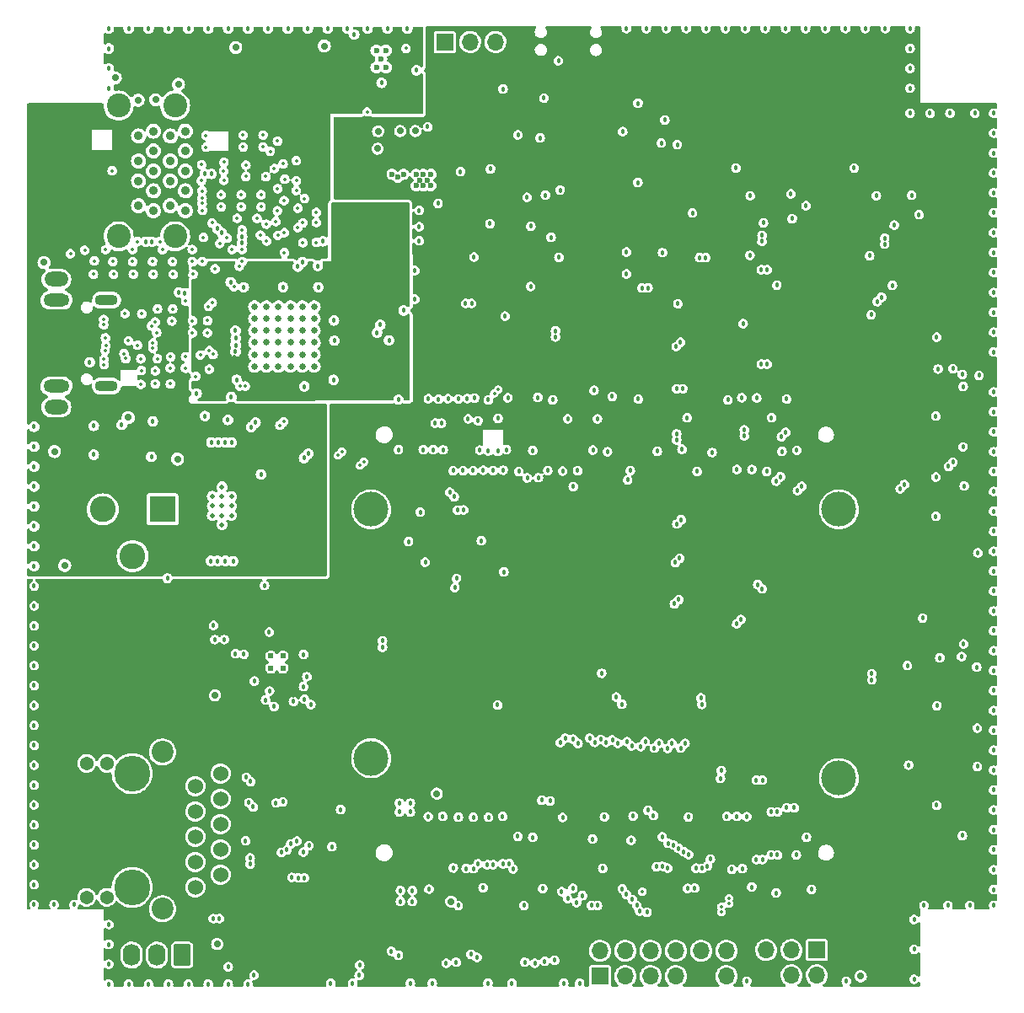
<source format=gbr>
%TF.GenerationSoftware,KiCad,Pcbnew,5.99.0-unknown-ca42f31bb5~131~ubuntu20.04.1*%
%TF.CreationDate,2021-08-18T11:47:35-07:00*%
%TF.ProjectId,ovc5,6f766335-2e6b-4696-9361-645f70636258,rev?*%
%TF.SameCoordinates,Original*%
%TF.FileFunction,Copper,L4,Inr*%
%TF.FilePolarity,Positive*%
%FSLAX46Y46*%
G04 Gerber Fmt 4.6, Leading zero omitted, Abs format (unit mm)*
G04 Created by KiCad (PCBNEW 5.99.0-unknown-ca42f31bb5~131~ubuntu20.04.1) date 2021-08-18 11:47:35*
%MOMM*%
%LPD*%
G01*
G04 APERTURE LIST*
G04 Aperture macros list*
%AMRoundRect*
0 Rectangle with rounded corners*
0 $1 Rounding radius*
0 $2 $3 $4 $5 $6 $7 $8 $9 X,Y pos of 4 corners*
0 Add a 4 corners polygon primitive as box body*
4,1,4,$2,$3,$4,$5,$6,$7,$8,$9,$2,$3,0*
0 Add four circle primitives for the rounded corners*
1,1,$1+$1,$2,$3*
1,1,$1+$1,$4,$5*
1,1,$1+$1,$6,$7*
1,1,$1+$1,$8,$9*
0 Add four rect primitives between the rounded corners*
20,1,$1+$1,$2,$3,$4,$5,0*
20,1,$1+$1,$4,$5,$6,$7,0*
20,1,$1+$1,$6,$7,$8,$9,0*
20,1,$1+$1,$8,$9,$2,$3,0*%
G04 Aperture macros list end*
%TA.AperFunction,ComponentPad*%
%ADD10R,1.700000X1.700000*%
%TD*%
%TA.AperFunction,ComponentPad*%
%ADD11O,1.700000X1.700000*%
%TD*%
%TA.AperFunction,ComponentPad*%
%ADD12C,0.500000*%
%TD*%
%TA.AperFunction,ComponentPad*%
%ADD13C,1.524000*%
%TD*%
%TA.AperFunction,ComponentPad*%
%ADD14C,1.371600*%
%TD*%
%TA.AperFunction,ComponentPad*%
%ADD15C,3.600000*%
%TD*%
%TA.AperFunction,ComponentPad*%
%ADD16C,2.200000*%
%TD*%
%TA.AperFunction,ComponentPad*%
%ADD17R,2.600000X2.600000*%
%TD*%
%TA.AperFunction,ComponentPad*%
%ADD18C,2.600000*%
%TD*%
%TA.AperFunction,ComponentPad*%
%ADD19RoundRect,0.250000X0.620000X0.845000X-0.620000X0.845000X-0.620000X-0.845000X0.620000X-0.845000X0*%
%TD*%
%TA.AperFunction,ComponentPad*%
%ADD20O,1.740000X2.190000*%
%TD*%
%TA.AperFunction,ComponentPad*%
%ADD21C,0.600000*%
%TD*%
%TA.AperFunction,ComponentPad*%
%ADD22C,0.612500*%
%TD*%
%TA.AperFunction,ComponentPad*%
%ADD23O,2.300000X1.100000*%
%TD*%
%TA.AperFunction,ComponentPad*%
%ADD24O,2.600000X1.300000*%
%TD*%
%TA.AperFunction,ComponentPad*%
%ADD25O,2.400000X1.450000*%
%TD*%
%TA.AperFunction,ComponentPad*%
%ADD26C,3.500000*%
%TD*%
%TA.AperFunction,ComponentPad*%
%ADD27C,0.900000*%
%TD*%
%TA.AperFunction,ComponentPad*%
%ADD28C,2.400000*%
%TD*%
%TA.AperFunction,ComponentPad*%
%ADD29C,0.675000*%
%TD*%
%TA.AperFunction,ViaPad*%
%ADD30C,0.457200*%
%TD*%
%TA.AperFunction,ViaPad*%
%ADD31C,0.711200*%
%TD*%
%TA.AperFunction,ViaPad*%
%ADD32C,0.355600*%
%TD*%
G04 APERTURE END LIST*
D10*
%TO.N,+5V*%
%TO.C,J6*%
X91850000Y-122690000D03*
D11*
%TO.N,GND*%
X91850000Y-120150000D03*
%TO.N,GPIO0*%
X94390000Y-122690000D03*
%TO.N,GPIO1*%
X94390000Y-120150000D03*
%TO.N,GPIO2*%
X96930000Y-122690000D03*
%TO.N,GPIO3*%
X96930000Y-120150000D03*
%TO.N,GPIO4*%
X99470000Y-122690000D03*
%TO.N,GPIO5*%
X99470000Y-120150000D03*
%TO.N,+1V8*%
X102010000Y-122690000D03*
%TO.N,+3V3*%
X102010000Y-120150000D03*
%TO.N,GND*%
X104550000Y-122690000D03*
X104550000Y-120150000D03*
%TD*%
D12*
%TO.N,GND*%
%TO.C,U7*%
X53870000Y-76404000D03*
X53870000Y-74504000D03*
X53870000Y-73554000D03*
X52920000Y-76404000D03*
X54820000Y-75454000D03*
X54820000Y-74504000D03*
X52920000Y-74504000D03*
X53870000Y-77354000D03*
X54820000Y-76404000D03*
X52920000Y-75454000D03*
X53870000Y-75454000D03*
%TD*%
D13*
%TO.N,GBE_MDI0_P*%
%TO.C,U11*%
X51200000Y-113765000D03*
%TO.N,GBE_MDI0_N*%
X53740000Y-112495000D03*
%TO.N,GBE_MDI1_P*%
X51200000Y-111225000D03*
%TO.N,GBE_MDI1_N*%
X53740000Y-109955000D03*
%TO.N,Net-(C78-Pad1)*%
X51200000Y-108685000D03*
X53740000Y-107415000D03*
%TO.N,GBE_MDI2_N*%
X51200000Y-106145000D03*
%TO.N,GBE_MDI2_P*%
X53740000Y-104875000D03*
%TO.N,GBE_MDI3_N*%
X51200000Y-103605000D03*
%TO.N,GBE_MDI3_P*%
X53740000Y-102335000D03*
D14*
%TO.N,Net-(R21-Pad1)*%
X42310000Y-114775000D03*
%TO.N,+3V3*%
X40280000Y-114775000D03*
X42310000Y-101325000D03*
%TO.N,Net-(R22-Pad1)*%
X40280000Y-101325000D03*
D15*
%TO.N,GND*%
X44850000Y-113765000D03*
X44850000Y-102335000D03*
D16*
X47900000Y-100175000D03*
X47900000Y-115925000D03*
%TD*%
D17*
%TO.N,+12V*%
%TO.C,J2*%
X47900006Y-75800001D03*
D18*
%TO.N,GND*%
X41900006Y-75800001D03*
X44900006Y-80500001D03*
%TD*%
D19*
%TO.N,Net-(C121-Pad2)*%
%TO.C,J9*%
X49879000Y-120580000D03*
D20*
%TO.N,+12V*%
X47339000Y-120580000D03*
%TO.N,/Interfaces/TACH*%
X44799000Y-120580000D03*
%TD*%
D21*
%TO.N,GND*%
%TO.C,U8*%
X70355000Y-29690000D03*
X69395000Y-29690000D03*
X69875000Y-30550000D03*
X69395000Y-31410000D03*
X70355000Y-31410000D03*
%TD*%
D22*
%TO.N,GND*%
%TO.C,U13*%
X60000000Y-90525000D03*
X58775000Y-90525000D03*
X58775000Y-91750000D03*
X60000000Y-91750000D03*
%TD*%
D23*
%TO.N,/USB/C_SHIELD*%
%TO.C,J1*%
X42285000Y-63429000D03*
D24*
X37235000Y-63429000D03*
D25*
X37235000Y-52689000D03*
D23*
X42285000Y-54789000D03*
D24*
X37235000Y-54789000D03*
D25*
X37235000Y-65529000D03*
%TD*%
D26*
%TO.N,N/C*%
%TO.C,U1*%
X115859988Y-75799999D03*
X68859988Y-75799999D03*
X115859988Y-102799999D03*
X68859988Y-100799999D03*
%TD*%
D27*
%TO.N,/USB/VBUS_1*%
%TO.C,U5*%
X45489988Y-38299993D03*
%TO.N,/USB/USB_H1_D_N*%
X45489988Y-40799993D03*
%TO.N,/USB/USB_H1_D_P*%
X45489988Y-42799993D03*
%TO.N,GND*%
X45489988Y-45299993D03*
%TO.N,/USB/USB_H1_RX_N*%
X46989988Y-45799993D03*
%TO.N,/USB/USB_H1_RX_P*%
X46989988Y-43799993D03*
%TO.N,GND*%
X46989988Y-41799993D03*
%TO.N,/USB/USB_H1_TX_CONN_N*%
X46989988Y-39799993D03*
%TO.N,/USB/USB_H1_TX_CONN_P*%
X46989988Y-37799993D03*
%TO.N,/USB/VBUS_0*%
X48689988Y-38299993D03*
%TO.N,/USB/USB_H0_D_N*%
X48689988Y-40799993D03*
%TO.N,/USB/USB_H0_D_P*%
X48689988Y-42799993D03*
%TO.N,GND*%
X48689988Y-45299993D03*
%TO.N,/USB/USB_H0_RX_N*%
X50189988Y-45799993D03*
%TO.N,/USB/USB_H0_RX_P*%
X50189988Y-43799993D03*
%TO.N,GND*%
X50189988Y-41799993D03*
%TO.N,/USB/USB_H0_TX_CONN_N*%
X50189988Y-39799993D03*
%TO.N,/USB/USB_H0_TX_CONN_P*%
X50189988Y-37799993D03*
D28*
%TO.N,/USB/A_SHIELD*%
X43489988Y-48369993D03*
X49169988Y-35229993D03*
X49169988Y-48369993D03*
X43489988Y-35229993D03*
%TD*%
D21*
%TO.N,GND*%
%TO.C,U9*%
X74110000Y-42144000D03*
X71540000Y-42444000D03*
X74860000Y-43294000D03*
X70960000Y-42144000D03*
X73360000Y-42144000D03*
X72120000Y-42144000D03*
X74490000Y-42734000D03*
X73740000Y-42734000D03*
X74110000Y-43294000D03*
X73360000Y-43294000D03*
X74860000Y-42144000D03*
%TD*%
D29*
%TO.N,GND*%
%TO.C,U21*%
X58345000Y-57840000D03*
X58345000Y-60240000D03*
X60745000Y-60240000D03*
X61945000Y-56640000D03*
X61945000Y-60240000D03*
X57145000Y-59040000D03*
X63145000Y-56640000D03*
X63145000Y-57840000D03*
X59545000Y-56640000D03*
X61945000Y-61440000D03*
X57145000Y-60240000D03*
X63145000Y-59040000D03*
X59545000Y-61440000D03*
X58345000Y-55440000D03*
X60745000Y-55440000D03*
X59545000Y-55440000D03*
X59545000Y-57840000D03*
X58345000Y-59040000D03*
X57145000Y-56640000D03*
X58345000Y-61440000D03*
X61945000Y-57840000D03*
X60745000Y-57840000D03*
X61945000Y-55440000D03*
X60745000Y-61440000D03*
X61945000Y-59040000D03*
X57145000Y-61440000D03*
X60745000Y-59040000D03*
X58345000Y-56640000D03*
X60745000Y-56640000D03*
X57145000Y-55440000D03*
X63145000Y-60240000D03*
X57145000Y-57840000D03*
X63145000Y-55440000D03*
X63145000Y-61440000D03*
X59545000Y-60240000D03*
X59545000Y-59040000D03*
%TD*%
D10*
%TO.N,GND*%
%TO.C,J11*%
X76255000Y-28849000D03*
D11*
%TO.N,DEBUG_UART_TX*%
X78795000Y-28849000D03*
%TO.N,DEBUG_UART_RX*%
X81335000Y-28849000D03*
%TD*%
D10*
%TO.N,/Enclustra module/JTAG_TCK*%
%TO.C,J4*%
X113625000Y-120075000D03*
D11*
%TO.N,GND*%
X113625000Y-122615000D03*
%TO.N,/Enclustra module/JTAG_TDO*%
X111085000Y-120075000D03*
%TO.N,/Enclustra module/JTAG_TMS*%
X111085000Y-122615000D03*
%TO.N,/Enclustra module/JTAG_TDI*%
X108545000Y-120075000D03*
%TO.N,+1V8*%
X108545000Y-122615000D03*
%TD*%
D30*
%TO.N,CAM5_ENABLE*%
X90815287Y-98782048D03*
X80790000Y-47100000D03*
%TO.N,CAM5_TRIGGER*%
X87851000Y-43727000D03*
X98700000Y-109360000D03*
%TO.N,CAM5_SDA*%
X86370000Y-44230000D03*
X95040000Y-99570000D03*
%TO.N,CAM5_SCL*%
X84530000Y-44450000D03*
X94550000Y-99130000D03*
%TO.N,CAM4_ENABLE*%
X108267000Y-47013000D03*
X92012000Y-92263000D03*
X91916000Y-98919000D03*
X94621000Y-72841000D03*
%TO.N,CAM4_TRIGGER*%
X99760000Y-109860000D03*
X112546000Y-45290000D03*
%TO.N,CAM4_SCL*%
X106940000Y-44290000D03*
X97310000Y-99780000D03*
%TO.N,CAM4_SDA*%
X111030000Y-44110000D03*
X97770000Y-99310000D03*
%TO.N,CAM5_DAT1+*%
X78349200Y-55110000D03*
X87376000Y-58479800D03*
%TO.N,CAM5_DAT1-*%
X87376000Y-57870200D03*
X78958800Y-55110000D03*
%TO.N,CAM4_CLK+*%
X99558000Y-68823800D03*
X108118956Y-48863598D03*
%TO.N,CAM4_CLK-*%
X99558000Y-68214200D03*
X108130000Y-48280000D03*
%TO.N,CAM4_DAT1+*%
X108055188Y-61211000D03*
X108055188Y-51726000D03*
%TO.N,CAM4_DAT1-*%
X108664788Y-51726000D03*
X108664788Y-61211000D03*
%TO.N,Net-(C88-Pad2)*%
X80620000Y-69940000D03*
%TO.N,Net-(C89-Pad2)*%
X81600000Y-69960000D03*
%TO.N,SDIO_CLK*%
X62400000Y-92600000D03*
X94100000Y-113925000D03*
%TO.N,SDIO_D1*%
X95550000Y-115600000D03*
X62075000Y-93600000D03*
%TO.N,SDIO_D0*%
X62175000Y-94875000D03*
X95100000Y-115000000D03*
%TO.N,SDIO_CMD*%
X62808000Y-95398000D03*
X94500000Y-114500000D03*
%TO.N,SDIO_D3*%
X59101000Y-95617000D03*
X96575000Y-116275000D03*
%TO.N,SDIO_D2*%
X58254000Y-94959000D03*
X95825000Y-116150000D03*
D31*
%TO.N,/Power/VREG*%
X49409000Y-70752000D03*
D30*
%TO.N,CAM0_DAT2-*%
X122440527Y-73301473D03*
X112122527Y-73484473D03*
%TO.N,GBE_LED_ACT*%
X109550000Y-114338000D03*
X110604000Y-105771000D03*
%TO.N,CAM0_DAT2+*%
X122009473Y-73732527D03*
X111691473Y-73915527D03*
%TO.N,CAM0_DAT0-*%
X109982527Y-72530473D03*
X127295527Y-71060473D03*
%TO.N,GBE_LED_LINK*%
X111364000Y-105771000D03*
X111564000Y-110523000D03*
%TO.N,CAM0_DAT0+*%
X109551473Y-72961527D03*
X126864473Y-71491527D03*
%TO.N,GBE_MDI3_N*%
X107555188Y-103005746D03*
X107555188Y-110990000D03*
X56755527Y-103155527D03*
%TO.N,GBE_MDI3_P*%
X56324473Y-102724473D03*
X108164788Y-103005746D03*
X108164788Y-110990000D03*
%TO.N,GBE_MDI2_N*%
X57005527Y-105685527D03*
X109055188Y-110520000D03*
X109055188Y-106190000D03*
%TO.N,CAM0_ENABLE*%
X93645000Y-99306000D03*
X125823000Y-61697000D03*
X102079000Y-95394000D03*
X94050000Y-95380000D03*
%TO.N,CAM0_TRIGGER*%
X129917000Y-62346000D03*
X100750000Y-110485000D03*
%TO.N,CAM0_SCL*%
X127293000Y-61661000D03*
X99952611Y-99780000D03*
%TO.N,CAM0_SDA*%
X100400000Y-99310000D03*
X128250000Y-62240000D03*
%TO.N,CAM1_DAT2-*%
X96666800Y-53553453D03*
X99934527Y-59007473D03*
%TO.N,CAM1_DAT2+*%
X99503473Y-59438527D03*
X96057200Y-53553453D03*
%TO.N,CAM1_DAT0-*%
X102473800Y-50511000D03*
X100164788Y-63685000D03*
%TO.N,CAM1_DAT0+*%
X99555188Y-63685000D03*
X101864200Y-50511000D03*
%TO.N,GBE_MDI2_P*%
X109664788Y-106190000D03*
X56574473Y-105254473D03*
X109664788Y-110520000D03*
%TO.N,GBE_MDI1_N*%
X56700000Y-110825200D03*
%TO.N,GBE_MDI1_P*%
X56700000Y-111434800D03*
%TO.N,GBE_MDI0_N*%
X53606511Y-116910084D03*
%TO.N,GBE_MDI0_P*%
X52996911Y-116910084D03*
%TO.N,/USB/USB_H0_TX_N*%
X61498493Y-51398507D03*
%TO.N,/USB/USB_H1_TX_N*%
X55893000Y-49024500D03*
%TO.N,/USB/USB_H0_TX_P*%
X61947507Y-50949493D03*
%TO.N,CAM1_ENABLE*%
X87720000Y-50480000D03*
X91321000Y-99206000D03*
%TO.N,CAM1_TRIGGER*%
X98008000Y-38997000D03*
X99257671Y-109532371D03*
%TO.N,CAM1_SCL*%
X95930000Y-99630000D03*
X94140000Y-37840000D03*
%TO.N,CAM1_SDA*%
X96390000Y-99130000D03*
X98360000Y-36690000D03*
%TO.N,/USB/USB_H1_TX_P*%
X55893000Y-48389500D03*
D32*
%TO.N,/USB/USB_H0_RX_N*%
X51874000Y-45066693D03*
D30*
%TO.N,USER_DIP*%
X62150000Y-112830000D03*
X62060000Y-110230000D03*
%TO.N,/Enclustra module/JTAG_TCK*%
X102100000Y-111875000D03*
%TO.N,/Enclustra module/JTAG_TDO*%
X101500000Y-111850000D03*
%TO.N,/Enclustra module/JTAG_TMS*%
X101375000Y-113850000D03*
%TO.N,/Enclustra module/JTAG_TDI*%
X100650000Y-113875000D03*
%TO.N,CAM2_SDA*%
X123150000Y-44230000D03*
X99090000Y-99320000D03*
%TO.N,CAM2_SCL*%
X119610000Y-44290000D03*
X98650000Y-99810000D03*
%TO.N,CAM2_TRIGGER*%
X123900000Y-46190000D03*
X100240000Y-110200000D03*
%TO.N,CAM2_ENABLE*%
X86937000Y-48464000D03*
X92468000Y-99212000D03*
%TO.N,CAM2_CLK+*%
X106344000Y-68417800D03*
X120448572Y-49160800D03*
%TO.N,CAM2_CLK-*%
X120448572Y-48551200D03*
X106344000Y-67808200D03*
%TO.N,CAM2_DAT0+*%
X120139527Y-54495473D03*
X110071473Y-68508527D03*
%TO.N,CAM2_DAT0-*%
X110502527Y-68077473D03*
X119708473Y-54926527D03*
%TO.N,QWIIC0_SCL*%
X71600000Y-120600000D03*
X79600000Y-111400000D03*
%TO.N,QWIIC0_SDA*%
X79147951Y-111890410D03*
X70900000Y-120200000D03*
%TO.N,QWIIC1_SCL*%
X81132000Y-111503000D03*
X79500000Y-120800000D03*
%TO.N,QWIIC1_SDA*%
X80534000Y-111504000D03*
X78900000Y-120500000D03*
%TO.N,QWIIC2_SCL*%
X87300000Y-121100000D03*
X82750000Y-111384000D03*
%TO.N,QWIIC2_SDA*%
X86300000Y-121200000D03*
X82100000Y-111400000D03*
%TO.N,CAM3_SDA*%
X128390000Y-89330000D03*
X103952000Y-102838000D03*
%TO.N,CAM3_SCL*%
X125995000Y-90715000D03*
X104032000Y-102050000D03*
%TO.N,SDIO_CDn*%
X94981000Y-109042000D03*
X81561000Y-95441000D03*
%TO.N,CAM3_TRIGGER*%
X102936000Y-110925000D03*
X128180000Y-90600000D03*
%TO.N,CAM3_ENABLE*%
X101992000Y-94738000D03*
X122720000Y-91490000D03*
X93090000Y-98957000D03*
X93490000Y-94660000D03*
%TO.N,GPIO5*%
X91600000Y-115600000D03*
%TO.N,CAM3_CLK+*%
X99329473Y-85283527D03*
X119163000Y-92914800D03*
%TO.N,CAM3_CLK-*%
X99760527Y-84852473D03*
X119163000Y-92305200D03*
%TO.N,CAM3_DAT1+*%
X99575473Y-77274527D03*
X108137527Y-83791527D03*
%TO.N,CAM3_DAT1-*%
X107706473Y-83360473D03*
X100006527Y-76843473D03*
%TO.N,CAM3_DAT0+*%
X105577473Y-87296527D03*
X99421473Y-81140527D03*
%TO.N,CAM3_DAT0-*%
X99852527Y-80709473D03*
X106008527Y-86865473D03*
%TO.N,GPIO4*%
X91000000Y-115600000D03*
D32*
%TO.N,/USB/USB_US_TX2_P*%
X52615414Y-59852414D03*
%TO.N,/USB/USB_US_TX2_CONN_P*%
X42024177Y-60717300D03*
%TO.N,FPGA_USB0_D+*%
X55678300Y-63420033D03*
X104039000Y-116239700D03*
%TO.N,/USB/USB_US_TX2_N*%
X52992586Y-60229586D03*
%TO.N,/USB/USB_US_TX2_CONN_N*%
X42024177Y-61250700D03*
%TO.N,FPGA_USB0_D-*%
X56211700Y-63420033D03*
X104039000Y-115706300D03*
D30*
%TO.N,FPGA_USB1_D+*%
X62111993Y-70638007D03*
D32*
X104813341Y-115387359D03*
%TO.N,FPGA_USB1_D-*%
X104813341Y-114853959D03*
D30*
X62561007Y-70188993D03*
%TO.N,/USB/VBUS_MON_P1*%
X63501000Y-51344000D03*
%TO.N,FPGA_USB0_RX+*%
X75292488Y-67140000D03*
X57255607Y-67081493D03*
%TO.N,VBUS*%
X40592000Y-61014000D03*
D31*
X44450000Y-66580000D03*
D30*
%TO.N,FPGA_USB0_RX-*%
X75927488Y-67140000D03*
X56806593Y-67530507D03*
D32*
%TO.N,FPGA_USB1_TX+*%
X65541414Y-70381586D03*
%TO.N,FPGA_USB1_RX+*%
X81234414Y-64144586D03*
X59697414Y-67361586D03*
%TO.N,FPGA_USB1_TX-*%
X65918586Y-70004414D03*
%TO.N,/USB/VBUS_MON_US*%
X50233000Y-54876000D03*
X55100000Y-53420000D03*
%TO.N,FPGA_USB1_RX-*%
X60074586Y-66984414D03*
X81611586Y-63767414D03*
%TO.N,/USB/USB_H0_RX_P*%
X51874000Y-44533293D03*
D30*
%TO.N,/USB/USB_H1_RX_P*%
X46838500Y-48910693D03*
%TO.N,/USB/USB_H1_RX_N*%
X46203500Y-48910693D03*
%TO.N,+3V3*%
X57800000Y-72290000D03*
X77600000Y-115600000D03*
X56062000Y-53473000D03*
X117380000Y-41510000D03*
X59300000Y-105300000D03*
D32*
X59279000Y-46890000D03*
D30*
X60022000Y-53478000D03*
X103110000Y-70080000D03*
X73264000Y-51795000D03*
X69449000Y-58047000D03*
X63562000Y-53480000D03*
X91150000Y-69850000D03*
X55233000Y-59945000D03*
X85300000Y-121400000D03*
X65166000Y-58837000D03*
X86217000Y-34470000D03*
X80850000Y-41600000D03*
X110130000Y-69970000D03*
X73273000Y-54676000D03*
X65130000Y-56819000D03*
X77625000Y-106725000D03*
X80645000Y-106737000D03*
X100090000Y-69770000D03*
X124260000Y-86720000D03*
X62147000Y-63453000D03*
X92293000Y-106695000D03*
D31*
X73310000Y-37789000D03*
D30*
X67710000Y-121586000D03*
X83600000Y-108650000D03*
X78409000Y-111887000D03*
X109080000Y-66590000D03*
X53150000Y-88875000D03*
X49540000Y-53990000D03*
X85100000Y-69900000D03*
X58625000Y-88125000D03*
X105500000Y-41510000D03*
X64913094Y-109681000D03*
X55233000Y-57847000D03*
X56075000Y-90350000D03*
X77400000Y-121300000D03*
X65800000Y-105960000D03*
X65100000Y-62800000D03*
X84200000Y-115600000D03*
X54810000Y-64492000D03*
X125680000Y-58500000D03*
X75580000Y-45064000D03*
X95669000Y-35010000D03*
%TO.N,Net-(R63-Pad2)*%
X55253000Y-58617000D03*
%TO.N,Net-(R64-Pad2)*%
X55251000Y-59315000D03*
%TO.N,/USB/USB_H1_D_N*%
X53858507Y-48025507D03*
%TO.N,/USB/USB_H1_D_P*%
X53409493Y-47576493D03*
%TO.N,/USB/USB_H0_D_N*%
X52825000Y-42100000D03*
%TO.N,/USB/USB_H0_D_P*%
X52150000Y-42075000D03*
%TO.N,Net-(R65-Pad2)*%
X54758000Y-52965000D03*
%TO.N,+1V8*%
X130027000Y-54189500D03*
X121750000Y-61720000D03*
X115557000Y-42335000D03*
X89787000Y-108733000D03*
X90597000Y-114197000D03*
X122125000Y-87675000D03*
X81918000Y-43286000D03*
X100780000Y-34900000D03*
X112690000Y-41339000D03*
X103100000Y-66700000D03*
X90100000Y-66700000D03*
X61047000Y-94475000D03*
X84013000Y-66861000D03*
X87641000Y-40406000D03*
X78442000Y-82723000D03*
X98100000Y-66700000D03*
X92104000Y-35054000D03*
X131085000Y-83201000D03*
X103513000Y-42216000D03*
X124818000Y-41255000D03*
X54300000Y-83300000D03*
X81647951Y-111890410D03*
%TO.N,/Interfaces/TXLED*%
X77520000Y-75873000D03*
X74291000Y-81112000D03*
%TO.N,DEBUG_UART_RX*%
X77270000Y-83660000D03*
X85673000Y-72617000D03*
X97518197Y-111692860D03*
%TO.N,DEBUG_UART_TX*%
X84549000Y-72645000D03*
X98100538Y-111653023D03*
X82200000Y-82080000D03*
D32*
%TO.N,USB_UART_D-*%
X68126586Y-71009414D03*
D30*
X76759493Y-74080493D03*
%TO.N,USB_UART_D+*%
X77208507Y-74529507D03*
D32*
X67749414Y-71386586D03*
D30*
%TO.N,GND*%
X122860000Y-101490000D03*
X125700000Y-95530000D03*
D32*
X50968000Y-52170000D03*
D30*
X50500000Y-123500000D03*
X52820000Y-69079000D03*
X121220000Y-53305000D03*
D32*
X45364000Y-48905000D03*
X55900000Y-50900000D03*
D30*
X35000000Y-97500000D03*
X102500000Y-27500000D03*
X53445000Y-80979000D03*
D32*
X59126000Y-41554000D03*
D30*
X42500000Y-123500000D03*
X114500000Y-27500000D03*
X88200000Y-123400000D03*
X89800000Y-123400000D03*
X35000000Y-103500000D03*
X91107000Y-108923000D03*
X126800000Y-115600000D03*
X118500000Y-27500000D03*
D31*
X55250000Y-29400000D03*
D30*
X71610000Y-64800000D03*
X74100000Y-69800000D03*
X58500000Y-27500000D03*
X131400000Y-46000000D03*
X124400000Y-115600000D03*
X84300000Y-121300000D03*
X35000000Y-89500000D03*
D31*
X69560000Y-37814000D03*
D30*
X76102000Y-69822000D03*
D32*
X45770000Y-61844000D03*
D30*
X131400000Y-82000000D03*
X78100000Y-71900000D03*
X106600000Y-123200000D03*
X77436000Y-82731000D03*
D32*
X58362000Y-48841000D03*
D30*
X99670000Y-55130000D03*
X57100000Y-122600000D03*
X127000000Y-36000000D03*
X131400000Y-110000000D03*
X110500000Y-27500000D03*
X85600000Y-64550000D03*
D32*
X48900000Y-50900000D03*
D30*
X106150000Y-111900000D03*
X131400000Y-90000000D03*
X95700000Y-64700000D03*
X56250000Y-109100000D03*
D32*
X55900000Y-49700000D03*
D30*
X79780000Y-69840000D03*
D32*
X48698995Y-63194001D03*
D30*
X35000000Y-69500000D03*
X35000000Y-113500000D03*
D32*
X62175000Y-44581000D03*
D30*
X131400000Y-114000000D03*
X131400000Y-106000000D03*
X42500000Y-27500000D03*
X35000000Y-105500000D03*
X77600000Y-64700000D03*
X61053000Y-95097000D03*
X35000000Y-115500000D03*
X108600000Y-72000000D03*
D32*
X55800000Y-45400000D03*
D31*
X69510000Y-39564000D03*
D30*
X42500000Y-119500000D03*
D32*
X52014000Y-48483000D03*
D30*
X108450000Y-27500000D03*
X128450000Y-73460000D03*
X131400000Y-64000000D03*
D32*
X45394229Y-59321821D03*
X96109000Y-114216000D03*
X63349000Y-46972000D03*
D30*
X123400000Y-117000000D03*
X35000000Y-93500000D03*
X46500000Y-27500000D03*
X86600000Y-71900000D03*
X54995000Y-81004000D03*
X75100000Y-69812000D03*
D32*
X51900000Y-50900000D03*
X57999000Y-39398000D03*
D30*
X48400000Y-82750000D03*
X131400000Y-68000000D03*
X83700000Y-72000000D03*
X131400000Y-108000000D03*
X46780000Y-70510000D03*
X121410000Y-47250000D03*
X54170000Y-69079000D03*
X131400000Y-70000000D03*
X79930000Y-78954000D03*
X112600000Y-108730000D03*
X131400000Y-92000000D03*
D32*
X51808000Y-42786000D03*
D30*
X94510000Y-49950000D03*
X67150000Y-28100000D03*
X116600000Y-123200000D03*
X81610000Y-66650000D03*
D32*
X60148000Y-50000000D03*
D30*
X68500000Y-27500000D03*
X92600000Y-70000000D03*
D32*
X44968000Y-52170000D03*
D30*
X131400000Y-50000000D03*
X82117000Y-33570000D03*
X74675000Y-113950000D03*
D32*
X47900000Y-49700000D03*
D30*
X104450000Y-27500000D03*
D32*
X60183000Y-42640000D03*
D30*
X54220000Y-80979000D03*
X72126000Y-55818000D03*
X35000000Y-99500000D03*
X82600000Y-64600000D03*
X123000000Y-27500000D03*
D32*
X42900000Y-50900000D03*
D30*
X125590000Y-76490000D03*
D32*
X42188000Y-49700000D03*
D30*
X99610000Y-39150000D03*
D32*
X45728000Y-63237000D03*
D30*
X123000000Y-29500000D03*
D32*
X48925000Y-55669000D03*
D30*
X85100000Y-108750000D03*
X46930000Y-66950000D03*
X131400000Y-80000000D03*
D32*
X58275000Y-42366000D03*
D30*
X95175000Y-106625000D03*
X80600000Y-123400000D03*
D32*
X55999000Y-38198000D03*
X44137000Y-56131000D03*
D30*
X123400000Y-120000000D03*
X35000000Y-111500000D03*
X86100000Y-113900000D03*
X94500000Y-27500000D03*
X48500000Y-123500000D03*
X129700000Y-91650000D03*
X73690000Y-45754000D03*
X37000000Y-115500000D03*
X112500000Y-27500000D03*
X84897000Y-47357000D03*
X97604000Y-69965000D03*
X131400000Y-98000000D03*
X106450000Y-27500000D03*
X106600000Y-106675000D03*
X131400000Y-56000000D03*
X78600000Y-66700000D03*
X77105000Y-111821000D03*
X54500000Y-123500000D03*
D32*
X52871000Y-47011000D03*
D30*
X123000000Y-31500000D03*
D32*
X61338000Y-42773000D03*
X51915000Y-45756000D03*
D30*
X83120000Y-111910000D03*
D32*
X40089000Y-49764000D03*
D30*
X35000000Y-79500000D03*
X35000000Y-77500000D03*
D32*
X51836000Y-41172000D03*
D30*
X131400000Y-100000000D03*
X75000000Y-123400000D03*
X98130000Y-50010000D03*
D32*
X44210995Y-60654000D03*
X52416005Y-58064999D03*
D30*
X110600000Y-64700000D03*
X73685000Y-48814000D03*
X46500000Y-123500000D03*
X92125000Y-111875000D03*
D32*
X51235000Y-62437000D03*
X52597000Y-61727000D03*
D30*
X105600000Y-106650000D03*
D32*
X47382000Y-60656999D03*
D30*
X129750000Y-97775000D03*
X56500000Y-123500000D03*
X113100000Y-113975000D03*
X128320000Y-69520000D03*
D32*
X50915000Y-58065000D03*
X59468000Y-43582000D03*
X48678995Y-61612001D03*
D30*
X101600000Y-72000000D03*
X76400000Y-121400000D03*
D32*
X50203000Y-61616000D03*
D30*
X82120000Y-71860000D03*
D32*
X47315000Y-58032000D03*
X57800000Y-44200000D03*
D30*
X77835000Y-41864000D03*
X62614094Y-109573000D03*
X52156000Y-66425000D03*
X76050000Y-106650000D03*
X131400000Y-58000000D03*
D32*
X47175995Y-61886001D03*
D31*
X71785000Y-37789000D03*
D30*
X78157000Y-75846000D03*
X123000000Y-33500000D03*
X64008000Y-48867000D03*
D32*
X47398000Y-55669000D03*
D30*
X98500000Y-27500000D03*
D31*
X76900000Y-115200000D03*
D32*
X50900000Y-50900000D03*
D30*
X39000000Y-115500000D03*
X131400000Y-44000000D03*
D32*
X42968000Y-52170000D03*
D30*
X74535000Y-37364000D03*
D31*
X37041000Y-69985000D03*
D32*
X48839000Y-56875000D03*
D30*
X131400000Y-104000000D03*
X131400000Y-86000000D03*
X131400000Y-84000000D03*
D32*
X56277000Y-41217000D03*
D30*
X131400000Y-60000000D03*
X100600000Y-66600000D03*
X79100000Y-71900000D03*
X119088000Y-56249000D03*
X131400000Y-38000000D03*
X123000000Y-36000000D03*
D32*
X53800000Y-44200000D03*
D30*
X44500000Y-123500000D03*
X131400000Y-54000000D03*
X104697740Y-64799587D03*
X55366000Y-62801000D03*
X62500000Y-27500000D03*
D32*
X54070000Y-42748000D03*
X54050000Y-41800000D03*
D30*
X100500000Y-27500000D03*
X131400000Y-115600000D03*
X88600000Y-66700000D03*
D31*
X75450000Y-104350000D03*
D30*
X79188000Y-50445000D03*
X44500000Y-27500000D03*
D32*
X42849000Y-41794000D03*
X48968000Y-52170000D03*
D30*
X72615000Y-79045000D03*
X42500000Y-121500000D03*
X125600000Y-72560000D03*
D32*
X55390012Y-46549989D03*
D30*
X128250000Y-108575000D03*
D32*
X60113000Y-44780000D03*
X62000000Y-49000000D03*
D30*
X42500000Y-117500000D03*
X50500000Y-27500000D03*
X80104000Y-113817000D03*
D32*
X57800000Y-45400000D03*
X55998988Y-39398011D03*
D30*
X106230000Y-57142000D03*
X131400000Y-78000000D03*
X53495000Y-69079000D03*
X35000000Y-67500000D03*
X89600000Y-71900000D03*
X95650000Y-42970000D03*
X77100000Y-71900000D03*
D32*
X44900000Y-49700000D03*
X61500000Y-47500000D03*
D30*
X102631181Y-111633018D03*
D31*
X36000000Y-51000000D03*
D30*
X131400000Y-36000000D03*
X72500000Y-27500000D03*
X76590000Y-64690000D03*
D32*
X57734000Y-48244000D03*
X47643000Y-48908000D03*
D30*
X62075000Y-90375000D03*
X131400000Y-74000000D03*
D32*
X59452000Y-38801000D03*
D30*
X51330000Y-64141000D03*
X129810000Y-80160000D03*
D32*
X51694000Y-60291000D03*
D30*
X52770000Y-80979000D03*
X81120000Y-71900000D03*
X35000000Y-95500000D03*
X131400000Y-48000000D03*
D32*
X53637000Y-49088000D03*
X53799994Y-45400011D03*
D30*
X105100000Y-111950000D03*
D31*
X64150000Y-29250000D03*
D30*
X71600000Y-69800000D03*
X67000000Y-123400000D03*
X94510000Y-52160000D03*
X42500000Y-31500000D03*
D32*
X60148000Y-48000000D03*
D30*
X131400000Y-88000000D03*
X131400000Y-94000000D03*
X64800000Y-123400000D03*
X131400000Y-102000000D03*
D32*
X59476000Y-48268000D03*
D30*
X101130000Y-46020000D03*
X73415000Y-31690000D03*
X129750000Y-101625000D03*
D32*
X50900000Y-49700000D03*
X38652996Y-50115010D03*
D30*
X98650000Y-111850000D03*
X35000000Y-75500000D03*
D32*
X59441000Y-45810000D03*
X48719995Y-60468001D03*
D30*
X105600000Y-71800000D03*
X35000000Y-109500000D03*
X58650000Y-94050000D03*
X111160000Y-46600000D03*
X35000000Y-101500000D03*
D32*
X40968000Y-52170000D03*
D30*
X131400000Y-40000000D03*
X82325000Y-56393000D03*
X118945000Y-50310000D03*
X131400000Y-72000000D03*
X120500000Y-27500000D03*
D32*
X52266000Y-38223000D03*
D30*
X106911000Y-50274000D03*
D32*
X61503000Y-45557000D03*
D30*
X74600000Y-106675000D03*
D32*
X50214995Y-60466001D03*
X56275000Y-42366000D03*
D30*
X35000000Y-71500000D03*
D32*
X55898000Y-47725000D03*
D30*
X74610000Y-64690000D03*
D32*
X46900000Y-50900000D03*
D30*
X89125000Y-113875000D03*
X100720000Y-106700000D03*
D32*
X45732995Y-60657000D03*
D30*
X35000000Y-87500000D03*
X35000000Y-85500000D03*
X125670000Y-105520000D03*
X111622000Y-69858000D03*
X129500000Y-36000000D03*
D32*
X57390012Y-46549989D03*
D30*
X88100000Y-106750000D03*
X82075000Y-106650000D03*
X59990000Y-105180000D03*
X80630000Y-64790000D03*
X109615000Y-53285000D03*
X84881000Y-53404000D03*
X82440000Y-69800000D03*
D32*
X46968000Y-52170000D03*
D30*
X131400000Y-66000000D03*
X35000000Y-107500000D03*
X35000000Y-81500000D03*
X125580000Y-66430000D03*
X43800000Y-67300000D03*
D32*
X54900000Y-49700000D03*
D30*
X52500000Y-123500000D03*
X73783000Y-76075000D03*
X131400000Y-112000000D03*
X98102000Y-108695000D03*
D32*
X52427000Y-56845000D03*
D30*
X69900000Y-32950000D03*
X104600000Y-106650000D03*
X35000000Y-91500000D03*
X96500000Y-27500000D03*
X41000000Y-67400000D03*
D32*
X63349000Y-45972000D03*
X57999000Y-38198000D03*
D30*
X131400000Y-52000000D03*
X131400000Y-96000000D03*
D32*
X44900000Y-50900000D03*
X55800000Y-44200000D03*
X54070000Y-40924000D03*
D30*
X53025000Y-87450000D03*
D32*
X50915000Y-56852000D03*
D30*
X91600000Y-66700000D03*
X52500000Y-27500000D03*
X54467000Y-66807000D03*
X116500000Y-27500000D03*
X70500000Y-27500000D03*
D31*
X118050000Y-122700000D03*
D30*
X42500000Y-29500000D03*
X131400000Y-76000000D03*
X55225000Y-90300000D03*
X73685000Y-47414000D03*
D32*
X61338000Y-40773000D03*
D30*
X41000000Y-70300000D03*
D32*
X53182000Y-51645000D03*
X45816000Y-56164000D03*
X52275000Y-39425000D03*
D30*
X75640000Y-64730000D03*
X54500000Y-27500000D03*
X79122000Y-106724000D03*
X64500000Y-27500000D03*
X60500000Y-27500000D03*
D32*
X54378000Y-48543000D03*
D30*
X83000000Y-123400000D03*
X48500000Y-27500000D03*
X131400000Y-42000000D03*
D32*
X51891000Y-43815000D03*
D31*
X53175000Y-94475000D03*
D32*
X47174995Y-63191001D03*
X61338000Y-43773000D03*
D30*
X50154000Y-54107000D03*
X123400000Y-123000000D03*
D32*
X58728000Y-39836000D03*
D30*
X42500000Y-33500000D03*
X58150000Y-83450000D03*
D32*
X62000000Y-47000000D03*
D30*
X54100000Y-88875000D03*
X125000000Y-36000000D03*
D32*
X41058000Y-50843000D03*
D31*
X49500000Y-33100000D03*
D30*
X67650000Y-122620000D03*
D32*
X58323000Y-47138000D03*
D31*
X53390000Y-119480000D03*
X43150000Y-32450000D03*
D30*
X128330000Y-63450000D03*
X54820000Y-69079000D03*
D32*
X60017000Y-41084000D03*
D30*
X35000000Y-83500000D03*
X56500000Y-27500000D03*
X107600000Y-64600000D03*
X79600000Y-66900000D03*
X57125000Y-93050000D03*
D32*
X63349000Y-48972000D03*
D30*
X66500000Y-27500000D03*
X129000000Y-115600000D03*
X107100000Y-113750000D03*
X35000000Y-73500000D03*
X72800000Y-123400000D03*
X80120000Y-71870000D03*
%TO.N,+1V2*%
X55280000Y-56295000D03*
D31*
X67753000Y-46559000D03*
X68903000Y-46559000D03*
D30*
X57336000Y-63452000D03*
X55142000Y-60562000D03*
X65022000Y-53543000D03*
D31*
X66579000Y-46562000D03*
X66553000Y-47959000D03*
D30*
X106100000Y-64580000D03*
X83608000Y-38179000D03*
D31*
X68903000Y-47959000D03*
D30*
X87100000Y-64800000D03*
X65111000Y-61259000D03*
X54298000Y-63739000D03*
X58236000Y-53435000D03*
D31*
X67753000Y-47959000D03*
D30*
X93085000Y-64451000D03*
X107114000Y-71796000D03*
X61553000Y-53432000D03*
X88100000Y-71950000D03*
X94900000Y-71900000D03*
X60152000Y-63447000D03*
D31*
%TO.N,/USB/VBUS_0*%
X47200000Y-34650000D03*
D30*
%TO.N,+5V*%
X73000000Y-115200000D03*
X63450000Y-78860000D03*
X73000000Y-114100000D03*
X71700000Y-105300000D03*
X71700000Y-106200000D03*
X72800000Y-106200000D03*
D31*
X45600000Y-70750000D03*
D30*
X72800000Y-105300000D03*
D31*
X45750000Y-66825000D03*
D30*
X71800000Y-115200000D03*
X71800000Y-114100000D03*
X73465000Y-30890000D03*
D31*
%TO.N,/USB/VBUS_1*%
X45450000Y-34700000D03*
D30*
%TO.N,GPIO3*%
X90100000Y-114600000D03*
%TO.N,GPIO2*%
X89500000Y-115300000D03*
%TO.N,GPIO1*%
X88600000Y-114900000D03*
%TO.N,GPIO0*%
X88000000Y-114200000D03*
%TO.N,BOOT_MODE0*%
X96675000Y-106025000D03*
X88360000Y-98783000D03*
X60770000Y-109410000D03*
X60900000Y-112780000D03*
%TO.N,BOOT_MODE1*%
X61530000Y-112810000D03*
X87868000Y-99217000D03*
X61412064Y-109122064D03*
X97222000Y-106545000D03*
%TO.N,/Enclustra module/USER_LED0*%
X70000000Y-89650000D03*
X86010000Y-105020000D03*
%TO.N,/Enclustra module/USER_LED1*%
X70000000Y-89000000D03*
X86840000Y-105100000D03*
D31*
%TO.N,+12V*%
X38070000Y-81430000D03*
D30*
%TO.N,/Interfaces/TACH*%
X60390000Y-110010000D03*
D32*
%TO.N,/USB/OSC_OUT*%
X55612000Y-51374000D03*
%TO.N,/USB/USB_US_RX1_CONN_P*%
X41992458Y-56717300D03*
X47168586Y-56984414D03*
%TO.N,/USB/USB_US_RX1_CONN_N*%
X41992458Y-57250700D03*
X46791414Y-57361586D03*
%TO.N,/USB/USB_US_D_CONN_N*%
X46941000Y-59081300D03*
X42175000Y-58569000D03*
X42202555Y-59364500D03*
X52900586Y-55032414D03*
X44485000Y-58856000D03*
%TO.N,/USB/USB_US_D_CONN_P*%
X46941000Y-59614700D03*
X52523414Y-55409586D03*
%TO.N,/USB/USB_US_CC2_CONN*%
X42124146Y-59840183D03*
X44031000Y-60163000D03*
D30*
%TO.N,SMBUS_CLK*%
X78523000Y-64665000D03*
X89150000Y-98880000D03*
%TO.N,SMBUS_DAT*%
X79248000Y-64622000D03*
X89640000Y-99320000D03*
%TO.N,Net-(Q1-Pad1)*%
X54504000Y-121753000D03*
X59840000Y-110250000D03*
%TO.N,/USB/USB0_EN_OVC*%
X70660000Y-58810000D03*
D32*
X68454000Y-35902000D03*
D30*
%TO.N,/USB/USB1_EN_OVC*%
X69776000Y-57259000D03*
D32*
X72350000Y-29490000D03*
D30*
%TO.N,REG_EN*%
X89160000Y-73510000D03*
X87670000Y-30740000D03*
%TO.N,SOFTWARE_RESET*%
X91253000Y-63847000D03*
X85839000Y-38487000D03*
%TD*%
%TA.AperFunction,Conductor*%
%TO.N,+5V*%
G36*
X43911637Y-27324802D02*
G01*
X43958130Y-27378458D01*
X43968438Y-27447246D01*
X43961493Y-27500000D01*
X43979842Y-27639376D01*
X44033639Y-27769253D01*
X44119218Y-27880782D01*
X44125768Y-27885808D01*
X44125771Y-27885811D01*
X44170441Y-27920087D01*
X44230746Y-27966361D01*
X44295685Y-27993259D01*
X44352994Y-28016998D01*
X44352997Y-28016999D01*
X44360624Y-28020158D01*
X44368812Y-28021236D01*
X44430312Y-28029332D01*
X44500000Y-28038507D01*
X44508188Y-28037429D01*
X44631188Y-28021236D01*
X44639376Y-28020158D01*
X44647003Y-28016999D01*
X44647006Y-28016998D01*
X44704315Y-27993259D01*
X44769254Y-27966361D01*
X44829559Y-27920087D01*
X44874229Y-27885811D01*
X44874232Y-27885808D01*
X44880782Y-27880782D01*
X44966361Y-27769253D01*
X45020158Y-27639376D01*
X45038507Y-27500000D01*
X45031562Y-27447246D01*
X45042502Y-27377097D01*
X45089630Y-27323999D01*
X45156484Y-27304800D01*
X45843516Y-27304800D01*
X45911637Y-27324802D01*
X45958130Y-27378458D01*
X45968438Y-27447246D01*
X45961493Y-27500000D01*
X45979842Y-27639376D01*
X46033639Y-27769253D01*
X46119218Y-27880782D01*
X46125768Y-27885808D01*
X46125771Y-27885811D01*
X46170441Y-27920087D01*
X46230746Y-27966361D01*
X46295685Y-27993259D01*
X46352994Y-28016998D01*
X46352997Y-28016999D01*
X46360624Y-28020158D01*
X46368812Y-28021236D01*
X46430312Y-28029332D01*
X46500000Y-28038507D01*
X46508188Y-28037429D01*
X46631188Y-28021236D01*
X46639376Y-28020158D01*
X46647003Y-28016999D01*
X46647006Y-28016998D01*
X46704315Y-27993259D01*
X46769254Y-27966361D01*
X46829559Y-27920087D01*
X46874229Y-27885811D01*
X46874232Y-27885808D01*
X46880782Y-27880782D01*
X46966361Y-27769253D01*
X47020158Y-27639376D01*
X47038507Y-27500000D01*
X47031562Y-27447246D01*
X47042502Y-27377097D01*
X47089630Y-27323999D01*
X47156484Y-27304800D01*
X47843516Y-27304800D01*
X47911637Y-27324802D01*
X47958130Y-27378458D01*
X47968438Y-27447246D01*
X47961493Y-27500000D01*
X47979842Y-27639376D01*
X48033639Y-27769253D01*
X48119218Y-27880782D01*
X48125768Y-27885808D01*
X48125771Y-27885811D01*
X48170441Y-27920087D01*
X48230746Y-27966361D01*
X48295685Y-27993259D01*
X48352994Y-28016998D01*
X48352997Y-28016999D01*
X48360624Y-28020158D01*
X48368812Y-28021236D01*
X48430312Y-28029332D01*
X48500000Y-28038507D01*
X48508188Y-28037429D01*
X48631188Y-28021236D01*
X48639376Y-28020158D01*
X48647003Y-28016999D01*
X48647006Y-28016998D01*
X48704315Y-27993259D01*
X48769254Y-27966361D01*
X48829559Y-27920087D01*
X48874229Y-27885811D01*
X48874232Y-27885808D01*
X48880782Y-27880782D01*
X48966361Y-27769253D01*
X49020158Y-27639376D01*
X49038507Y-27500000D01*
X49031562Y-27447246D01*
X49042502Y-27377097D01*
X49089630Y-27323999D01*
X49156484Y-27304800D01*
X49843516Y-27304800D01*
X49911637Y-27324802D01*
X49958130Y-27378458D01*
X49968438Y-27447246D01*
X49961493Y-27500000D01*
X49979842Y-27639376D01*
X50033639Y-27769253D01*
X50119218Y-27880782D01*
X50125768Y-27885808D01*
X50125771Y-27885811D01*
X50170441Y-27920087D01*
X50230746Y-27966361D01*
X50295685Y-27993259D01*
X50352994Y-28016998D01*
X50352997Y-28016999D01*
X50360624Y-28020158D01*
X50368812Y-28021236D01*
X50430312Y-28029332D01*
X50500000Y-28038507D01*
X50508188Y-28037429D01*
X50631188Y-28021236D01*
X50639376Y-28020158D01*
X50647003Y-28016999D01*
X50647006Y-28016998D01*
X50704315Y-27993259D01*
X50769254Y-27966361D01*
X50829559Y-27920087D01*
X50874229Y-27885811D01*
X50874232Y-27885808D01*
X50880782Y-27880782D01*
X50966361Y-27769253D01*
X51020158Y-27639376D01*
X51038507Y-27500000D01*
X51031562Y-27447246D01*
X51042502Y-27377097D01*
X51089630Y-27323999D01*
X51156484Y-27304800D01*
X51843516Y-27304800D01*
X51911637Y-27324802D01*
X51958130Y-27378458D01*
X51968438Y-27447246D01*
X51961493Y-27500000D01*
X51979842Y-27639376D01*
X52033639Y-27769253D01*
X52119218Y-27880782D01*
X52125768Y-27885808D01*
X52125771Y-27885811D01*
X52170441Y-27920087D01*
X52230746Y-27966361D01*
X52295685Y-27993259D01*
X52352994Y-28016998D01*
X52352997Y-28016999D01*
X52360624Y-28020158D01*
X52368812Y-28021236D01*
X52430312Y-28029332D01*
X52500000Y-28038507D01*
X52508188Y-28037429D01*
X52631188Y-28021236D01*
X52639376Y-28020158D01*
X52647003Y-28016999D01*
X52647006Y-28016998D01*
X52704315Y-27993259D01*
X52769254Y-27966361D01*
X52829559Y-27920087D01*
X52874229Y-27885811D01*
X52874232Y-27885808D01*
X52880782Y-27880782D01*
X52966361Y-27769253D01*
X53020158Y-27639376D01*
X53038507Y-27500000D01*
X53031562Y-27447246D01*
X53042502Y-27377097D01*
X53089630Y-27323999D01*
X53156484Y-27304800D01*
X53843516Y-27304800D01*
X53911637Y-27324802D01*
X53958130Y-27378458D01*
X53968438Y-27447246D01*
X53961493Y-27500000D01*
X53979842Y-27639376D01*
X54033639Y-27769253D01*
X54119218Y-27880782D01*
X54125768Y-27885808D01*
X54125771Y-27885811D01*
X54170441Y-27920087D01*
X54230746Y-27966361D01*
X54295685Y-27993259D01*
X54352994Y-28016998D01*
X54352997Y-28016999D01*
X54360624Y-28020158D01*
X54368812Y-28021236D01*
X54430312Y-28029332D01*
X54500000Y-28038507D01*
X54508188Y-28037429D01*
X54631188Y-28021236D01*
X54639376Y-28020158D01*
X54647003Y-28016999D01*
X54647006Y-28016998D01*
X54704315Y-27993259D01*
X54769254Y-27966361D01*
X54829559Y-27920087D01*
X54874229Y-27885811D01*
X54874232Y-27885808D01*
X54880782Y-27880782D01*
X54966361Y-27769253D01*
X55020158Y-27639376D01*
X55038507Y-27500000D01*
X55031562Y-27447246D01*
X55042502Y-27377097D01*
X55089630Y-27323999D01*
X55156484Y-27304800D01*
X55843516Y-27304800D01*
X55911637Y-27324802D01*
X55958130Y-27378458D01*
X55968438Y-27447246D01*
X55961493Y-27500000D01*
X55979842Y-27639376D01*
X56033639Y-27769253D01*
X56119218Y-27880782D01*
X56125768Y-27885808D01*
X56125771Y-27885811D01*
X56170441Y-27920087D01*
X56230746Y-27966361D01*
X56295685Y-27993259D01*
X56352994Y-28016998D01*
X56352997Y-28016999D01*
X56360624Y-28020158D01*
X56368812Y-28021236D01*
X56430312Y-28029332D01*
X56500000Y-28038507D01*
X56508188Y-28037429D01*
X56631188Y-28021236D01*
X56639376Y-28020158D01*
X56647003Y-28016999D01*
X56647006Y-28016998D01*
X56704315Y-27993259D01*
X56769254Y-27966361D01*
X56829559Y-27920087D01*
X56874229Y-27885811D01*
X56874232Y-27885808D01*
X56880782Y-27880782D01*
X56966361Y-27769253D01*
X57020158Y-27639376D01*
X57038507Y-27500000D01*
X57031562Y-27447246D01*
X57042502Y-27377097D01*
X57089630Y-27323999D01*
X57156484Y-27304800D01*
X57843516Y-27304800D01*
X57911637Y-27324802D01*
X57958130Y-27378458D01*
X57968438Y-27447246D01*
X57961493Y-27500000D01*
X57979842Y-27639376D01*
X58033639Y-27769253D01*
X58119218Y-27880782D01*
X58125768Y-27885808D01*
X58125771Y-27885811D01*
X58170441Y-27920087D01*
X58230746Y-27966361D01*
X58295685Y-27993259D01*
X58352994Y-28016998D01*
X58352997Y-28016999D01*
X58360624Y-28020158D01*
X58368812Y-28021236D01*
X58430312Y-28029332D01*
X58500000Y-28038507D01*
X58508188Y-28037429D01*
X58631188Y-28021236D01*
X58639376Y-28020158D01*
X58647003Y-28016999D01*
X58647006Y-28016998D01*
X58704315Y-27993259D01*
X58769254Y-27966361D01*
X58829559Y-27920087D01*
X58874229Y-27885811D01*
X58874232Y-27885808D01*
X58880782Y-27880782D01*
X58966361Y-27769253D01*
X59020158Y-27639376D01*
X59038507Y-27500000D01*
X59031562Y-27447246D01*
X59042502Y-27377097D01*
X59089630Y-27323999D01*
X59156484Y-27304800D01*
X59843516Y-27304800D01*
X59911637Y-27324802D01*
X59958130Y-27378458D01*
X59968438Y-27447246D01*
X59961493Y-27500000D01*
X59979842Y-27639376D01*
X60033639Y-27769253D01*
X60119218Y-27880782D01*
X60125768Y-27885808D01*
X60125771Y-27885811D01*
X60170441Y-27920087D01*
X60230746Y-27966361D01*
X60295685Y-27993259D01*
X60352994Y-28016998D01*
X60352997Y-28016999D01*
X60360624Y-28020158D01*
X60368812Y-28021236D01*
X60430312Y-28029332D01*
X60500000Y-28038507D01*
X60508188Y-28037429D01*
X60631188Y-28021236D01*
X60639376Y-28020158D01*
X60647003Y-28016999D01*
X60647006Y-28016998D01*
X60704315Y-27993259D01*
X60769254Y-27966361D01*
X60829559Y-27920087D01*
X60874229Y-27885811D01*
X60874232Y-27885808D01*
X60880782Y-27880782D01*
X60966361Y-27769253D01*
X61020158Y-27639376D01*
X61038507Y-27500000D01*
X61031562Y-27447246D01*
X61042502Y-27377097D01*
X61089630Y-27323999D01*
X61156484Y-27304800D01*
X61843516Y-27304800D01*
X61911637Y-27324802D01*
X61958130Y-27378458D01*
X61968438Y-27447246D01*
X61961493Y-27500000D01*
X61979842Y-27639376D01*
X62033639Y-27769253D01*
X62119218Y-27880782D01*
X62125768Y-27885808D01*
X62125771Y-27885811D01*
X62170441Y-27920087D01*
X62230746Y-27966361D01*
X62295685Y-27993259D01*
X62352994Y-28016998D01*
X62352997Y-28016999D01*
X62360624Y-28020158D01*
X62368812Y-28021236D01*
X62430312Y-28029332D01*
X62500000Y-28038507D01*
X62508188Y-28037429D01*
X62631188Y-28021236D01*
X62639376Y-28020158D01*
X62647003Y-28016999D01*
X62647006Y-28016998D01*
X62704315Y-27993259D01*
X62769254Y-27966361D01*
X62829559Y-27920087D01*
X62874229Y-27885811D01*
X62874232Y-27885808D01*
X62880782Y-27880782D01*
X62966361Y-27769253D01*
X63020158Y-27639376D01*
X63038507Y-27500000D01*
X63031562Y-27447246D01*
X63042502Y-27377097D01*
X63089630Y-27323999D01*
X63156484Y-27304800D01*
X63843516Y-27304800D01*
X63911637Y-27324802D01*
X63958130Y-27378458D01*
X63968438Y-27447246D01*
X63961493Y-27500000D01*
X63979842Y-27639376D01*
X64033639Y-27769253D01*
X64119218Y-27880782D01*
X64125768Y-27885808D01*
X64125771Y-27885811D01*
X64170441Y-27920087D01*
X64230746Y-27966361D01*
X64295685Y-27993259D01*
X64352994Y-28016998D01*
X64352997Y-28016999D01*
X64360624Y-28020158D01*
X64368812Y-28021236D01*
X64430312Y-28029332D01*
X64500000Y-28038507D01*
X64508188Y-28037429D01*
X64631188Y-28021236D01*
X64639376Y-28020158D01*
X64647003Y-28016999D01*
X64647006Y-28016998D01*
X64704315Y-27993259D01*
X64769254Y-27966361D01*
X64829559Y-27920087D01*
X64874229Y-27885811D01*
X64874232Y-27885808D01*
X64880782Y-27880782D01*
X64966361Y-27769253D01*
X65020158Y-27639376D01*
X65038507Y-27500000D01*
X65031562Y-27447246D01*
X65042502Y-27377097D01*
X65089630Y-27323999D01*
X65156484Y-27304800D01*
X65843516Y-27304800D01*
X65911637Y-27324802D01*
X65958130Y-27378458D01*
X65968438Y-27447246D01*
X65961493Y-27500000D01*
X65979842Y-27639376D01*
X66033639Y-27769253D01*
X66119218Y-27880782D01*
X66125768Y-27885808D01*
X66125771Y-27885811D01*
X66170441Y-27920087D01*
X66230746Y-27966361D01*
X66295685Y-27993259D01*
X66352994Y-28016998D01*
X66352997Y-28016999D01*
X66360624Y-28020158D01*
X66368812Y-28021236D01*
X66430312Y-28029332D01*
X66500000Y-28038507D01*
X66499867Y-28039517D01*
X66560877Y-28057431D01*
X66607370Y-28111087D01*
X66617678Y-28146982D01*
X66629842Y-28239376D01*
X66683639Y-28369253D01*
X66769218Y-28480782D01*
X66775768Y-28485808D01*
X66775771Y-28485811D01*
X66824982Y-28523572D01*
X66880746Y-28566361D01*
X66936599Y-28589496D01*
X67002994Y-28616998D01*
X67002997Y-28616999D01*
X67010624Y-28620158D01*
X67018812Y-28621236D01*
X67055006Y-28626001D01*
X67150000Y-28638507D01*
X67158188Y-28637429D01*
X67281188Y-28621236D01*
X67289376Y-28620158D01*
X67297003Y-28616999D01*
X67297006Y-28616998D01*
X67363401Y-28589496D01*
X67419254Y-28566361D01*
X67475018Y-28523572D01*
X67524229Y-28485811D01*
X67524232Y-28485808D01*
X67530782Y-28480782D01*
X67616361Y-28369253D01*
X67670158Y-28239376D01*
X67688507Y-28100000D01*
X67670158Y-27960624D01*
X67616361Y-27830747D01*
X67530782Y-27719218D01*
X67524232Y-27714192D01*
X67524229Y-27714189D01*
X67475018Y-27676428D01*
X67419254Y-27633639D01*
X67354315Y-27606740D01*
X67297006Y-27583002D01*
X67297003Y-27583001D01*
X67289376Y-27579842D01*
X67271701Y-27577515D01*
X67158188Y-27562571D01*
X67150000Y-27561493D01*
X67150133Y-27560483D01*
X67089123Y-27542569D01*
X67042630Y-27488913D01*
X67032323Y-27453022D01*
X67031563Y-27447251D01*
X67042499Y-27377102D01*
X67089625Y-27324002D01*
X67156484Y-27304800D01*
X67843516Y-27304800D01*
X67911637Y-27324802D01*
X67958130Y-27378458D01*
X67968438Y-27447246D01*
X67961493Y-27500000D01*
X67979842Y-27639376D01*
X68033639Y-27769253D01*
X68119218Y-27880782D01*
X68125768Y-27885808D01*
X68125771Y-27885811D01*
X68170441Y-27920087D01*
X68230746Y-27966361D01*
X68295685Y-27993259D01*
X68352994Y-28016998D01*
X68352997Y-28016999D01*
X68360624Y-28020158D01*
X68368812Y-28021236D01*
X68430312Y-28029332D01*
X68500000Y-28038507D01*
X68508188Y-28037429D01*
X68631188Y-28021236D01*
X68639376Y-28020158D01*
X68647003Y-28016999D01*
X68647006Y-28016998D01*
X68704315Y-27993259D01*
X68769254Y-27966361D01*
X68829559Y-27920087D01*
X68874229Y-27885811D01*
X68874232Y-27885808D01*
X68880782Y-27880782D01*
X68966361Y-27769253D01*
X69020158Y-27639376D01*
X69038507Y-27500000D01*
X69031562Y-27447246D01*
X69042502Y-27377097D01*
X69089630Y-27323999D01*
X69156484Y-27304800D01*
X69843516Y-27304800D01*
X69911637Y-27324802D01*
X69958130Y-27378458D01*
X69968438Y-27447246D01*
X69961493Y-27500000D01*
X69979842Y-27639376D01*
X70033639Y-27769253D01*
X70119218Y-27880782D01*
X70125768Y-27885808D01*
X70125771Y-27885811D01*
X70170441Y-27920087D01*
X70230746Y-27966361D01*
X70295685Y-27993259D01*
X70352994Y-28016998D01*
X70352997Y-28016999D01*
X70360624Y-28020158D01*
X70368812Y-28021236D01*
X70430312Y-28029332D01*
X70500000Y-28038507D01*
X70508188Y-28037429D01*
X70631188Y-28021236D01*
X70639376Y-28020158D01*
X70647003Y-28016999D01*
X70647006Y-28016998D01*
X70704315Y-27993259D01*
X70769254Y-27966361D01*
X70829559Y-27920087D01*
X70874229Y-27885811D01*
X70874232Y-27885808D01*
X70880782Y-27880782D01*
X70966361Y-27769253D01*
X71020158Y-27639376D01*
X71038507Y-27500000D01*
X71031562Y-27447246D01*
X71042502Y-27377097D01*
X71089630Y-27323999D01*
X71156484Y-27304800D01*
X71843516Y-27304800D01*
X71911637Y-27324802D01*
X71958130Y-27378458D01*
X71968438Y-27447246D01*
X71961493Y-27500000D01*
X71979842Y-27639376D01*
X72033639Y-27769253D01*
X72119218Y-27880782D01*
X72125768Y-27885808D01*
X72125771Y-27885811D01*
X72170441Y-27920087D01*
X72230746Y-27966361D01*
X72295685Y-27993259D01*
X72352994Y-28016998D01*
X72352997Y-28016999D01*
X72360624Y-28020158D01*
X72368812Y-28021236D01*
X72430312Y-28029332D01*
X72500000Y-28038507D01*
X72508188Y-28037429D01*
X72631188Y-28021236D01*
X72639376Y-28020158D01*
X72647003Y-28016999D01*
X72647006Y-28016998D01*
X72704315Y-27993259D01*
X72769254Y-27966361D01*
X72829559Y-27920087D01*
X72874229Y-27885811D01*
X72874232Y-27885808D01*
X72880782Y-27880782D01*
X72966361Y-27769253D01*
X73020158Y-27639376D01*
X73038507Y-27500000D01*
X73031562Y-27447246D01*
X73042502Y-27377097D01*
X73089630Y-27323999D01*
X73156484Y-27304800D01*
X73927741Y-27304800D01*
X73995862Y-27324802D01*
X74042355Y-27378458D01*
X74053741Y-27430791D01*
X74053971Y-30699647D01*
X74054002Y-31125769D01*
X74054012Y-31274556D01*
X74034015Y-31342678D01*
X73980362Y-31389175D01*
X73910089Y-31399284D01*
X73845506Y-31369795D01*
X73828050Y-31351269D01*
X73800813Y-31315773D01*
X73800808Y-31315768D01*
X73795782Y-31309218D01*
X73789232Y-31304192D01*
X73789229Y-31304189D01*
X73721195Y-31251985D01*
X73684254Y-31223639D01*
X73619315Y-31196740D01*
X73562006Y-31173002D01*
X73562003Y-31173001D01*
X73554376Y-31169842D01*
X73415000Y-31151493D01*
X73275624Y-31169842D01*
X73145747Y-31223639D01*
X73034218Y-31309218D01*
X72948639Y-31420747D01*
X72894842Y-31550624D01*
X72876493Y-31690000D01*
X72894842Y-31829376D01*
X72948639Y-31959253D01*
X72953666Y-31965804D01*
X73025108Y-32058909D01*
X73034218Y-32070782D01*
X73040768Y-32075808D01*
X73040771Y-32075811D01*
X73089982Y-32113572D01*
X73145746Y-32156361D01*
X73210685Y-32183260D01*
X73267994Y-32206998D01*
X73267997Y-32206999D01*
X73275624Y-32210158D01*
X73415000Y-32228507D01*
X73423188Y-32227429D01*
X73546188Y-32211236D01*
X73554376Y-32210158D01*
X73562003Y-32206999D01*
X73562006Y-32206998D01*
X73619315Y-32183260D01*
X73684254Y-32156361D01*
X73740018Y-32113572D01*
X73789229Y-32075811D01*
X73789232Y-32075808D01*
X73795782Y-32070782D01*
X73804893Y-32058909D01*
X73828107Y-32028655D01*
X73885445Y-31986788D01*
X73956316Y-31982566D01*
X74018219Y-32017330D01*
X74051500Y-32080042D01*
X74054070Y-32105350D01*
X74054342Y-35962765D01*
X74034345Y-36030887D01*
X73980692Y-36077384D01*
X73927807Y-36088773D01*
X71461641Y-36078298D01*
X69064413Y-36068115D01*
X68996380Y-36047824D01*
X68950115Y-35993971D01*
X68941005Y-35923599D01*
X68940680Y-35923570D01*
X68940812Y-35922104D01*
X68940696Y-35921211D01*
X68941115Y-35918720D01*
X68941922Y-35913925D01*
X68942068Y-35902000D01*
X68939944Y-35887165D01*
X68923723Y-35773903D01*
X68923722Y-35773901D01*
X68922450Y-35765016D01*
X68865174Y-35639043D01*
X68774844Y-35534210D01*
X68658721Y-35458943D01*
X68650119Y-35456371D01*
X68650116Y-35456369D01*
X68534744Y-35421866D01*
X68534745Y-35421866D01*
X68526141Y-35419293D01*
X68517165Y-35419238D01*
X68517164Y-35419238D01*
X68457941Y-35418877D01*
X68387762Y-35418448D01*
X68379131Y-35420915D01*
X68379129Y-35420915D01*
X68263341Y-35454007D01*
X68263338Y-35454008D01*
X68254707Y-35456475D01*
X68137673Y-35530318D01*
X68046069Y-35634040D01*
X67987258Y-35759303D01*
X67985878Y-35768168D01*
X67985877Y-35768170D01*
X67984985Y-35773903D01*
X67965968Y-35896037D01*
X67967132Y-35904939D01*
X67967132Y-35904942D01*
X67969179Y-35920593D01*
X67958179Y-35990732D01*
X67911004Y-36043790D01*
X67843708Y-36062929D01*
X65379621Y-36052462D01*
X64800000Y-36050000D01*
X64800000Y-44628432D01*
X64779998Y-44696553D01*
X64737673Y-44737160D01*
X64718567Y-44748349D01*
X64718564Y-44748351D01*
X64713537Y-44751295D01*
X64659908Y-44797818D01*
X64617850Y-44842475D01*
X64567138Y-44942351D01*
X64547175Y-45010482D01*
X64546538Y-45014930D01*
X64546537Y-45014935D01*
X64542231Y-45045008D01*
X64534877Y-45096363D01*
X64536745Y-48340303D01*
X64536747Y-48344180D01*
X64516784Y-48412313D01*
X64463155Y-48458836D01*
X64392887Y-48468981D01*
X64334043Y-48444215D01*
X64330077Y-48441172D01*
X64277254Y-48400639D01*
X64203268Y-48369993D01*
X64155006Y-48350002D01*
X64155003Y-48350001D01*
X64147376Y-48346842D01*
X64008000Y-48328493D01*
X63868624Y-48346842D01*
X63738747Y-48400639D01*
X63627218Y-48486218D01*
X63626930Y-48485843D01*
X63569434Y-48517239D01*
X63506549Y-48514835D01*
X63439973Y-48494925D01*
X63421141Y-48489293D01*
X63412165Y-48489238D01*
X63412164Y-48489238D01*
X63352941Y-48488877D01*
X63282762Y-48488448D01*
X63274131Y-48490915D01*
X63274129Y-48490915D01*
X63158341Y-48524007D01*
X63158338Y-48524008D01*
X63149707Y-48526475D01*
X63032673Y-48600318D01*
X63026731Y-48607046D01*
X63007944Y-48628318D01*
X62941069Y-48704040D01*
X62882258Y-48829303D01*
X62880878Y-48838168D01*
X62880877Y-48838170D01*
X62862816Y-48954170D01*
X62860968Y-48966037D01*
X62862132Y-48974939D01*
X62862132Y-48974942D01*
X62877746Y-49094346D01*
X62877747Y-49094350D01*
X62878911Y-49103251D01*
X62934644Y-49229914D01*
X62977169Y-49280503D01*
X63017362Y-49328318D01*
X63023687Y-49335843D01*
X63031158Y-49340816D01*
X63031159Y-49340817D01*
X63049352Y-49352927D01*
X63138881Y-49412523D01*
X63232290Y-49441706D01*
X63262398Y-49451113D01*
X63262399Y-49451113D01*
X63270967Y-49453790D01*
X63336599Y-49454992D01*
X63400348Y-49456161D01*
X63400351Y-49456161D01*
X63409326Y-49456325D01*
X63417989Y-49453963D01*
X63417991Y-49453963D01*
X63534171Y-49422289D01*
X63542835Y-49419927D01*
X63651178Y-49353404D01*
X63719694Y-49334806D01*
X63765324Y-49344370D01*
X63860994Y-49383998D01*
X63860997Y-49383999D01*
X63868624Y-49387158D01*
X63876812Y-49388236D01*
X63910447Y-49392664D01*
X64008000Y-49405507D01*
X64016188Y-49404429D01*
X64139188Y-49388236D01*
X64147376Y-49387158D01*
X64155003Y-49383999D01*
X64155006Y-49383998D01*
X64224317Y-49355288D01*
X64277254Y-49333361D01*
X64334646Y-49289323D01*
X64400862Y-49263723D01*
X64470411Y-49277987D01*
X64521208Y-49327588D01*
X64537347Y-49389213D01*
X64537961Y-50455883D01*
X64517998Y-50524016D01*
X64464369Y-50570539D01*
X64412085Y-50581956D01*
X64113670Y-50582247D01*
X64078574Y-50582281D01*
X64078572Y-50582281D01*
X64075589Y-50582284D01*
X64018061Y-50587819D01*
X64015125Y-50588386D01*
X64015127Y-50588386D01*
X63973003Y-50596525D01*
X63972998Y-50596526D01*
X63971358Y-50596843D01*
X63954287Y-50601090D01*
X63947328Y-50602821D01*
X63947327Y-50602821D01*
X63940049Y-50604632D01*
X63933403Y-50608105D01*
X63933401Y-50608106D01*
X63922184Y-50613968D01*
X63840774Y-50656513D01*
X63836201Y-50660109D01*
X63836198Y-50660111D01*
X63787467Y-50698431D01*
X63787461Y-50698436D01*
X63784965Y-50700399D01*
X63740804Y-50742980D01*
X63736341Y-50750811D01*
X63732864Y-50756911D01*
X63681754Y-50806190D01*
X63606950Y-50819441D01*
X63509189Y-50806571D01*
X63509188Y-50806571D01*
X63501000Y-50805493D01*
X63492812Y-50806571D01*
X63492811Y-50806571D01*
X63392779Y-50819740D01*
X63322630Y-50808800D01*
X63273974Y-50768294D01*
X63273012Y-50766953D01*
X63270063Y-50761923D01*
X63223517Y-50708313D01*
X63199165Y-50685397D01*
X63185407Y-50672451D01*
X63178847Y-50666278D01*
X63078951Y-50615605D01*
X63062771Y-50610871D01*
X63015138Y-50596935D01*
X63010811Y-50595669D01*
X63006354Y-50595033D01*
X63006351Y-50595032D01*
X62969776Y-50589810D01*
X62924925Y-50583406D01*
X62920427Y-50583410D01*
X62920421Y-50583410D01*
X62885975Y-50583444D01*
X62604120Y-50583719D01*
X62601795Y-50583894D01*
X62601794Y-50583894D01*
X62561420Y-50586932D01*
X62561415Y-50586933D01*
X62559097Y-50587107D01*
X62528803Y-50591662D01*
X62524560Y-50592300D01*
X62522285Y-50592642D01*
X62521280Y-50592826D01*
X62521282Y-50592826D01*
X62509744Y-50594942D01*
X62509743Y-50594942D01*
X62503022Y-50596175D01*
X62476370Y-50607390D01*
X62405825Y-50615376D01*
X62338406Y-50580351D01*
X62333312Y-50575257D01*
X62328289Y-50568711D01*
X62216761Y-50483132D01*
X62141618Y-50452007D01*
X62094513Y-50432495D01*
X62094510Y-50432494D01*
X62086883Y-50429335D01*
X61947507Y-50410986D01*
X61808131Y-50429335D01*
X61678254Y-50483132D01*
X61605432Y-50539010D01*
X61590383Y-50550558D01*
X61566725Y-50568711D01*
X61561702Y-50575257D01*
X61545046Y-50596964D01*
X61481146Y-50680240D01*
X61477985Y-50687870D01*
X61473857Y-50695021D01*
X61472261Y-50694099D01*
X61434190Y-50741350D01*
X61366828Y-50763775D01*
X61298035Y-50746223D01*
X61267180Y-50720464D01*
X61260380Y-50712632D01*
X61260373Y-50712625D01*
X61258293Y-50710229D01*
X61250197Y-50702610D01*
X61220184Y-50674368D01*
X61213624Y-50668195D01*
X61113728Y-50617522D01*
X61108139Y-50615887D01*
X61108137Y-50615886D01*
X61049913Y-50598851D01*
X61049912Y-50598851D01*
X61045589Y-50597586D01*
X60999648Y-50591026D01*
X60964159Y-50585958D01*
X60964153Y-50585958D01*
X60959702Y-50585322D01*
X60955204Y-50585326D01*
X60955199Y-50585326D01*
X60606830Y-50585666D01*
X60553623Y-50585718D01*
X60485483Y-50565782D01*
X60438937Y-50512172D01*
X60428765Y-50441908D01*
X60460085Y-50375162D01*
X60467854Y-50366579D01*
X60552627Y-50272924D01*
X60595633Y-50184161D01*
X60609050Y-50156468D01*
X60609051Y-50156466D01*
X60612964Y-50148389D01*
X60635922Y-50011925D01*
X60636068Y-50000000D01*
X60633944Y-49985165D01*
X60617723Y-49871903D01*
X60617722Y-49871901D01*
X60616450Y-49863016D01*
X60611466Y-49852053D01*
X60597959Y-49822346D01*
X60559174Y-49737043D01*
X60468844Y-49632210D01*
X60352721Y-49556943D01*
X60344119Y-49554371D01*
X60344116Y-49554369D01*
X60228744Y-49519866D01*
X60228745Y-49519866D01*
X60220141Y-49517293D01*
X60211165Y-49517238D01*
X60211164Y-49517238D01*
X60151941Y-49516877D01*
X60081762Y-49516448D01*
X60073131Y-49518915D01*
X60073129Y-49518915D01*
X59957341Y-49552007D01*
X59957338Y-49552008D01*
X59948707Y-49554475D01*
X59831673Y-49628318D01*
X59740069Y-49732040D01*
X59736255Y-49740163D01*
X59736254Y-49740165D01*
X59722776Y-49768872D01*
X59681258Y-49857303D01*
X59679878Y-49866168D01*
X59679877Y-49866170D01*
X59661970Y-49981180D01*
X59659968Y-49994037D01*
X59661132Y-50002939D01*
X59661132Y-50002942D01*
X59676746Y-50122346D01*
X59676747Y-50122350D01*
X59677911Y-50131251D01*
X59733644Y-50257914D01*
X59822687Y-50363843D01*
X59828259Y-50367552D01*
X59865105Y-50426895D01*
X59864000Y-50497883D01*
X59824692Y-50557005D01*
X59759660Y-50585489D01*
X59743801Y-50586508D01*
X58032621Y-50588176D01*
X56497011Y-50589674D01*
X56494966Y-50589810D01*
X56494952Y-50589810D01*
X56459437Y-50592164D01*
X56459435Y-50592164D01*
X56457386Y-50592300D01*
X56448198Y-50593514D01*
X56425632Y-50596495D01*
X56425614Y-50596498D01*
X56424907Y-50596591D01*
X56422455Y-50596973D01*
X56417421Y-50597757D01*
X56417420Y-50597757D01*
X56410944Y-50598766D01*
X56393416Y-50605414D01*
X56322631Y-50610871D01*
X56260131Y-50577192D01*
X56253277Y-50569851D01*
X56249950Y-50565989D01*
X56235768Y-50549530D01*
X56226703Y-50539009D01*
X56226700Y-50539007D01*
X56220844Y-50532210D01*
X56104721Y-50456943D01*
X55981383Y-50420057D01*
X55921849Y-50381375D01*
X55898093Y-50328662D01*
X55893837Y-50355035D01*
X55846427Y-50407883D01*
X55814766Y-50421877D01*
X55744678Y-50441908D01*
X55700707Y-50454475D01*
X55583673Y-50528318D01*
X55492069Y-50632040D01*
X55489403Y-50629686D01*
X55448215Y-50664628D01*
X55377839Y-50673996D01*
X55340075Y-50661843D01*
X55311009Y-50647099D01*
X55263946Y-50623226D01*
X55258357Y-50621591D01*
X55258355Y-50621590D01*
X55200131Y-50604555D01*
X55200130Y-50604555D01*
X55195807Y-50603290D01*
X55151302Y-50596935D01*
X55114377Y-50591662D01*
X55114371Y-50591662D01*
X55109920Y-50591026D01*
X55105422Y-50591030D01*
X55105417Y-50591030D01*
X53198324Y-50592890D01*
X52496355Y-50593575D01*
X52494310Y-50593711D01*
X52494296Y-50593711D01*
X52458781Y-50596065D01*
X52458779Y-50596065D01*
X52456730Y-50596201D01*
X52424251Y-50600492D01*
X52423556Y-50600600D01*
X52423537Y-50600603D01*
X52416773Y-50601657D01*
X52410290Y-50602667D01*
X52395949Y-50608106D01*
X52395786Y-50608168D01*
X52324999Y-50613623D01*
X52262500Y-50579942D01*
X52255659Y-50572614D01*
X52220844Y-50532210D01*
X52104721Y-50456943D01*
X52096118Y-50454370D01*
X52096116Y-50454369D01*
X52004248Y-50426895D01*
X51972141Y-50417293D01*
X51963165Y-50417238D01*
X51963164Y-50417238D01*
X51903941Y-50416877D01*
X51833762Y-50416448D01*
X51825131Y-50418915D01*
X51825129Y-50418915D01*
X51709341Y-50452007D01*
X51709338Y-50452008D01*
X51700707Y-50454475D01*
X51583673Y-50528318D01*
X51577731Y-50535046D01*
X51493936Y-50629926D01*
X51433851Y-50667744D01*
X51362857Y-50667074D01*
X51304042Y-50628766D01*
X51283247Y-50604632D01*
X51220844Y-50532210D01*
X51104721Y-50456943D01*
X50981383Y-50420057D01*
X50921849Y-50381375D01*
X50898093Y-50328662D01*
X50893837Y-50355035D01*
X50846427Y-50407883D01*
X50814766Y-50421877D01*
X50744678Y-50441908D01*
X50700707Y-50454475D01*
X50583673Y-50528318D01*
X50492069Y-50632040D01*
X50488255Y-50640163D01*
X50488254Y-50640165D01*
X50467018Y-50685397D01*
X50433258Y-50757303D01*
X50431878Y-50766168D01*
X50431877Y-50766170D01*
X50415647Y-50870411D01*
X50411968Y-50894037D01*
X50413132Y-50902939D01*
X50413132Y-50902942D01*
X50428746Y-51022346D01*
X50428747Y-51022350D01*
X50429911Y-51031251D01*
X50485644Y-51157914D01*
X50491417Y-51164782D01*
X50491419Y-51164785D01*
X50539933Y-51222498D01*
X50568454Y-51287514D01*
X50560589Y-51350071D01*
X50560186Y-51351085D01*
X50557548Y-51356274D01*
X50537546Y-51424395D01*
X50536906Y-51428843D01*
X50536905Y-51428850D01*
X50530610Y-51472641D01*
X50525200Y-51510267D01*
X50525200Y-51560777D01*
X50525550Y-51564078D01*
X50525550Y-51564082D01*
X50531370Y-51619002D01*
X50531969Y-51624657D01*
X50543038Y-51676299D01*
X50553545Y-51713578D01*
X50567302Y-51737433D01*
X50576624Y-51753598D01*
X50593327Y-51822602D01*
X50570762Y-51887694D01*
X50570939Y-51887810D01*
X50570479Y-51888510D01*
X50570073Y-51889682D01*
X50567974Y-51892324D01*
X50566012Y-51895311D01*
X50560069Y-51902040D01*
X50501258Y-52027303D01*
X50499878Y-52036168D01*
X50499877Y-52036170D01*
X50487526Y-52115497D01*
X50479968Y-52164037D01*
X50481132Y-52172939D01*
X50481132Y-52172942D01*
X50496746Y-52292346D01*
X50496747Y-52292350D01*
X50497911Y-52301251D01*
X50553644Y-52427914D01*
X50564861Y-52441258D01*
X50593384Y-52506273D01*
X50580726Y-52579445D01*
X50563548Y-52613229D01*
X50557548Y-52625028D01*
X50555907Y-52630616D01*
X50555906Y-52630619D01*
X50538815Y-52688826D01*
X50537546Y-52693149D01*
X50525200Y-52779021D01*
X50525200Y-53494294D01*
X50505198Y-53562415D01*
X50451542Y-53608908D01*
X50381268Y-53619012D01*
X50350982Y-53610703D01*
X50301006Y-53590002D01*
X50301003Y-53590001D01*
X50293376Y-53586842D01*
X50154000Y-53568493D01*
X50145812Y-53569571D01*
X50022810Y-53585764D01*
X50022808Y-53585765D01*
X50014624Y-53586842D01*
X50006996Y-53590002D01*
X50006995Y-53590002D01*
X50001948Y-53592092D01*
X49931358Y-53599680D01*
X49877028Y-53575644D01*
X49865458Y-53566766D01*
X49809254Y-53523639D01*
X49738409Y-53494294D01*
X49687006Y-53473002D01*
X49687003Y-53473001D01*
X49679376Y-53469842D01*
X49540000Y-53451493D01*
X49400624Y-53469842D01*
X49270747Y-53523639D01*
X49159218Y-53609218D01*
X49073639Y-53720747D01*
X49019842Y-53850624D01*
X49001493Y-53990000D01*
X49019842Y-54129376D01*
X49073639Y-54259253D01*
X49110969Y-54307902D01*
X49152974Y-54362644D01*
X49159218Y-54370782D01*
X49165768Y-54375808D01*
X49165771Y-54375811D01*
X49206088Y-54406747D01*
X49270746Y-54456361D01*
X49335685Y-54483260D01*
X49392994Y-54506998D01*
X49392997Y-54506999D01*
X49400624Y-54510158D01*
X49408812Y-54511236D01*
X49470312Y-54519332D01*
X49540000Y-54528507D01*
X49548188Y-54527429D01*
X49548189Y-54527429D01*
X49655240Y-54513336D01*
X49725389Y-54524276D01*
X49778487Y-54571404D01*
X49797677Y-54639758D01*
X49785740Y-54691808D01*
X49770072Y-54725178D01*
X49770071Y-54725182D01*
X49766258Y-54733303D01*
X49764878Y-54742168D01*
X49764877Y-54742170D01*
X49751170Y-54830206D01*
X49744968Y-54870037D01*
X49746132Y-54878939D01*
X49746132Y-54878942D01*
X49761746Y-54998346D01*
X49761747Y-54998350D01*
X49762911Y-55007251D01*
X49818644Y-55133914D01*
X49907687Y-55239843D01*
X50022881Y-55316523D01*
X50099613Y-55340496D01*
X50146398Y-55355113D01*
X50146399Y-55355113D01*
X50154967Y-55357790D01*
X50220599Y-55358992D01*
X50284348Y-55360161D01*
X50284351Y-55360161D01*
X50293326Y-55360325D01*
X50301989Y-55357963D01*
X50301991Y-55357963D01*
X50355569Y-55343356D01*
X50366059Y-55340496D01*
X50437042Y-55341876D01*
X50496010Y-55381413D01*
X50524243Y-55446555D01*
X50525200Y-55462059D01*
X50525200Y-56243100D01*
X50525550Y-56246400D01*
X50525550Y-56246406D01*
X50529045Y-56279389D01*
X50531969Y-56306981D01*
X50532663Y-56310218D01*
X50541693Y-56352346D01*
X50543038Y-56358622D01*
X50543580Y-56360546D01*
X50543582Y-56360553D01*
X50547011Y-56372717D01*
X50553543Y-56395895D01*
X50557459Y-56402686D01*
X50560500Y-56409900D01*
X50558333Y-56410813D01*
X50572280Y-56468417D01*
X50549028Y-56535498D01*
X50540866Y-56545771D01*
X50515403Y-56574603D01*
X50507069Y-56584040D01*
X50503255Y-56592163D01*
X50503254Y-56592165D01*
X50491771Y-56616624D01*
X50448258Y-56709303D01*
X50446878Y-56718168D01*
X50446877Y-56718170D01*
X50442404Y-56746903D01*
X50426968Y-56846037D01*
X50428132Y-56854939D01*
X50428132Y-56854942D01*
X50443746Y-56974346D01*
X50443747Y-56974350D01*
X50444911Y-56983251D01*
X50500644Y-57109914D01*
X50532595Y-57147924D01*
X50574338Y-57197583D01*
X50602859Y-57262599D01*
X50597920Y-57310547D01*
X50598769Y-57310711D01*
X50577576Y-57420701D01*
X50577182Y-57491696D01*
X50577483Y-57494845D01*
X50577483Y-57494849D01*
X50579460Y-57515543D01*
X50583016Y-57552764D01*
X50586364Y-57561126D01*
X50586365Y-57561129D01*
X50597769Y-57589609D01*
X50604521Y-57660283D01*
X50575238Y-57719853D01*
X50561839Y-57735025D01*
X50507069Y-57797040D01*
X50503255Y-57805163D01*
X50503254Y-57805165D01*
X50484124Y-57845911D01*
X50448258Y-57922303D01*
X50446878Y-57931168D01*
X50446877Y-57931170D01*
X50430720Y-58034942D01*
X50426968Y-58059037D01*
X50428132Y-58067939D01*
X50428132Y-58067942D01*
X50443746Y-58187346D01*
X50443747Y-58187350D01*
X50444911Y-58196251D01*
X50500644Y-58322914D01*
X50506419Y-58329784D01*
X50506422Y-58329789D01*
X50545193Y-58375912D01*
X50573715Y-58440928D01*
X50561739Y-58510153D01*
X50562339Y-58510391D01*
X50561203Y-58513251D01*
X50561057Y-58514097D01*
X50560191Y-58515800D01*
X50560189Y-58515805D01*
X50557548Y-58520999D01*
X50555906Y-58526591D01*
X50539839Y-58581312D01*
X50537546Y-58589120D01*
X50536906Y-58593568D01*
X50536905Y-58593575D01*
X50535807Y-58601217D01*
X50525200Y-58674992D01*
X50525200Y-59885295D01*
X50505198Y-59953416D01*
X50451542Y-59999909D01*
X50381268Y-60010013D01*
X50363106Y-60006014D01*
X50287136Y-59983294D01*
X50278160Y-59983239D01*
X50278159Y-59983239D01*
X50218936Y-59982878D01*
X50148757Y-59982449D01*
X50140126Y-59984916D01*
X50140124Y-59984916D01*
X50024336Y-60018008D01*
X50024333Y-60018009D01*
X50015702Y-60020476D01*
X49898668Y-60094319D01*
X49807064Y-60198041D01*
X49803250Y-60206164D01*
X49803249Y-60206166D01*
X49796268Y-60221035D01*
X49748253Y-60323304D01*
X49746873Y-60332169D01*
X49746872Y-60332171D01*
X49728629Y-60449340D01*
X49726963Y-60460038D01*
X49728127Y-60468940D01*
X49728127Y-60468943D01*
X49743741Y-60588347D01*
X49743742Y-60588351D01*
X49744906Y-60597252D01*
X49800639Y-60723915D01*
X49889682Y-60829844D01*
X50004876Y-60906524D01*
X50043399Y-60918559D01*
X50102454Y-60957965D01*
X50130831Y-61023044D01*
X50119518Y-61093134D01*
X50072109Y-61145981D01*
X50040455Y-61159972D01*
X50003707Y-61170475D01*
X49886673Y-61244318D01*
X49795069Y-61348040D01*
X49791255Y-61356163D01*
X49791254Y-61356165D01*
X49770231Y-61400943D01*
X49736258Y-61473303D01*
X49734878Y-61482168D01*
X49734877Y-61482170D01*
X49718210Y-61589217D01*
X49714968Y-61610037D01*
X49716132Y-61618939D01*
X49716132Y-61618942D01*
X49731746Y-61738346D01*
X49731747Y-61738350D01*
X49732911Y-61747251D01*
X49788644Y-61873914D01*
X49808828Y-61897926D01*
X49868984Y-61969489D01*
X49877687Y-61979843D01*
X49885158Y-61984816D01*
X49885159Y-61984817D01*
X49896534Y-61992389D01*
X49992881Y-62056523D01*
X50086290Y-62085706D01*
X50116398Y-62095113D01*
X50116399Y-62095113D01*
X50124967Y-62097790D01*
X50190599Y-62098992D01*
X50254348Y-62100161D01*
X50254351Y-62100161D01*
X50263326Y-62100325D01*
X50271989Y-62097963D01*
X50271991Y-62097963D01*
X50388171Y-62066289D01*
X50396835Y-62063927D01*
X50404486Y-62059229D01*
X50404489Y-62059228D01*
X50410015Y-62055835D01*
X50478533Y-62037238D01*
X50546228Y-62058636D01*
X50585235Y-62100513D01*
X50606042Y-62136783D01*
X50606045Y-62136788D01*
X50608942Y-62141837D01*
X50654985Y-62195879D01*
X50699267Y-62238334D01*
X50706574Y-62242126D01*
X50750066Y-62297744D01*
X50757463Y-62363635D01*
X50751219Y-62403738D01*
X50750031Y-62411368D01*
X50746968Y-62431037D01*
X50748132Y-62439939D01*
X50748132Y-62439941D01*
X50758320Y-62517847D01*
X50747320Y-62587987D01*
X50707255Y-62636020D01*
X50704057Y-62637890D01*
X50699653Y-62641706D01*
X50688331Y-62651517D01*
X50650401Y-62684383D01*
X50608318Y-62729017D01*
X50604233Y-62737050D01*
X50604232Y-62737052D01*
X50573044Y-62798388D01*
X50557548Y-62828864D01*
X50555907Y-62834452D01*
X50555906Y-62834455D01*
X50538815Y-62892662D01*
X50537546Y-62896985D01*
X50536906Y-62901433D01*
X50536905Y-62901440D01*
X50530226Y-62947902D01*
X50525200Y-62982857D01*
X50525200Y-63596194D01*
X50535122Y-63673330D01*
X50536141Y-63677224D01*
X50536142Y-63677231D01*
X50550572Y-63732394D01*
X50551261Y-63735027D01*
X50568794Y-63784313D01*
X50633191Y-63875965D01*
X50683986Y-63925566D01*
X50731967Y-63963790D01*
X50729880Y-63966410D01*
X50767359Y-64006222D01*
X50781000Y-64063244D01*
X50781000Y-64223562D01*
X50760998Y-64291683D01*
X50718609Y-64332327D01*
X50709082Y-64337899D01*
X50704057Y-64340838D01*
X50699662Y-64344646D01*
X50699661Y-64344647D01*
X50657223Y-64381420D01*
X50650401Y-64387331D01*
X50608318Y-64431965D01*
X50557548Y-64531812D01*
X50555907Y-64537400D01*
X50555906Y-64537403D01*
X50543562Y-64579443D01*
X50537546Y-64599933D01*
X50536906Y-64604381D01*
X50536905Y-64604388D01*
X50527213Y-64671806D01*
X50525200Y-64685805D01*
X50525200Y-64773869D01*
X50532200Y-64838815D01*
X50543641Y-64891276D01*
X50554645Y-64929534D01*
X50611293Y-65026168D01*
X50615108Y-65030562D01*
X50615109Y-65030563D01*
X50655721Y-65077334D01*
X50657841Y-65079776D01*
X50702522Y-65121816D01*
X50761512Y-65151733D01*
X50796850Y-65169655D01*
X50802422Y-65172481D01*
X50827623Y-65179852D01*
X50866248Y-65191150D01*
X50866253Y-65191151D01*
X50870564Y-65192412D01*
X50956448Y-65204669D01*
X51063768Y-65204557D01*
X51129835Y-65204489D01*
X51129839Y-65204489D01*
X51133482Y-65204485D01*
X51203417Y-65196279D01*
X51259686Y-65182951D01*
X51261875Y-65182258D01*
X51261888Y-65182255D01*
X51297068Y-65171127D01*
X51368050Y-65169655D01*
X51373638Y-65171512D01*
X51374378Y-65171887D01*
X51403876Y-65180515D01*
X51438204Y-65190556D01*
X51438209Y-65190557D01*
X51442520Y-65191818D01*
X51528404Y-65204075D01*
X52129489Y-65203451D01*
X54211533Y-65201289D01*
X54213488Y-65201165D01*
X54213493Y-65201165D01*
X54223644Y-65200522D01*
X54249362Y-65198893D01*
X54271070Y-65196155D01*
X54279677Y-65195069D01*
X54279683Y-65195068D01*
X54280390Y-65194979D01*
X54292577Y-65193190D01*
X54298641Y-65190972D01*
X54298644Y-65190971D01*
X54392298Y-65156711D01*
X54392300Y-65156710D01*
X54397773Y-65154708D01*
X54443106Y-65127811D01*
X54456093Y-65120106D01*
X54456100Y-65120101D01*
X54458831Y-65118481D01*
X54508172Y-65082028D01*
X54518435Y-65068497D01*
X54529172Y-65054341D01*
X54586274Y-65012153D01*
X54662174Y-65008778D01*
X54662995Y-65008998D01*
X54670624Y-65012158D01*
X54678808Y-65013235D01*
X54678810Y-65013236D01*
X54801812Y-65029429D01*
X54810000Y-65030507D01*
X54949376Y-65012158D01*
X54957008Y-65008997D01*
X54959459Y-65008340D01*
X55030436Y-65010030D01*
X55087210Y-65047437D01*
X55111274Y-65075151D01*
X55155955Y-65117191D01*
X55203246Y-65141175D01*
X55233880Y-65156711D01*
X55255855Y-65167856D01*
X55281056Y-65175227D01*
X55319681Y-65186525D01*
X55319686Y-65186526D01*
X55323997Y-65187787D01*
X55409881Y-65200044D01*
X64273869Y-65190839D01*
X64342011Y-65210770D01*
X64388559Y-65264378D01*
X64400000Y-65316839D01*
X64400000Y-82374000D01*
X64379998Y-82442121D01*
X64326342Y-82488614D01*
X64274000Y-82500000D01*
X48943271Y-82500000D01*
X48875150Y-82479998D01*
X48843308Y-82450704D01*
X48785809Y-82375769D01*
X48785808Y-82375768D01*
X48780782Y-82369218D01*
X48774232Y-82364192D01*
X48774229Y-82364189D01*
X48725018Y-82326429D01*
X48669254Y-82283639D01*
X48604315Y-82256741D01*
X48547006Y-82233002D01*
X48547003Y-82233001D01*
X48539376Y-82229842D01*
X48400000Y-82211493D01*
X48260624Y-82229842D01*
X48130747Y-82283639D01*
X48019218Y-82369218D01*
X48014195Y-82375764D01*
X47956692Y-82450704D01*
X47899354Y-82492571D01*
X47856729Y-82500000D01*
X34430800Y-82500000D01*
X34362679Y-82479998D01*
X34316186Y-82426342D01*
X34304800Y-82374000D01*
X34304800Y-81840976D01*
X34324802Y-81772855D01*
X34378458Y-81726362D01*
X34448732Y-81716258D01*
X34513312Y-81745752D01*
X34533075Y-81769686D01*
X34533639Y-81769253D01*
X34611044Y-81870129D01*
X34619218Y-81880782D01*
X34625768Y-81885808D01*
X34625771Y-81885811D01*
X34674982Y-81923572D01*
X34730746Y-81966361D01*
X34782826Y-81987933D01*
X34852994Y-82016998D01*
X34852997Y-82016999D01*
X34860624Y-82020158D01*
X35000000Y-82038507D01*
X35008188Y-82037429D01*
X35131188Y-82021236D01*
X35139376Y-82020158D01*
X35147003Y-82016999D01*
X35147006Y-82016998D01*
X35217174Y-81987933D01*
X35269254Y-81966361D01*
X35325018Y-81923572D01*
X35374229Y-81885811D01*
X35374232Y-81885808D01*
X35380782Y-81880782D01*
X35388957Y-81870129D01*
X35461334Y-81775804D01*
X35466361Y-81769253D01*
X35520158Y-81639376D01*
X35538507Y-81500000D01*
X35528374Y-81423028D01*
X37404283Y-81423028D01*
X37421836Y-81582026D01*
X37476809Y-81732246D01*
X37481046Y-81738552D01*
X37481048Y-81738555D01*
X37501677Y-81769253D01*
X37566028Y-81865017D01*
X37684341Y-81972675D01*
X37824920Y-82049002D01*
X37979647Y-82089594D01*
X38064033Y-82090920D01*
X38131993Y-82091988D01*
X38131996Y-82091988D01*
X38139590Y-82092107D01*
X38195334Y-82079340D01*
X38288113Y-82058091D01*
X38288117Y-82058090D01*
X38295516Y-82056395D01*
X38373849Y-82016998D01*
X38431640Y-81987933D01*
X38431643Y-81987931D01*
X38438423Y-81984521D01*
X38444195Y-81979592D01*
X38444197Y-81979590D01*
X38554288Y-81885563D01*
X38554289Y-81885562D01*
X38560060Y-81880633D01*
X38639783Y-81769686D01*
X38648974Y-81756896D01*
X38648975Y-81756894D01*
X38653405Y-81750729D01*
X38663201Y-81726362D01*
X38710235Y-81609360D01*
X38710235Y-81609359D01*
X38713069Y-81602310D01*
X38735608Y-81443942D01*
X38735754Y-81430000D01*
X38735071Y-81424350D01*
X38718141Y-81284453D01*
X38716537Y-81271195D01*
X38699638Y-81226474D01*
X38662678Y-81128661D01*
X38662677Y-81128658D01*
X38659994Y-81121559D01*
X38569389Y-80989729D01*
X38522274Y-80947751D01*
X38455627Y-80888370D01*
X38455624Y-80888368D01*
X38449955Y-80883317D01*
X38435919Y-80875885D01*
X38315297Y-80812019D01*
X38315298Y-80812019D01*
X38308585Y-80808465D01*
X38301220Y-80806615D01*
X38160812Y-80771347D01*
X38160808Y-80771347D01*
X38153441Y-80769496D01*
X38145841Y-80769456D01*
X38145840Y-80769456D01*
X38080147Y-80769112D01*
X37993480Y-80768658D01*
X37986100Y-80770430D01*
X37986098Y-80770430D01*
X37845317Y-80804229D01*
X37845315Y-80804230D01*
X37837937Y-80806001D01*
X37695791Y-80879368D01*
X37690069Y-80884360D01*
X37690067Y-80884361D01*
X37623196Y-80942697D01*
X37575248Y-80984524D01*
X37483269Y-81115397D01*
X37469386Y-81151005D01*
X37428917Y-81254804D01*
X37425162Y-81264434D01*
X37424170Y-81271967D01*
X37424170Y-81271968D01*
X37408910Y-81387883D01*
X37404283Y-81423028D01*
X35528374Y-81423028D01*
X35524420Y-81392994D01*
X35521236Y-81368812D01*
X35520158Y-81360624D01*
X35466361Y-81230747D01*
X35380782Y-81119218D01*
X35374232Y-81114192D01*
X35374229Y-81114189D01*
X35325018Y-81076429D01*
X35269254Y-81033639D01*
X35182248Y-80997600D01*
X35147006Y-80983002D01*
X35147003Y-80983001D01*
X35139376Y-80979842D01*
X35000000Y-80961493D01*
X34860624Y-80979842D01*
X34852995Y-80983002D01*
X34842889Y-80987188D01*
X34730747Y-81033639D01*
X34619218Y-81119218D01*
X34533639Y-81230747D01*
X34532051Y-81229528D01*
X34488533Y-81271019D01*
X34418819Y-81284453D01*
X34352909Y-81258064D01*
X34311729Y-81200231D01*
X34304800Y-81159024D01*
X34304800Y-80500001D01*
X43289742Y-80500001D01*
X43309567Y-80751902D01*
X43310721Y-80756709D01*
X43310722Y-80756715D01*
X43341117Y-80883317D01*
X43368554Y-80997600D01*
X43370447Y-81002171D01*
X43370448Y-81002173D01*
X43462413Y-81224196D01*
X43465250Y-81231046D01*
X43597275Y-81446490D01*
X43600492Y-81450257D01*
X43600493Y-81450258D01*
X43709903Y-81578361D01*
X43761377Y-81638630D01*
X43765139Y-81641843D01*
X43899850Y-81756896D01*
X43953517Y-81802732D01*
X44168961Y-81934757D01*
X44173531Y-81936650D01*
X44173533Y-81936651D01*
X44397834Y-82029559D01*
X44402407Y-82031453D01*
X44475504Y-82049002D01*
X44643292Y-82089285D01*
X44643298Y-82089286D01*
X44648105Y-82090440D01*
X44900006Y-82110265D01*
X45151907Y-82090440D01*
X45156714Y-82089286D01*
X45156720Y-82089285D01*
X45324508Y-82049002D01*
X45397605Y-82031453D01*
X45402178Y-82029559D01*
X45626479Y-81936651D01*
X45626481Y-81936650D01*
X45631051Y-81934757D01*
X45846495Y-81802732D01*
X45900163Y-81756896D01*
X46034873Y-81641843D01*
X46038635Y-81638630D01*
X46090109Y-81578361D01*
X46199519Y-81450258D01*
X46199520Y-81450257D01*
X46202737Y-81446490D01*
X46334762Y-81231046D01*
X46337600Y-81224196D01*
X46429564Y-81002173D01*
X46429565Y-81002171D01*
X46431458Y-80997600D01*
X46435923Y-80979000D01*
X52231493Y-80979000D01*
X52249842Y-81118376D01*
X52303639Y-81248253D01*
X52389218Y-81359782D01*
X52395768Y-81364808D01*
X52395771Y-81364811D01*
X52428352Y-81389811D01*
X52500746Y-81445361D01*
X52548968Y-81465335D01*
X52622994Y-81495998D01*
X52622997Y-81495999D01*
X52630624Y-81499158D01*
X52770000Y-81517507D01*
X52778188Y-81516429D01*
X52901188Y-81500236D01*
X52909376Y-81499158D01*
X52917003Y-81495999D01*
X52917006Y-81495998D01*
X52991032Y-81465335D01*
X53039254Y-81445361D01*
X53044973Y-81440972D01*
X53113496Y-81424350D01*
X53169976Y-81440933D01*
X53175746Y-81445361D01*
X53223968Y-81465335D01*
X53297994Y-81495998D01*
X53297997Y-81495999D01*
X53305624Y-81499158D01*
X53445000Y-81517507D01*
X53453188Y-81516429D01*
X53576188Y-81500236D01*
X53584376Y-81499158D01*
X53592003Y-81495999D01*
X53592006Y-81495998D01*
X53666032Y-81465335D01*
X53714254Y-81445361D01*
X53755798Y-81413483D01*
X53822015Y-81387883D01*
X53891564Y-81402147D01*
X53909195Y-81413477D01*
X53950746Y-81445361D01*
X53998968Y-81465335D01*
X54072994Y-81495998D01*
X54072997Y-81495999D01*
X54080624Y-81499158D01*
X54220000Y-81517507D01*
X54228188Y-81516429D01*
X54351188Y-81500236D01*
X54359376Y-81499158D01*
X54367003Y-81495999D01*
X54367006Y-81495998D01*
X54441032Y-81465335D01*
X54489254Y-81445361D01*
X54495805Y-81440335D01*
X54495809Y-81440332D01*
X54514508Y-81425984D01*
X54580728Y-81400384D01*
X54650277Y-81414649D01*
X54667906Y-81425979D01*
X54725746Y-81470361D01*
X54790685Y-81497260D01*
X54847994Y-81520998D01*
X54847997Y-81520999D01*
X54855624Y-81524158D01*
X54995000Y-81542507D01*
X55003188Y-81541429D01*
X55126188Y-81525236D01*
X55134376Y-81524158D01*
X55142003Y-81520999D01*
X55142006Y-81520998D01*
X55199315Y-81497260D01*
X55264254Y-81470361D01*
X55353152Y-81402147D01*
X55369229Y-81389811D01*
X55369232Y-81389808D01*
X55375782Y-81384782D01*
X55461361Y-81273253D01*
X55515158Y-81143376D01*
X55519001Y-81114189D01*
X55532429Y-81012188D01*
X55533507Y-81004000D01*
X55515158Y-80864624D01*
X55461361Y-80734747D01*
X55375782Y-80623218D01*
X55369232Y-80618192D01*
X55369229Y-80618189D01*
X55320018Y-80580428D01*
X55264254Y-80537639D01*
X55199315Y-80510740D01*
X55142006Y-80487002D01*
X55142003Y-80487001D01*
X55134376Y-80483842D01*
X54995000Y-80465493D01*
X54855624Y-80483842D01*
X54725747Y-80537639D01*
X54700492Y-80557018D01*
X54634273Y-80582617D01*
X54564725Y-80568352D01*
X54547096Y-80557023D01*
X54489254Y-80512639D01*
X54378036Y-80466571D01*
X54367006Y-80462002D01*
X54367003Y-80462001D01*
X54359376Y-80458842D01*
X54220000Y-80440493D01*
X54080624Y-80458842D01*
X53950747Y-80512639D01*
X53918166Y-80537639D01*
X53909204Y-80544516D01*
X53842984Y-80570116D01*
X53773435Y-80555851D01*
X53755797Y-80544516D01*
X53741636Y-80533650D01*
X53714254Y-80512639D01*
X53603036Y-80466571D01*
X53592006Y-80462002D01*
X53592003Y-80462001D01*
X53584376Y-80458842D01*
X53445000Y-80440493D01*
X53305624Y-80458842D01*
X53297995Y-80462002D01*
X53183377Y-80509478D01*
X53183374Y-80509480D01*
X53175747Y-80512639D01*
X53170028Y-80517028D01*
X53101505Y-80533650D01*
X53045024Y-80517067D01*
X53039254Y-80512639D01*
X53031628Y-80509480D01*
X53031626Y-80509479D01*
X52917006Y-80462002D01*
X52917003Y-80462001D01*
X52909376Y-80458842D01*
X52770000Y-80440493D01*
X52630624Y-80458842D01*
X52500747Y-80512639D01*
X52389218Y-80598218D01*
X52303639Y-80709747D01*
X52249842Y-80839624D01*
X52231493Y-80979000D01*
X46435923Y-80979000D01*
X46458895Y-80883317D01*
X46489290Y-80756715D01*
X46489291Y-80756709D01*
X46490445Y-80751902D01*
X46510270Y-80500001D01*
X46490445Y-80248100D01*
X46489291Y-80243293D01*
X46489290Y-80243287D01*
X46439867Y-80037429D01*
X46431458Y-80002402D01*
X46429564Y-79997829D01*
X46336656Y-79773528D01*
X46336655Y-79773526D01*
X46334762Y-79768956D01*
X46202737Y-79553512D01*
X46038635Y-79361372D01*
X45917676Y-79258064D01*
X45850263Y-79200488D01*
X45850262Y-79200487D01*
X45846495Y-79197270D01*
X45631051Y-79065245D01*
X45626481Y-79063352D01*
X45626479Y-79063351D01*
X45402178Y-78970443D01*
X45402176Y-78970442D01*
X45397605Y-78968549D01*
X45311891Y-78947971D01*
X45156720Y-78910717D01*
X45156714Y-78910716D01*
X45151907Y-78909562D01*
X44900006Y-78889737D01*
X44648105Y-78909562D01*
X44643298Y-78910716D01*
X44643292Y-78910717D01*
X44488121Y-78947971D01*
X44402407Y-78968549D01*
X44397836Y-78970442D01*
X44397834Y-78970443D01*
X44173533Y-79063351D01*
X44173531Y-79063352D01*
X44168961Y-79065245D01*
X43953517Y-79197270D01*
X43949750Y-79200487D01*
X43949749Y-79200488D01*
X43882336Y-79258064D01*
X43761377Y-79361372D01*
X43597275Y-79553512D01*
X43465250Y-79768956D01*
X43463357Y-79773526D01*
X43463356Y-79773528D01*
X43370448Y-79997829D01*
X43368554Y-80002402D01*
X43360145Y-80037429D01*
X43310722Y-80243287D01*
X43310721Y-80243293D01*
X43309567Y-80248100D01*
X43289742Y-80500001D01*
X34304800Y-80500001D01*
X34304800Y-79840976D01*
X34324802Y-79772855D01*
X34378458Y-79726362D01*
X34448732Y-79716258D01*
X34513312Y-79745752D01*
X34533075Y-79769686D01*
X34533639Y-79769253D01*
X34619218Y-79880782D01*
X34625768Y-79885808D01*
X34625771Y-79885811D01*
X34674982Y-79923572D01*
X34730746Y-79966361D01*
X34795685Y-79993260D01*
X34852994Y-80016998D01*
X34852997Y-80016999D01*
X34860624Y-80020158D01*
X35000000Y-80038507D01*
X35008188Y-80037429D01*
X35131188Y-80021236D01*
X35139376Y-80020158D01*
X35147003Y-80016999D01*
X35147006Y-80016998D01*
X35204315Y-79993260D01*
X35269254Y-79966361D01*
X35325018Y-79923571D01*
X35374229Y-79885811D01*
X35374232Y-79885808D01*
X35380782Y-79880782D01*
X35466361Y-79769253D01*
X35520158Y-79639376D01*
X35538507Y-79500000D01*
X35520158Y-79360624D01*
X35466361Y-79230747D01*
X35380782Y-79119218D01*
X35374232Y-79114192D01*
X35374229Y-79114189D01*
X35307975Y-79063351D01*
X35269254Y-79033639D01*
X35204315Y-79006740D01*
X35147006Y-78983002D01*
X35147003Y-78983001D01*
X35139376Y-78979842D01*
X35000000Y-78961493D01*
X34860624Y-78979842D01*
X34730747Y-79033639D01*
X34619218Y-79119218D01*
X34533639Y-79230747D01*
X34532051Y-79229528D01*
X34488533Y-79271019D01*
X34418819Y-79284453D01*
X34352909Y-79258064D01*
X34311729Y-79200231D01*
X34304800Y-79159024D01*
X34304800Y-77840976D01*
X34324802Y-77772855D01*
X34378458Y-77726362D01*
X34448732Y-77716258D01*
X34513312Y-77745752D01*
X34533075Y-77769686D01*
X34533639Y-77769253D01*
X34601184Y-77857279D01*
X34619218Y-77880782D01*
X34625768Y-77885808D01*
X34625771Y-77885811D01*
X34661223Y-77913014D01*
X34730746Y-77966361D01*
X34795685Y-77993259D01*
X34852994Y-78016998D01*
X34852997Y-78016999D01*
X34860624Y-78020158D01*
X35000000Y-78038507D01*
X35008188Y-78037429D01*
X35131188Y-78021236D01*
X35139376Y-78020158D01*
X35147003Y-78016999D01*
X35147006Y-78016998D01*
X35204315Y-77993259D01*
X35269254Y-77966361D01*
X35338777Y-77913014D01*
X35374229Y-77885811D01*
X35374232Y-77885808D01*
X35380782Y-77880782D01*
X35398817Y-77857279D01*
X35461334Y-77775804D01*
X35466361Y-77769253D01*
X35520158Y-77639376D01*
X35538507Y-77500000D01*
X35520158Y-77360624D01*
X35466361Y-77230747D01*
X35420862Y-77171452D01*
X35385809Y-77125769D01*
X35385808Y-77125768D01*
X35380782Y-77119218D01*
X35374232Y-77114192D01*
X35374229Y-77114189D01*
X35313256Y-77067403D01*
X35269254Y-77033639D01*
X35204315Y-77006741D01*
X35147006Y-76983002D01*
X35147003Y-76983001D01*
X35139376Y-76979842D01*
X35000000Y-76961493D01*
X34860624Y-76979842D01*
X34730747Y-77033639D01*
X34619218Y-77119218D01*
X34614195Y-77125764D01*
X34578733Y-77171979D01*
X34533639Y-77230747D01*
X34532051Y-77229528D01*
X34488533Y-77271019D01*
X34418819Y-77284453D01*
X34352909Y-77258064D01*
X34311729Y-77200231D01*
X34304800Y-77159024D01*
X34304800Y-75840976D01*
X34324802Y-75772855D01*
X34378458Y-75726362D01*
X34448732Y-75716258D01*
X34513312Y-75745752D01*
X34533075Y-75769686D01*
X34533639Y-75769253D01*
X34596461Y-75851124D01*
X34619218Y-75880782D01*
X34625768Y-75885808D01*
X34625771Y-75885811D01*
X34647152Y-75902217D01*
X34730746Y-75966361D01*
X34795685Y-75993260D01*
X34852994Y-76016998D01*
X34852997Y-76016999D01*
X34860624Y-76020158D01*
X35000000Y-76038507D01*
X35008188Y-76037429D01*
X35131188Y-76021236D01*
X35139376Y-76020158D01*
X35147003Y-76016999D01*
X35147006Y-76016998D01*
X35204315Y-75993260D01*
X35269254Y-75966361D01*
X35352848Y-75902217D01*
X35374229Y-75885811D01*
X35374232Y-75885808D01*
X35380782Y-75880782D01*
X35442767Y-75800001D01*
X40289742Y-75800001D01*
X40309567Y-76051902D01*
X40310721Y-76056709D01*
X40310722Y-76056715D01*
X40315112Y-76075000D01*
X40368554Y-76297600D01*
X40370447Y-76302171D01*
X40370448Y-76302173D01*
X40416018Y-76412188D01*
X40465250Y-76531046D01*
X40597275Y-76746490D01*
X40761377Y-76938630D01*
X40953517Y-77102732D01*
X41168961Y-77234757D01*
X41173531Y-77236650D01*
X41173533Y-77236651D01*
X41397834Y-77329559D01*
X41402407Y-77331453D01*
X41471551Y-77348053D01*
X41643292Y-77389285D01*
X41643298Y-77389286D01*
X41648105Y-77390440D01*
X41900006Y-77410265D01*
X42151907Y-77390440D01*
X42156714Y-77389286D01*
X42156720Y-77389285D01*
X42328461Y-77348053D01*
X42397605Y-77331453D01*
X42402178Y-77329559D01*
X42626479Y-77236651D01*
X42626481Y-77236650D01*
X42631051Y-77234757D01*
X42846495Y-77102732D01*
X43038635Y-76938630D01*
X43202737Y-76746490D01*
X43334762Y-76531046D01*
X43383995Y-76412188D01*
X43429564Y-76302173D01*
X43429565Y-76302171D01*
X43431458Y-76297600D01*
X43484900Y-76075000D01*
X43489290Y-76056715D01*
X43489291Y-76056709D01*
X43490445Y-76051902D01*
X43510270Y-75800001D01*
X43490445Y-75548100D01*
X43489291Y-75543293D01*
X43489290Y-75543287D01*
X43432613Y-75307214D01*
X43431458Y-75302402D01*
X43429564Y-75297829D01*
X43336656Y-75073528D01*
X43336655Y-75073526D01*
X43334762Y-75068956D01*
X43202737Y-74853512D01*
X43038635Y-74661372D01*
X42846495Y-74497270D01*
X42776934Y-74454643D01*
X46294706Y-74454643D01*
X46294706Y-77145359D01*
X46296002Y-77156253D01*
X46296691Y-77162041D01*
X46297873Y-77171979D01*
X46344042Y-77275920D01*
X46384192Y-77315999D01*
X46416301Y-77348053D01*
X46416303Y-77348054D01*
X46424534Y-77356271D01*
X46528555Y-77402259D01*
X46554648Y-77405301D01*
X49245364Y-77405301D01*
X49256258Y-77404005D01*
X49262599Y-77403251D01*
X49262602Y-77403250D01*
X49271984Y-77402134D01*
X49375925Y-77355965D01*
X49416004Y-77315815D01*
X49448058Y-77283706D01*
X49448059Y-77283704D01*
X49456276Y-77275473D01*
X49502264Y-77171452D01*
X49505306Y-77145359D01*
X49505306Y-74504000D01*
X52359908Y-74504000D01*
X52378993Y-74648962D01*
X52434946Y-74784046D01*
X52485358Y-74849744D01*
X52523955Y-74900045D01*
X52521784Y-74901710D01*
X52549364Y-74952217D01*
X52544299Y-75023032D01*
X52522548Y-75056876D01*
X52523955Y-75057955D01*
X52434946Y-75173954D01*
X52378993Y-75309038D01*
X52359908Y-75454000D01*
X52378993Y-75598962D01*
X52434946Y-75734046D01*
X52485555Y-75800001D01*
X52523955Y-75850045D01*
X52521784Y-75851710D01*
X52549364Y-75902217D01*
X52544299Y-75973032D01*
X52522548Y-76006876D01*
X52523955Y-76007955D01*
X52434946Y-76123954D01*
X52378993Y-76259038D01*
X52359908Y-76404000D01*
X52378993Y-76548962D01*
X52434946Y-76684046D01*
X52523955Y-76800045D01*
X52639954Y-76889054D01*
X52775038Y-76945007D01*
X52920000Y-76964092D01*
X53064962Y-76945007D01*
X53200046Y-76889054D01*
X53235430Y-76861903D01*
X53301651Y-76836303D01*
X53371199Y-76850568D01*
X53421995Y-76900169D01*
X53437911Y-76969359D01*
X53412097Y-77038570D01*
X53384946Y-77073954D01*
X53328993Y-77209038D01*
X53309908Y-77354000D01*
X53328993Y-77498962D01*
X53384946Y-77634046D01*
X53473955Y-77750045D01*
X53589954Y-77839054D01*
X53725038Y-77895007D01*
X53870000Y-77914092D01*
X54014962Y-77895007D01*
X54150046Y-77839054D01*
X54266045Y-77750045D01*
X54355054Y-77634046D01*
X54411007Y-77498962D01*
X54430092Y-77354000D01*
X54411007Y-77209038D01*
X54355054Y-77073954D01*
X54327903Y-77038570D01*
X54302303Y-76972349D01*
X54316568Y-76902801D01*
X54366169Y-76852005D01*
X54435359Y-76836089D01*
X54504570Y-76861903D01*
X54539954Y-76889054D01*
X54675038Y-76945007D01*
X54820000Y-76964092D01*
X54964962Y-76945007D01*
X55100046Y-76889054D01*
X55216045Y-76800045D01*
X55305054Y-76684046D01*
X55361007Y-76548962D01*
X55380092Y-76404000D01*
X55361007Y-76259038D01*
X55305054Y-76123954D01*
X55216045Y-76007955D01*
X55218216Y-76006290D01*
X55190636Y-75955783D01*
X55195701Y-75884968D01*
X55217452Y-75851124D01*
X55216045Y-75850045D01*
X55254445Y-75800001D01*
X55305054Y-75734046D01*
X55361007Y-75598962D01*
X55380092Y-75454000D01*
X55361007Y-75309038D01*
X55305054Y-75173954D01*
X55216045Y-75057955D01*
X55218216Y-75056290D01*
X55190636Y-75005783D01*
X55195701Y-74934968D01*
X55217452Y-74901124D01*
X55216045Y-74900045D01*
X55254642Y-74849744D01*
X55305054Y-74784046D01*
X55361007Y-74648962D01*
X55380092Y-74504000D01*
X55361007Y-74359038D01*
X55305054Y-74223954D01*
X55241401Y-74141000D01*
X55221068Y-74114501D01*
X55216045Y-74107955D01*
X55100046Y-74018946D01*
X54964962Y-73962993D01*
X54820000Y-73943908D01*
X54675038Y-73962993D01*
X54539954Y-74018946D01*
X54514462Y-74038507D01*
X54504570Y-74046097D01*
X54438349Y-74071697D01*
X54368801Y-74057432D01*
X54318005Y-74007831D01*
X54302089Y-73938641D01*
X54327903Y-73869430D01*
X54350027Y-73840597D01*
X54355054Y-73834046D01*
X54411007Y-73698962D01*
X54430092Y-73554000D01*
X54411007Y-73409038D01*
X54355054Y-73273954D01*
X54266045Y-73157955D01*
X54150046Y-73068946D01*
X54014962Y-73012993D01*
X53870000Y-72993908D01*
X53725038Y-73012993D01*
X53589954Y-73068946D01*
X53473955Y-73157955D01*
X53384946Y-73273954D01*
X53328993Y-73409038D01*
X53309908Y-73554000D01*
X53328993Y-73698962D01*
X53384946Y-73834046D01*
X53389973Y-73840597D01*
X53412097Y-73869430D01*
X53437697Y-73935651D01*
X53423432Y-74005199D01*
X53373831Y-74055995D01*
X53304641Y-74071911D01*
X53235430Y-74046097D01*
X53225538Y-74038507D01*
X53200046Y-74018946D01*
X53064962Y-73962993D01*
X52920000Y-73943908D01*
X52775038Y-73962993D01*
X52639954Y-74018946D01*
X52523955Y-74107955D01*
X52518932Y-74114501D01*
X52498599Y-74141000D01*
X52434946Y-74223954D01*
X52378993Y-74359038D01*
X52359908Y-74504000D01*
X49505306Y-74504000D01*
X49505306Y-74454643D01*
X49504010Y-74443749D01*
X49503256Y-74437408D01*
X49503255Y-74437405D01*
X49502139Y-74428023D01*
X49455970Y-74324082D01*
X49399183Y-74267394D01*
X49383711Y-74251949D01*
X49383709Y-74251948D01*
X49375478Y-74243731D01*
X49271457Y-74197743D01*
X49245364Y-74194701D01*
X46554648Y-74194701D01*
X46543754Y-74195997D01*
X46537413Y-74196751D01*
X46537410Y-74196752D01*
X46528028Y-74197868D01*
X46424087Y-74244037D01*
X46384630Y-74283563D01*
X46351954Y-74316296D01*
X46351953Y-74316298D01*
X46343736Y-74324529D01*
X46297748Y-74428550D01*
X46294706Y-74454643D01*
X42776934Y-74454643D01*
X42631051Y-74365245D01*
X42626481Y-74363352D01*
X42626479Y-74363351D01*
X42402178Y-74270443D01*
X42402176Y-74270442D01*
X42397605Y-74268549D01*
X42311891Y-74247971D01*
X42156720Y-74210717D01*
X42156714Y-74210716D01*
X42151907Y-74209562D01*
X41900006Y-74189737D01*
X41648105Y-74209562D01*
X41643298Y-74210716D01*
X41643292Y-74210717D01*
X41488121Y-74247971D01*
X41402407Y-74268549D01*
X41397836Y-74270442D01*
X41397834Y-74270443D01*
X41173533Y-74363351D01*
X41173531Y-74363352D01*
X41168961Y-74365245D01*
X40953517Y-74497270D01*
X40761377Y-74661372D01*
X40597275Y-74853512D01*
X40465250Y-75068956D01*
X40463357Y-75073526D01*
X40463356Y-75073528D01*
X40370448Y-75297829D01*
X40368554Y-75302402D01*
X40367399Y-75307214D01*
X40310722Y-75543287D01*
X40310721Y-75543293D01*
X40309567Y-75548100D01*
X40289742Y-75800001D01*
X35442767Y-75800001D01*
X35466361Y-75769253D01*
X35520158Y-75639376D01*
X35538507Y-75500000D01*
X35520158Y-75360624D01*
X35466361Y-75230747D01*
X35380782Y-75119218D01*
X35374232Y-75114192D01*
X35374229Y-75114189D01*
X35300943Y-75057955D01*
X35269254Y-75033639D01*
X35202003Y-75005783D01*
X35147006Y-74983002D01*
X35147003Y-74983001D01*
X35139376Y-74979842D01*
X35000000Y-74961493D01*
X34860624Y-74979842D01*
X34730747Y-75033639D01*
X34619218Y-75119218D01*
X34533639Y-75230747D01*
X34532051Y-75229528D01*
X34488533Y-75271019D01*
X34418819Y-75284453D01*
X34352909Y-75258064D01*
X34311729Y-75200231D01*
X34304800Y-75159024D01*
X34304800Y-73840976D01*
X34324802Y-73772855D01*
X34378458Y-73726362D01*
X34448732Y-73716258D01*
X34513312Y-73745752D01*
X34533075Y-73769686D01*
X34533639Y-73769253D01*
X34604567Y-73861688D01*
X34619218Y-73880782D01*
X34625768Y-73885808D01*
X34625771Y-73885811D01*
X34674982Y-73923572D01*
X34730746Y-73966361D01*
X34795685Y-73993259D01*
X34852994Y-74016998D01*
X34852997Y-74016999D01*
X34860624Y-74020158D01*
X35000000Y-74038507D01*
X35008188Y-74037429D01*
X35131188Y-74021236D01*
X35139376Y-74020158D01*
X35147003Y-74016999D01*
X35147006Y-74016998D01*
X35204315Y-73993259D01*
X35269254Y-73966361D01*
X35325018Y-73923572D01*
X35374229Y-73885811D01*
X35374232Y-73885808D01*
X35380782Y-73880782D01*
X35466361Y-73769253D01*
X35520158Y-73639376D01*
X35538507Y-73500000D01*
X35520158Y-73360624D01*
X35466361Y-73230747D01*
X35380782Y-73119218D01*
X35374232Y-73114192D01*
X35374229Y-73114189D01*
X35315267Y-73068946D01*
X35269254Y-73033639D01*
X35204315Y-73006741D01*
X35147006Y-72983002D01*
X35147003Y-72983001D01*
X35139376Y-72979842D01*
X35000000Y-72961493D01*
X34860624Y-72979842D01*
X34730747Y-73033639D01*
X34619218Y-73119218D01*
X34533639Y-73230747D01*
X34532051Y-73229528D01*
X34488533Y-73271019D01*
X34418819Y-73284453D01*
X34352909Y-73258064D01*
X34311729Y-73200231D01*
X34304800Y-73159024D01*
X34304800Y-72290000D01*
X57261493Y-72290000D01*
X57279842Y-72429376D01*
X57333639Y-72559253D01*
X57419218Y-72670782D01*
X57425768Y-72675808D01*
X57425771Y-72675811D01*
X57474982Y-72713572D01*
X57530746Y-72756361D01*
X57595685Y-72783260D01*
X57652994Y-72806998D01*
X57652997Y-72806999D01*
X57660624Y-72810158D01*
X57800000Y-72828507D01*
X57808188Y-72827429D01*
X57931188Y-72811236D01*
X57939376Y-72810158D01*
X57947003Y-72806999D01*
X57947006Y-72806998D01*
X58004315Y-72783260D01*
X58069254Y-72756361D01*
X58125018Y-72713571D01*
X58174229Y-72675811D01*
X58174232Y-72675808D01*
X58180782Y-72670782D01*
X58266361Y-72559253D01*
X58320158Y-72429376D01*
X58338507Y-72290000D01*
X58320158Y-72150624D01*
X58266361Y-72020747D01*
X58180782Y-71909218D01*
X58174232Y-71904192D01*
X58174229Y-71904189D01*
X58125018Y-71866429D01*
X58069254Y-71823639D01*
X58004315Y-71796741D01*
X57947006Y-71773002D01*
X57947003Y-71773001D01*
X57939376Y-71769842D01*
X57800000Y-71751493D01*
X57660624Y-71769842D01*
X57652995Y-71773002D01*
X57642553Y-71777327D01*
X57530747Y-71823639D01*
X57419218Y-71909218D01*
X57333639Y-72020747D01*
X57279842Y-72150624D01*
X57261493Y-72290000D01*
X34304800Y-72290000D01*
X34304800Y-71840976D01*
X34324802Y-71772855D01*
X34378458Y-71726362D01*
X34448732Y-71716258D01*
X34513312Y-71745752D01*
X34533075Y-71769686D01*
X34533639Y-71769253D01*
X34611644Y-71870911D01*
X34619218Y-71880782D01*
X34625768Y-71885808D01*
X34625771Y-71885811D01*
X34674982Y-71923571D01*
X34730746Y-71966361D01*
X34795685Y-71993260D01*
X34852994Y-72016998D01*
X34852997Y-72016999D01*
X34860624Y-72020158D01*
X35000000Y-72038507D01*
X35008188Y-72037429D01*
X35131188Y-72021236D01*
X35139376Y-72020158D01*
X35147003Y-72016999D01*
X35147006Y-72016998D01*
X35204315Y-71993260D01*
X35269254Y-71966361D01*
X35325018Y-71923571D01*
X35374229Y-71885811D01*
X35374232Y-71885808D01*
X35380782Y-71880782D01*
X35388357Y-71870911D01*
X35461334Y-71775804D01*
X35466361Y-71769253D01*
X35520158Y-71639376D01*
X35538507Y-71500000D01*
X35520158Y-71360624D01*
X35466361Y-71230747D01*
X35380782Y-71119218D01*
X35374232Y-71114192D01*
X35374229Y-71114189D01*
X35287225Y-71047429D01*
X35269254Y-71033639D01*
X35204315Y-71006741D01*
X35147006Y-70983002D01*
X35147003Y-70983001D01*
X35139376Y-70979842D01*
X35000000Y-70961493D01*
X34860624Y-70979842D01*
X34730747Y-71033639D01*
X34619218Y-71119218D01*
X34614195Y-71125764D01*
X34575253Y-71176514D01*
X34533639Y-71230747D01*
X34532051Y-71229528D01*
X34488533Y-71271019D01*
X34418819Y-71284453D01*
X34352909Y-71258064D01*
X34311729Y-71200231D01*
X34304800Y-71159024D01*
X34304800Y-69840976D01*
X34324802Y-69772855D01*
X34378458Y-69726362D01*
X34448732Y-69716258D01*
X34513312Y-69745752D01*
X34533075Y-69769686D01*
X34533639Y-69769253D01*
X34608973Y-69867430D01*
X34619218Y-69880782D01*
X34625768Y-69885808D01*
X34625771Y-69885811D01*
X34662762Y-69914195D01*
X34730746Y-69966361D01*
X34795063Y-69993002D01*
X34852994Y-70016998D01*
X34852997Y-70016999D01*
X34860624Y-70020158D01*
X35000000Y-70038507D01*
X35008188Y-70037429D01*
X35131188Y-70021236D01*
X35139376Y-70020158D01*
X35147003Y-70016999D01*
X35147006Y-70016998D01*
X35204937Y-69993002D01*
X35241087Y-69978028D01*
X36375283Y-69978028D01*
X36392836Y-70137026D01*
X36447809Y-70287246D01*
X36452046Y-70293552D01*
X36452048Y-70293555D01*
X36480569Y-70335998D01*
X36537028Y-70420017D01*
X36655341Y-70527675D01*
X36795920Y-70604002D01*
X36950647Y-70644594D01*
X37035033Y-70645920D01*
X37102993Y-70646988D01*
X37102996Y-70646988D01*
X37110590Y-70647107D01*
X37186073Y-70629819D01*
X37259113Y-70613091D01*
X37259117Y-70613090D01*
X37266516Y-70611395D01*
X37356065Y-70566357D01*
X37402640Y-70542933D01*
X37402643Y-70542931D01*
X37409423Y-70539521D01*
X37415195Y-70534592D01*
X37415197Y-70534590D01*
X37525288Y-70440563D01*
X37525289Y-70440562D01*
X37531060Y-70435633D01*
X37574181Y-70375623D01*
X37619974Y-70311896D01*
X37619975Y-70311894D01*
X37624405Y-70305729D01*
X37626708Y-70300000D01*
X40461493Y-70300000D01*
X40479842Y-70439376D01*
X40533639Y-70569253D01*
X40557520Y-70600375D01*
X40595848Y-70650325D01*
X40619218Y-70680782D01*
X40625768Y-70685808D01*
X40625771Y-70685811D01*
X40656189Y-70709151D01*
X40730746Y-70766361D01*
X40775774Y-70785012D01*
X40852994Y-70816998D01*
X40852997Y-70816999D01*
X40860624Y-70820158D01*
X41000000Y-70838507D01*
X41008188Y-70837429D01*
X41131188Y-70821236D01*
X41139376Y-70820158D01*
X41147003Y-70816999D01*
X41147006Y-70816998D01*
X41224226Y-70785012D01*
X41269254Y-70766361D01*
X41343811Y-70709151D01*
X41374229Y-70685811D01*
X41374232Y-70685808D01*
X41380782Y-70680782D01*
X41404153Y-70650325D01*
X41442480Y-70600375D01*
X41466361Y-70569253D01*
X41490904Y-70510000D01*
X46241493Y-70510000D01*
X46259842Y-70649376D01*
X46313639Y-70779253D01*
X46399218Y-70890782D01*
X46405768Y-70895808D01*
X46405771Y-70895811D01*
X46442912Y-70924310D01*
X46510746Y-70976361D01*
X46575685Y-71003260D01*
X46632994Y-71026998D01*
X46632997Y-71026999D01*
X46640624Y-71030158D01*
X46780000Y-71048507D01*
X46788188Y-71047429D01*
X46911188Y-71031236D01*
X46919376Y-71030158D01*
X46927003Y-71026999D01*
X46927006Y-71026998D01*
X46984315Y-71003260D01*
X47049254Y-70976361D01*
X47117088Y-70924310D01*
X47154229Y-70895811D01*
X47154232Y-70895808D01*
X47160782Y-70890782D01*
X47246361Y-70779253D01*
X47260538Y-70745028D01*
X48743283Y-70745028D01*
X48760836Y-70904026D01*
X48815809Y-71054246D01*
X48820046Y-71060552D01*
X48820048Y-71060555D01*
X48823492Y-71065680D01*
X48905028Y-71187017D01*
X49023341Y-71294675D01*
X49163920Y-71371002D01*
X49318647Y-71411594D01*
X49403033Y-71412920D01*
X49470993Y-71413988D01*
X49470996Y-71413988D01*
X49478590Y-71414107D01*
X49534334Y-71401340D01*
X49627113Y-71380091D01*
X49627117Y-71380090D01*
X49634516Y-71378395D01*
X49705617Y-71342635D01*
X49770640Y-71309933D01*
X49770643Y-71309931D01*
X49777423Y-71306521D01*
X49783195Y-71301592D01*
X49783197Y-71301590D01*
X49893288Y-71207563D01*
X49893289Y-71207562D01*
X49899060Y-71202633D01*
X49954296Y-71125764D01*
X49987974Y-71078896D01*
X49987975Y-71078894D01*
X49992405Y-71072729D01*
X50006098Y-71038668D01*
X50049235Y-70931360D01*
X50049235Y-70931359D01*
X50052069Y-70924310D01*
X50072980Y-70777383D01*
X50074027Y-70770025D01*
X50074027Y-70770024D01*
X50074608Y-70765942D01*
X50074754Y-70752000D01*
X50074084Y-70746457D01*
X50062046Y-70646988D01*
X50060959Y-70638007D01*
X61573486Y-70638007D01*
X61591835Y-70777383D01*
X61645632Y-70907260D01*
X61731211Y-71018789D01*
X61737761Y-71023815D01*
X61737764Y-71023818D01*
X61768119Y-71047110D01*
X61842739Y-71104368D01*
X61894394Y-71125764D01*
X61964987Y-71155005D01*
X61964990Y-71155006D01*
X61972617Y-71158165D01*
X62111993Y-71176514D01*
X62120181Y-71175436D01*
X62243181Y-71159243D01*
X62251369Y-71158165D01*
X62258996Y-71155006D01*
X62258999Y-71155005D01*
X62329592Y-71125764D01*
X62381247Y-71104368D01*
X62455867Y-71047110D01*
X62486222Y-71023818D01*
X62486225Y-71023815D01*
X62492775Y-71018789D01*
X62578354Y-70907260D01*
X62632151Y-70777383D01*
X62635281Y-70778679D01*
X62664973Y-70731294D01*
X62701332Y-70711441D01*
X62700383Y-70709151D01*
X62830261Y-70655354D01*
X62897184Y-70604002D01*
X62935236Y-70574804D01*
X62935239Y-70574801D01*
X62941789Y-70569775D01*
X63027368Y-70458246D01*
X63081165Y-70328369D01*
X63099514Y-70188993D01*
X63093612Y-70144158D01*
X63082243Y-70057805D01*
X63081165Y-70049617D01*
X63027368Y-69919740D01*
X62984579Y-69863976D01*
X62946816Y-69814762D01*
X62946815Y-69814761D01*
X62941789Y-69808211D01*
X62935239Y-69803185D01*
X62935236Y-69803182D01*
X62854794Y-69741457D01*
X62830261Y-69722632D01*
X62765322Y-69695734D01*
X62708013Y-69671995D01*
X62708010Y-69671994D01*
X62700383Y-69668835D01*
X62665025Y-69664180D01*
X62569195Y-69651564D01*
X62561007Y-69650486D01*
X62552819Y-69651564D01*
X62456990Y-69664180D01*
X62421631Y-69668835D01*
X62291754Y-69722632D01*
X62180225Y-69808211D01*
X62094646Y-69919740D01*
X62040849Y-70049617D01*
X62037719Y-70048321D01*
X62008027Y-70095706D01*
X61971668Y-70115559D01*
X61972617Y-70117849D01*
X61842740Y-70171646D01*
X61731211Y-70257225D01*
X61645632Y-70368754D01*
X61591835Y-70498631D01*
X61573486Y-70638007D01*
X50060959Y-70638007D01*
X50055537Y-70593195D01*
X50043607Y-70561623D01*
X50001678Y-70450661D01*
X50001677Y-70450658D01*
X49998994Y-70443559D01*
X49908389Y-70311729D01*
X49847215Y-70257225D01*
X49794627Y-70210370D01*
X49794624Y-70210368D01*
X49788955Y-70205317D01*
X49774919Y-70197885D01*
X49698286Y-70157310D01*
X49647585Y-70130465D01*
X49640220Y-70128615D01*
X49499812Y-70093347D01*
X49499808Y-70093347D01*
X49492441Y-70091496D01*
X49484841Y-70091456D01*
X49484840Y-70091456D01*
X49419147Y-70091112D01*
X49332480Y-70090658D01*
X49325100Y-70092430D01*
X49325098Y-70092430D01*
X49184317Y-70126229D01*
X49184315Y-70126230D01*
X49176937Y-70128001D01*
X49034791Y-70201368D01*
X49029069Y-70206360D01*
X49029067Y-70206361D01*
X48997159Y-70234196D01*
X48914248Y-70306524D01*
X48822269Y-70437397D01*
X48811586Y-70464797D01*
X48770861Y-70569253D01*
X48764162Y-70586434D01*
X48763170Y-70593967D01*
X48763170Y-70593968D01*
X48747705Y-70711441D01*
X48743283Y-70745028D01*
X47260538Y-70745028D01*
X47300158Y-70649376D01*
X47318507Y-70510000D01*
X47300158Y-70370624D01*
X47246361Y-70240747D01*
X47193338Y-70171646D01*
X47165809Y-70135769D01*
X47165808Y-70135768D01*
X47160782Y-70129218D01*
X47154232Y-70124192D01*
X47154229Y-70124189D01*
X47105018Y-70086428D01*
X47049254Y-70043639D01*
X46967810Y-70009904D01*
X46927006Y-69993002D01*
X46927003Y-69993001D01*
X46919376Y-69989842D01*
X46886988Y-69985578D01*
X46788188Y-69972571D01*
X46780000Y-69971493D01*
X46771812Y-69972571D01*
X46673013Y-69985578D01*
X46640624Y-69989842D01*
X46510747Y-70043639D01*
X46399218Y-70129218D01*
X46313639Y-70240747D01*
X46259842Y-70370624D01*
X46241493Y-70510000D01*
X41490904Y-70510000D01*
X41520158Y-70439376D01*
X41538507Y-70300000D01*
X41520158Y-70160624D01*
X41466361Y-70030747D01*
X41380782Y-69919218D01*
X41374232Y-69914192D01*
X41374229Y-69914189D01*
X41313291Y-69867430D01*
X41269254Y-69833639D01*
X41204315Y-69806740D01*
X41147006Y-69783002D01*
X41147003Y-69783001D01*
X41139376Y-69779842D01*
X41000000Y-69761493D01*
X40860624Y-69779842D01*
X40730747Y-69833639D01*
X40619218Y-69919218D01*
X40533639Y-70030747D01*
X40479842Y-70160624D01*
X40461493Y-70300000D01*
X37626708Y-70300000D01*
X37643904Y-70257225D01*
X37668041Y-70197181D01*
X37684069Y-70157310D01*
X37701977Y-70031484D01*
X37706027Y-70003025D01*
X37706027Y-70003024D01*
X37706608Y-69998942D01*
X37706754Y-69985000D01*
X37705911Y-69978028D01*
X37694751Y-69885811D01*
X37687537Y-69826195D01*
X37668496Y-69775804D01*
X37633678Y-69683661D01*
X37633677Y-69683658D01*
X37630994Y-69676559D01*
X37540389Y-69544729D01*
X37480996Y-69491812D01*
X37426627Y-69443370D01*
X37426624Y-69443368D01*
X37420955Y-69438317D01*
X37406919Y-69430885D01*
X37364925Y-69408650D01*
X37279585Y-69363465D01*
X37272220Y-69361615D01*
X37131812Y-69326347D01*
X37131808Y-69326347D01*
X37124441Y-69324496D01*
X37116841Y-69324456D01*
X37116840Y-69324456D01*
X37051147Y-69324112D01*
X36964480Y-69323658D01*
X36957100Y-69325430D01*
X36957098Y-69325430D01*
X36816317Y-69359229D01*
X36816315Y-69359230D01*
X36808937Y-69361001D01*
X36721990Y-69405878D01*
X36696144Y-69419218D01*
X36666791Y-69434368D01*
X36661069Y-69439360D01*
X36661067Y-69439361D01*
X36594196Y-69497697D01*
X36546248Y-69539524D01*
X36532638Y-69558889D01*
X36461138Y-69660624D01*
X36454269Y-69670397D01*
X36426564Y-69741457D01*
X36400538Y-69808211D01*
X36396162Y-69819434D01*
X36395170Y-69826967D01*
X36395170Y-69826968D01*
X36376403Y-69969521D01*
X36375283Y-69978028D01*
X35241087Y-69978028D01*
X35269254Y-69966361D01*
X35337238Y-69914195D01*
X35374229Y-69885811D01*
X35374232Y-69885808D01*
X35380782Y-69880782D01*
X35391028Y-69867430D01*
X35431445Y-69814757D01*
X35466361Y-69769253D01*
X35520158Y-69639376D01*
X35538507Y-69500000D01*
X35520158Y-69360624D01*
X35466361Y-69230747D01*
X35380782Y-69119218D01*
X35374232Y-69114192D01*
X35374229Y-69114189D01*
X35328369Y-69079000D01*
X52281493Y-69079000D01*
X52299842Y-69218376D01*
X52353639Y-69348253D01*
X52396429Y-69404018D01*
X52426625Y-69443370D01*
X52439218Y-69459782D01*
X52445768Y-69464808D01*
X52445771Y-69464811D01*
X52480960Y-69491812D01*
X52550746Y-69545361D01*
X52583406Y-69558889D01*
X52672994Y-69595998D01*
X52672997Y-69595999D01*
X52680624Y-69599158D01*
X52820000Y-69617507D01*
X52828188Y-69616429D01*
X52951188Y-69600236D01*
X52959376Y-69599158D01*
X52967003Y-69595999D01*
X52967006Y-69595998D01*
X53056594Y-69558889D01*
X53089254Y-69545361D01*
X53094973Y-69540972D01*
X53163496Y-69524350D01*
X53219976Y-69540933D01*
X53225746Y-69545361D01*
X53258406Y-69558889D01*
X53347994Y-69595998D01*
X53347997Y-69595999D01*
X53355624Y-69599158D01*
X53495000Y-69617507D01*
X53503188Y-69616429D01*
X53626188Y-69600236D01*
X53634376Y-69599158D01*
X53642003Y-69595999D01*
X53642006Y-69595998D01*
X53731594Y-69558889D01*
X53764254Y-69545361D01*
X53769973Y-69540972D01*
X53838496Y-69524350D01*
X53894976Y-69540933D01*
X53900746Y-69545361D01*
X53933406Y-69558889D01*
X54022994Y-69595998D01*
X54022997Y-69595999D01*
X54030624Y-69599158D01*
X54170000Y-69617507D01*
X54178188Y-69616429D01*
X54301188Y-69600236D01*
X54309376Y-69599158D01*
X54317003Y-69595999D01*
X54317006Y-69595998D01*
X54431626Y-69548521D01*
X54431628Y-69548520D01*
X54439254Y-69545361D01*
X54439699Y-69546436D01*
X54500999Y-69531567D01*
X54550446Y-69546086D01*
X54550746Y-69545361D01*
X54558372Y-69548520D01*
X54558374Y-69548521D01*
X54672994Y-69595998D01*
X54672997Y-69595999D01*
X54680624Y-69599158D01*
X54820000Y-69617507D01*
X54828188Y-69616429D01*
X54951188Y-69600236D01*
X54959376Y-69599158D01*
X54967003Y-69595999D01*
X54967006Y-69595998D01*
X55056594Y-69558889D01*
X55089254Y-69545361D01*
X55159040Y-69491812D01*
X55194229Y-69464811D01*
X55194232Y-69464808D01*
X55200782Y-69459782D01*
X55213376Y-69443370D01*
X55243571Y-69404018D01*
X55286361Y-69348253D01*
X55340158Y-69218376D01*
X55358507Y-69079000D01*
X55340158Y-68939624D01*
X55286361Y-68809747D01*
X55200782Y-68698218D01*
X55194232Y-68693192D01*
X55194229Y-68693189D01*
X55145000Y-68655415D01*
X55089254Y-68612639D01*
X55013578Y-68581293D01*
X54967006Y-68562002D01*
X54967003Y-68562001D01*
X54959376Y-68558842D01*
X54820000Y-68540493D01*
X54680624Y-68558842D01*
X54672995Y-68562002D01*
X54558376Y-68609479D01*
X54550747Y-68612639D01*
X54550301Y-68611563D01*
X54489006Y-68626434D01*
X54439555Y-68611913D01*
X54439254Y-68612639D01*
X54363578Y-68581293D01*
X54317006Y-68562002D01*
X54317003Y-68562001D01*
X54309376Y-68558842D01*
X54170000Y-68540493D01*
X54030624Y-68558842D01*
X54022995Y-68562002D01*
X53908377Y-68609478D01*
X53908374Y-68609480D01*
X53900747Y-68612639D01*
X53895028Y-68617028D01*
X53826505Y-68633650D01*
X53770024Y-68617067D01*
X53764254Y-68612639D01*
X53756628Y-68609480D01*
X53756626Y-68609479D01*
X53642006Y-68562002D01*
X53642003Y-68562001D01*
X53634376Y-68558842D01*
X53495000Y-68540493D01*
X53355624Y-68558842D01*
X53347995Y-68562002D01*
X53233377Y-68609478D01*
X53233374Y-68609480D01*
X53225747Y-68612639D01*
X53220028Y-68617028D01*
X53151505Y-68633650D01*
X53095024Y-68617067D01*
X53089254Y-68612639D01*
X53081628Y-68609480D01*
X53081626Y-68609479D01*
X52967006Y-68562002D01*
X52967003Y-68562001D01*
X52959376Y-68558842D01*
X52820000Y-68540493D01*
X52680624Y-68558842D01*
X52550747Y-68612639D01*
X52439218Y-68698218D01*
X52353639Y-68809747D01*
X52299842Y-68939624D01*
X52281493Y-69079000D01*
X35328369Y-69079000D01*
X35317698Y-69070812D01*
X35269254Y-69033639D01*
X35204315Y-69006740D01*
X35147006Y-68983002D01*
X35147003Y-68983001D01*
X35139376Y-68979842D01*
X35000000Y-68961493D01*
X34860624Y-68979842D01*
X34730747Y-69033639D01*
X34619218Y-69119218D01*
X34533639Y-69230747D01*
X34532051Y-69229528D01*
X34488533Y-69271019D01*
X34418819Y-69284453D01*
X34352909Y-69258064D01*
X34311729Y-69200231D01*
X34304800Y-69159024D01*
X34304800Y-67840976D01*
X34324802Y-67772855D01*
X34378458Y-67726362D01*
X34448732Y-67716258D01*
X34513312Y-67745752D01*
X34533075Y-67769686D01*
X34533639Y-67769253D01*
X34604294Y-67861332D01*
X34619218Y-67880782D01*
X34625768Y-67885808D01*
X34625771Y-67885811D01*
X34658975Y-67911289D01*
X34730746Y-67966361D01*
X34792256Y-67991839D01*
X34852994Y-68016998D01*
X34852997Y-68016999D01*
X34860624Y-68020158D01*
X35000000Y-68038507D01*
X35008188Y-68037429D01*
X35131188Y-68021236D01*
X35139376Y-68020158D01*
X35147003Y-68016999D01*
X35147006Y-68016998D01*
X35207744Y-67991839D01*
X35269254Y-67966361D01*
X35341025Y-67911289D01*
X35374229Y-67885811D01*
X35374232Y-67885808D01*
X35380782Y-67880782D01*
X35395707Y-67861332D01*
X35448807Y-67792130D01*
X35466361Y-67769253D01*
X35520158Y-67639376D01*
X35521863Y-67626429D01*
X35537429Y-67508188D01*
X35538507Y-67500000D01*
X35525342Y-67400000D01*
X40461493Y-67400000D01*
X40479842Y-67539376D01*
X40533639Y-67669253D01*
X40550248Y-67690898D01*
X40610372Y-67769253D01*
X40619218Y-67780782D01*
X40625768Y-67785808D01*
X40625771Y-67785811D01*
X40659739Y-67811875D01*
X40730746Y-67866361D01*
X40765562Y-67880782D01*
X40852994Y-67916998D01*
X40852997Y-67916999D01*
X40860624Y-67920158D01*
X41000000Y-67938507D01*
X41008188Y-67937429D01*
X41131188Y-67921236D01*
X41139376Y-67920158D01*
X41147003Y-67916999D01*
X41147006Y-67916998D01*
X41234438Y-67880782D01*
X41269254Y-67866361D01*
X41340261Y-67811875D01*
X41374229Y-67785811D01*
X41374232Y-67785808D01*
X41380782Y-67780782D01*
X41389629Y-67769253D01*
X41449752Y-67690898D01*
X41466361Y-67669253D01*
X41520158Y-67539376D01*
X41538507Y-67400000D01*
X41525342Y-67300000D01*
X43261493Y-67300000D01*
X43279842Y-67439376D01*
X43333639Y-67569253D01*
X43338666Y-67575804D01*
X43410372Y-67669253D01*
X43419218Y-67680782D01*
X43425768Y-67685808D01*
X43425771Y-67685811D01*
X43432401Y-67690898D01*
X43530746Y-67766361D01*
X43553544Y-67775804D01*
X43652994Y-67816998D01*
X43652997Y-67816999D01*
X43660624Y-67820158D01*
X43800000Y-67838507D01*
X43808188Y-67837429D01*
X43931188Y-67821236D01*
X43939376Y-67820158D01*
X43947003Y-67816999D01*
X43947006Y-67816998D01*
X44046456Y-67775804D01*
X44069254Y-67766361D01*
X44167599Y-67690898D01*
X44174229Y-67685811D01*
X44174232Y-67685808D01*
X44180782Y-67680782D01*
X44189629Y-67669253D01*
X44261334Y-67575804D01*
X44266361Y-67569253D01*
X44282410Y-67530507D01*
X56268086Y-67530507D01*
X56286435Y-67669883D01*
X56289595Y-67677512D01*
X56293033Y-67685811D01*
X56340232Y-67799760D01*
X56425811Y-67911289D01*
X56432361Y-67916315D01*
X56432364Y-67916318D01*
X56459877Y-67937429D01*
X56537339Y-67996868D01*
X56593566Y-68020158D01*
X56659587Y-68047505D01*
X56659590Y-68047506D01*
X56667217Y-68050665D01*
X56806593Y-68069014D01*
X56814781Y-68067936D01*
X56937781Y-68051743D01*
X56945969Y-68050665D01*
X56953596Y-68047506D01*
X56953599Y-68047505D01*
X57019620Y-68020158D01*
X57075847Y-67996868D01*
X57153309Y-67937429D01*
X57180822Y-67916318D01*
X57180825Y-67916315D01*
X57187375Y-67911289D01*
X57272954Y-67799760D01*
X57326751Y-67669883D01*
X57329881Y-67671179D01*
X57359573Y-67623794D01*
X57395932Y-67603941D01*
X57394983Y-67601651D01*
X57457383Y-67575804D01*
X57524861Y-67547854D01*
X57603608Y-67487429D01*
X57629836Y-67467304D01*
X57629839Y-67467301D01*
X57636389Y-67462275D01*
X57657547Y-67434702D01*
X57690457Y-67391812D01*
X57718226Y-67355623D01*
X59209382Y-67355623D01*
X59210546Y-67364525D01*
X59210546Y-67364528D01*
X59226160Y-67483932D01*
X59226161Y-67483936D01*
X59227325Y-67492837D01*
X59283058Y-67619500D01*
X59372101Y-67725429D01*
X59487295Y-67802109D01*
X59580704Y-67831292D01*
X59610812Y-67840699D01*
X59610813Y-67840699D01*
X59619381Y-67843376D01*
X59685013Y-67844578D01*
X59748762Y-67845747D01*
X59748765Y-67845747D01*
X59757740Y-67845911D01*
X59766403Y-67843549D01*
X59766405Y-67843549D01*
X59882585Y-67811875D01*
X59891249Y-67809513D01*
X60009176Y-67737105D01*
X60102041Y-67634510D01*
X60162378Y-67509975D01*
X60164672Y-67511087D01*
X60196887Y-67463437D01*
X60244016Y-67438994D01*
X60268421Y-67432341D01*
X60386348Y-67359933D01*
X60479213Y-67257338D01*
X60529767Y-67152995D01*
X60535636Y-67140882D01*
X60535637Y-67140880D01*
X60539550Y-67132803D01*
X60562508Y-66996339D01*
X60562654Y-66984414D01*
X60559506Y-66962429D01*
X60544309Y-66856317D01*
X60544308Y-66856315D01*
X60543036Y-66847430D01*
X60485760Y-66721457D01*
X60395430Y-66616624D01*
X60279307Y-66541357D01*
X60270705Y-66538785D01*
X60270702Y-66538783D01*
X60155330Y-66504280D01*
X60155331Y-66504280D01*
X60146727Y-66501707D01*
X60137751Y-66501652D01*
X60137750Y-66501652D01*
X60078527Y-66501291D01*
X60008348Y-66500862D01*
X59999717Y-66503329D01*
X59999715Y-66503329D01*
X59883927Y-66536421D01*
X59883924Y-66536422D01*
X59875293Y-66538889D01*
X59758259Y-66612732D01*
X59666655Y-66716454D01*
X59662840Y-66724579D01*
X59662839Y-66724581D01*
X59608882Y-66839506D01*
X59561826Y-66892669D01*
X59529456Y-66907106D01*
X59498121Y-66916061D01*
X59490534Y-66920848D01*
X59490532Y-66920849D01*
X59437983Y-66954005D01*
X59381087Y-66989904D01*
X59289483Y-67093626D01*
X59285669Y-67101749D01*
X59285668Y-67101751D01*
X59261609Y-67152995D01*
X59230672Y-67218889D01*
X59229292Y-67227754D01*
X59229291Y-67227756D01*
X59212467Y-67335811D01*
X59209382Y-67355623D01*
X57718226Y-67355623D01*
X57721968Y-67350746D01*
X57775765Y-67220869D01*
X57794114Y-67081493D01*
X57785916Y-67019218D01*
X57776843Y-66950305D01*
X57775765Y-66942117D01*
X57721968Y-66812240D01*
X57647088Y-66714654D01*
X57641416Y-66707262D01*
X57641415Y-66707261D01*
X57636389Y-66700711D01*
X57629839Y-66695685D01*
X57629836Y-66695682D01*
X57554909Y-66638189D01*
X57524861Y-66615132D01*
X57449991Y-66584120D01*
X57402613Y-66564495D01*
X57402610Y-66564494D01*
X57394983Y-66561335D01*
X57379526Y-66559300D01*
X57325295Y-66552160D01*
X57255607Y-66542986D01*
X57185919Y-66552160D01*
X57131689Y-66559300D01*
X57116231Y-66561335D01*
X56986354Y-66615132D01*
X56874825Y-66700711D01*
X56869802Y-66707257D01*
X56864126Y-66714654D01*
X56789246Y-66812240D01*
X56735449Y-66942117D01*
X56732319Y-66940821D01*
X56702627Y-66988206D01*
X56666268Y-67008059D01*
X56667217Y-67010349D01*
X56537340Y-67064146D01*
X56507689Y-67086898D01*
X56452052Y-67129590D01*
X56425811Y-67149725D01*
X56340232Y-67261254D01*
X56286435Y-67391131D01*
X56285357Y-67399319D01*
X56283113Y-67416361D01*
X56268086Y-67530507D01*
X44282410Y-67530507D01*
X44320158Y-67439376D01*
X44331834Y-67350689D01*
X44360557Y-67285761D01*
X44419822Y-67246670D01*
X44458735Y-67241151D01*
X44511993Y-67241988D01*
X44511996Y-67241988D01*
X44519590Y-67242107D01*
X44579010Y-67228498D01*
X44668113Y-67208091D01*
X44668117Y-67208090D01*
X44675516Y-67206395D01*
X44750242Y-67168812D01*
X44811640Y-67137933D01*
X44811643Y-67137931D01*
X44818423Y-67134521D01*
X44824195Y-67129592D01*
X44824197Y-67129590D01*
X44934288Y-67035563D01*
X44934289Y-67035562D01*
X44940060Y-67030633D01*
X44997781Y-66950305D01*
X44998000Y-66950000D01*
X46391493Y-66950000D01*
X46409842Y-67089376D01*
X46463639Y-67219253D01*
X46549218Y-67330782D01*
X46555768Y-67335808D01*
X46555771Y-67335811D01*
X46593196Y-67364528D01*
X46660746Y-67416361D01*
X46725685Y-67443259D01*
X46782994Y-67466998D01*
X46782997Y-67466999D01*
X46790624Y-67470158D01*
X46930000Y-67488507D01*
X46938188Y-67487429D01*
X47061188Y-67471236D01*
X47069376Y-67470158D01*
X47077003Y-67466999D01*
X47077006Y-67466998D01*
X47134315Y-67443259D01*
X47199254Y-67416361D01*
X47266804Y-67364528D01*
X47304229Y-67335811D01*
X47304232Y-67335808D01*
X47310782Y-67330782D01*
X47396361Y-67219253D01*
X47450158Y-67089376D01*
X47468507Y-66950000D01*
X47450158Y-66810624D01*
X47396361Y-66680747D01*
X47332886Y-66598025D01*
X47315809Y-66575769D01*
X47315808Y-66575768D01*
X47310782Y-66569218D01*
X47304232Y-66564192D01*
X47304229Y-66564189D01*
X47255018Y-66526429D01*
X47199254Y-66483639D01*
X47134315Y-66456740D01*
X47077006Y-66433002D01*
X47077003Y-66433001D01*
X47069376Y-66429842D01*
X47060968Y-66428735D01*
X47032597Y-66425000D01*
X51617493Y-66425000D01*
X51618571Y-66433188D01*
X51632812Y-66541357D01*
X51635842Y-66564376D01*
X51689639Y-66694253D01*
X51718623Y-66732026D01*
X51769870Y-66798812D01*
X51775218Y-66805782D01*
X51781768Y-66810808D01*
X51781771Y-66810811D01*
X51822049Y-66841717D01*
X51886746Y-66891361D01*
X51946377Y-66916061D01*
X52008994Y-66941998D01*
X52008997Y-66941999D01*
X52016624Y-66945158D01*
X52024812Y-66946236D01*
X52053403Y-66950000D01*
X52156000Y-66963507D01*
X52164188Y-66962429D01*
X52287188Y-66946236D01*
X52295376Y-66945158D01*
X52303003Y-66941999D01*
X52303006Y-66941998D01*
X52365623Y-66916061D01*
X52425254Y-66891361D01*
X52489951Y-66841717D01*
X52530229Y-66810811D01*
X52530232Y-66810808D01*
X52535195Y-66807000D01*
X53928493Y-66807000D01*
X53946842Y-66946376D01*
X54000639Y-67076253D01*
X54086218Y-67187782D01*
X54092768Y-67192808D01*
X54092771Y-67192811D01*
X54133673Y-67224196D01*
X54197746Y-67273361D01*
X54242291Y-67291812D01*
X54319994Y-67323998D01*
X54319997Y-67323999D01*
X54327624Y-67327158D01*
X54467000Y-67345507D01*
X54475188Y-67344429D01*
X54485162Y-67343116D01*
X54606376Y-67327158D01*
X54614003Y-67323999D01*
X54614006Y-67323998D01*
X54691709Y-67291812D01*
X54736254Y-67273361D01*
X54800327Y-67224196D01*
X54841229Y-67192811D01*
X54841232Y-67192808D01*
X54847782Y-67187782D01*
X54933361Y-67076253D01*
X54987158Y-66946376D01*
X55005507Y-66807000D01*
X54987158Y-66667624D01*
X54933361Y-66537747D01*
X54887209Y-66477601D01*
X54852809Y-66432769D01*
X54852808Y-66432768D01*
X54847782Y-66426218D01*
X54841232Y-66421192D01*
X54841229Y-66421189D01*
X54786597Y-66379269D01*
X54736254Y-66340639D01*
X54671315Y-66313741D01*
X54614006Y-66290002D01*
X54614003Y-66290001D01*
X54606376Y-66286842D01*
X54597125Y-66285624D01*
X54475188Y-66269571D01*
X54467000Y-66268493D01*
X54458812Y-66269571D01*
X54336876Y-66285624D01*
X54327624Y-66286842D01*
X54197747Y-66340639D01*
X54086218Y-66426218D01*
X54000639Y-66537747D01*
X53946842Y-66667624D01*
X53928493Y-66807000D01*
X52535195Y-66807000D01*
X52536782Y-66805782D01*
X52542131Y-66798812D01*
X52593377Y-66732026D01*
X52622361Y-66694253D01*
X52676158Y-66564376D01*
X52679189Y-66541357D01*
X52693429Y-66433188D01*
X52694507Y-66425000D01*
X52676158Y-66285624D01*
X52622361Y-66155747D01*
X52536782Y-66044218D01*
X52530232Y-66039192D01*
X52530229Y-66039189D01*
X52481018Y-66001429D01*
X52425254Y-65958639D01*
X52356569Y-65930189D01*
X52303006Y-65908002D01*
X52303003Y-65908001D01*
X52295376Y-65904842D01*
X52156000Y-65886493D01*
X52016624Y-65904842D01*
X51886747Y-65958639D01*
X51775218Y-66044218D01*
X51689639Y-66155747D01*
X51635842Y-66285624D01*
X51617493Y-66425000D01*
X47032597Y-66425000D01*
X46952339Y-66414434D01*
X46930000Y-66411493D01*
X46907661Y-66414434D01*
X46799033Y-66428735D01*
X46790624Y-66429842D01*
X46660747Y-66483639D01*
X46549218Y-66569218D01*
X46463639Y-66680747D01*
X46409842Y-66810624D01*
X46391493Y-66950000D01*
X44998000Y-66950000D01*
X45028974Y-66906896D01*
X45028975Y-66906894D01*
X45033405Y-66900729D01*
X45040532Y-66883002D01*
X45090235Y-66759360D01*
X45090235Y-66759359D01*
X45093069Y-66752310D01*
X45115608Y-66593942D01*
X45115754Y-66580000D01*
X45115242Y-66575764D01*
X45106184Y-66500917D01*
X45096537Y-66421195D01*
X45082190Y-66383228D01*
X45042678Y-66278661D01*
X45042677Y-66278658D01*
X45039994Y-66271559D01*
X44949389Y-66139729D01*
X44849543Y-66050769D01*
X44835627Y-66038370D01*
X44835624Y-66038368D01*
X44829955Y-66033317D01*
X44815919Y-66025885D01*
X44773925Y-66003650D01*
X44688585Y-65958465D01*
X44681220Y-65956615D01*
X44540812Y-65921347D01*
X44540808Y-65921347D01*
X44533441Y-65919496D01*
X44525841Y-65919456D01*
X44525840Y-65919456D01*
X44460147Y-65919112D01*
X44373480Y-65918658D01*
X44366100Y-65920430D01*
X44366098Y-65920430D01*
X44225317Y-65954229D01*
X44225315Y-65954230D01*
X44217937Y-65956001D01*
X44075791Y-66029368D01*
X44070069Y-66034360D01*
X44070067Y-66034361D01*
X44064533Y-66039189D01*
X43955248Y-66134524D01*
X43863269Y-66265397D01*
X43835165Y-66337479D01*
X43817329Y-66383228D01*
X43805162Y-66414434D01*
X43804170Y-66421967D01*
X43804170Y-66421968D01*
X43785446Y-66564195D01*
X43784283Y-66573028D01*
X43789847Y-66623424D01*
X43791477Y-66638189D01*
X43779071Y-66708094D01*
X43730841Y-66760194D01*
X43682683Y-66776938D01*
X43660624Y-66779842D01*
X43530747Y-66833639D01*
X43419218Y-66919218D01*
X43414195Y-66925764D01*
X43402641Y-66940821D01*
X43333639Y-67030747D01*
X43292697Y-67129590D01*
X43284357Y-67149725D01*
X43279842Y-67160624D01*
X43261493Y-67300000D01*
X41525342Y-67300000D01*
X41520158Y-67260624D01*
X41466361Y-67130747D01*
X41412832Y-67060986D01*
X41385809Y-67025769D01*
X41385808Y-67025768D01*
X41380782Y-67019218D01*
X41374232Y-67014192D01*
X41374229Y-67014189D01*
X41308178Y-66963507D01*
X41269254Y-66933639D01*
X41189802Y-66900729D01*
X41147006Y-66883002D01*
X41147003Y-66883001D01*
X41139376Y-66879842D01*
X41000000Y-66861493D01*
X40860624Y-66879842D01*
X40730747Y-66933639D01*
X40619218Y-67019218D01*
X40614195Y-67025764D01*
X40594403Y-67051558D01*
X40533639Y-67130747D01*
X40479842Y-67260624D01*
X40461493Y-67400000D01*
X35525342Y-67400000D01*
X35520158Y-67360624D01*
X35466361Y-67230747D01*
X35400337Y-67144702D01*
X35385809Y-67125769D01*
X35385808Y-67125768D01*
X35380782Y-67119218D01*
X35374232Y-67114192D01*
X35374229Y-67114189D01*
X35320945Y-67073303D01*
X35269254Y-67033639D01*
X35193863Y-67002411D01*
X35147006Y-66983002D01*
X35147003Y-66983001D01*
X35139376Y-66979842D01*
X35000000Y-66961493D01*
X34860624Y-66979842D01*
X34730747Y-67033639D01*
X34619218Y-67119218D01*
X34614195Y-67125764D01*
X34548971Y-67210766D01*
X34533639Y-67230747D01*
X34532051Y-67229528D01*
X34488533Y-67271019D01*
X34418819Y-67284453D01*
X34352909Y-67258064D01*
X34311729Y-67200231D01*
X34304800Y-67159024D01*
X34304800Y-63475907D01*
X35625919Y-63475907D01*
X35654940Y-63667799D01*
X35657143Y-63673787D01*
X35657144Y-63673790D01*
X35674634Y-63721325D01*
X35721954Y-63849936D01*
X35725312Y-63855352D01*
X35725314Y-63855356D01*
X35820859Y-64009455D01*
X35820862Y-64009459D01*
X35824222Y-64014878D01*
X35828608Y-64019516D01*
X35921556Y-64117805D01*
X35957568Y-64155887D01*
X36116544Y-64267203D01*
X36173114Y-64291683D01*
X36279913Y-64337899D01*
X36294656Y-64344279D01*
X36300904Y-64345584D01*
X36300903Y-64345584D01*
X36312036Y-64347910D01*
X36374627Y-64381420D01*
X36409165Y-64443450D01*
X36404684Y-64514305D01*
X36362607Y-64571489D01*
X36345422Y-64582498D01*
X36192524Y-64663795D01*
X36192521Y-64663797D01*
X36187082Y-64666689D01*
X36182312Y-64670579D01*
X36182308Y-64670582D01*
X36035278Y-64790497D01*
X36035275Y-64790500D01*
X36030503Y-64794392D01*
X36026576Y-64799139D01*
X36026574Y-64799141D01*
X35905639Y-64945326D01*
X35905637Y-64945330D01*
X35901710Y-64950076D01*
X35805609Y-65127811D01*
X35745860Y-65320827D01*
X35745217Y-65326945D01*
X35745216Y-65326950D01*
X35743724Y-65341146D01*
X35724740Y-65521772D01*
X35743053Y-65722993D01*
X35800100Y-65916825D01*
X35802954Y-65922284D01*
X35864071Y-66039189D01*
X35893710Y-66095884D01*
X36020317Y-66253351D01*
X36175098Y-66383228D01*
X36352158Y-66480567D01*
X36358025Y-66482428D01*
X36358027Y-66482429D01*
X36418799Y-66501707D01*
X36544752Y-66541662D01*
X36702002Y-66559300D01*
X37760841Y-66559300D01*
X37763896Y-66559000D01*
X37763905Y-66559000D01*
X37832888Y-66552236D01*
X37911088Y-66544568D01*
X37916987Y-66542787D01*
X37916992Y-66542786D01*
X38098617Y-66487950D01*
X38104516Y-66486169D01*
X38212534Y-66428735D01*
X38277476Y-66394205D01*
X38277479Y-66394203D01*
X38282918Y-66391311D01*
X38287688Y-66387421D01*
X38287692Y-66387418D01*
X38434722Y-66267503D01*
X38434725Y-66267500D01*
X38439497Y-66263608D01*
X38444706Y-66257312D01*
X38564361Y-66112674D01*
X38564363Y-66112670D01*
X38568290Y-66107924D01*
X38664391Y-65930189D01*
X38724140Y-65737173D01*
X38725010Y-65728903D01*
X38744616Y-65542356D01*
X38744616Y-65542355D01*
X38745260Y-65536228D01*
X38726947Y-65335007D01*
X38690203Y-65210158D01*
X38678208Y-65169403D01*
X38669900Y-65141175D01*
X38576290Y-64962116D01*
X38449683Y-64804649D01*
X38294902Y-64674772D01*
X38121498Y-64579443D01*
X38071440Y-64529098D01*
X38056546Y-64459681D01*
X38081547Y-64393232D01*
X38144520Y-64348794D01*
X38157753Y-64344647D01*
X38263274Y-64311579D01*
X38433015Y-64217490D01*
X38580369Y-64091191D01*
X38699319Y-63937843D01*
X38785003Y-63763708D01*
X38788118Y-63751752D01*
X38832314Y-63582082D01*
X38832314Y-63582081D01*
X38833924Y-63575901D01*
X38839106Y-63477026D01*
X38843747Y-63388474D01*
X38843747Y-63388470D01*
X38844081Y-63382093D01*
X38817132Y-63203901D01*
X38816015Y-63196515D01*
X38816015Y-63196514D01*
X38815060Y-63190201D01*
X38748046Y-63008064D01*
X38744688Y-63002648D01*
X38744686Y-63002644D01*
X38649141Y-62848545D01*
X38649138Y-62848541D01*
X38645778Y-62843122D01*
X38596938Y-62791475D01*
X38518945Y-62709000D01*
X39674477Y-62709000D01*
X39675555Y-62717188D01*
X39689396Y-62822319D01*
X39695280Y-62867015D01*
X39756272Y-63014261D01*
X39853295Y-63140705D01*
X39979739Y-63237728D01*
X40126985Y-63298720D01*
X40135169Y-63299797D01*
X40135171Y-63299798D01*
X40238088Y-63313347D01*
X40245327Y-63314300D01*
X40324673Y-63314300D01*
X40331912Y-63313347D01*
X40434829Y-63299798D01*
X40434831Y-63299797D01*
X40443015Y-63298720D01*
X40590261Y-63237728D01*
X40634345Y-63203901D01*
X40700566Y-63178301D01*
X40770115Y-63192566D01*
X40820911Y-63242168D01*
X40836826Y-63311358D01*
X40835358Y-63324439D01*
X40825998Y-63380974D01*
X40826355Y-63387790D01*
X40826355Y-63387794D01*
X40830532Y-63467481D01*
X40835724Y-63566553D01*
X40837535Y-63573126D01*
X40837535Y-63573129D01*
X40865076Y-63673114D01*
X40885073Y-63745713D01*
X40971743Y-63910098D01*
X40976148Y-63915311D01*
X40976151Y-63915315D01*
X41044689Y-63996417D01*
X41091691Y-64052036D01*
X41097110Y-64056179D01*
X41097112Y-64056181D01*
X41208050Y-64141000D01*
X41239319Y-64164907D01*
X41245502Y-64167790D01*
X41245505Y-64167792D01*
X41401564Y-64240563D01*
X41401567Y-64240564D01*
X41407741Y-64243443D01*
X41414389Y-64244929D01*
X41414392Y-64244930D01*
X41584055Y-64282854D01*
X41584058Y-64282854D01*
X41589098Y-64283981D01*
X41594803Y-64284300D01*
X42931421Y-64284300D01*
X42953744Y-64281875D01*
X42969994Y-64280110D01*
X43069746Y-64269273D01*
X43245873Y-64210000D01*
X43405163Y-64114289D01*
X43425196Y-64095345D01*
X43535226Y-63991294D01*
X43535228Y-63991292D01*
X43540184Y-63986605D01*
X43544016Y-63980967D01*
X43544019Y-63980963D01*
X43640803Y-63838550D01*
X43644638Y-63832907D01*
X43691352Y-63716113D01*
X43711115Y-63666702D01*
X43711116Y-63666699D01*
X43713650Y-63660363D01*
X43717977Y-63634230D01*
X43734997Y-63531420D01*
X43765857Y-63467481D01*
X43826386Y-63430376D01*
X43859305Y-63426000D01*
X45202261Y-63426000D01*
X45270382Y-63446002D01*
X45309232Y-63485418D01*
X45310029Y-63486699D01*
X45313644Y-63494914D01*
X45319418Y-63501783D01*
X45395392Y-63592164D01*
X45402687Y-63600843D01*
X45517881Y-63677523D01*
X45611290Y-63706706D01*
X45641398Y-63716113D01*
X45641399Y-63716113D01*
X45649967Y-63718790D01*
X45715599Y-63719992D01*
X45779348Y-63721161D01*
X45779351Y-63721161D01*
X45788326Y-63721325D01*
X45796989Y-63718963D01*
X45796991Y-63718963D01*
X45913171Y-63687289D01*
X45921835Y-63684927D01*
X46039762Y-63612519D01*
X46132627Y-63509924D01*
X46192964Y-63385389D01*
X46215922Y-63248925D01*
X46216068Y-63237000D01*
X46211876Y-63207723D01*
X46208627Y-63185038D01*
X46686963Y-63185038D01*
X46688127Y-63193940D01*
X46688127Y-63193943D01*
X46703741Y-63313347D01*
X46703742Y-63313351D01*
X46704906Y-63322252D01*
X46760639Y-63448915D01*
X46849682Y-63554844D01*
X46964876Y-63631524D01*
X47057183Y-63660363D01*
X47088393Y-63670114D01*
X47088394Y-63670114D01*
X47096962Y-63672791D01*
X47162594Y-63673993D01*
X47226343Y-63675162D01*
X47226346Y-63675162D01*
X47235321Y-63675326D01*
X47243984Y-63672964D01*
X47243986Y-63672964D01*
X47360166Y-63641290D01*
X47368830Y-63638928D01*
X47486757Y-63566520D01*
X47579622Y-63463925D01*
X47617673Y-63385389D01*
X47636045Y-63347469D01*
X47636046Y-63347467D01*
X47639959Y-63339390D01*
X47662917Y-63202926D01*
X47663063Y-63191001D01*
X47662639Y-63188038D01*
X48210963Y-63188038D01*
X48212127Y-63196940D01*
X48212127Y-63196943D01*
X48227741Y-63316347D01*
X48227742Y-63316351D01*
X48228906Y-63325252D01*
X48284639Y-63451915D01*
X48373682Y-63557844D01*
X48381153Y-63562817D01*
X48381154Y-63562818D01*
X48386765Y-63566553D01*
X48488876Y-63634524D01*
X48550030Y-63653630D01*
X48612393Y-63673114D01*
X48612394Y-63673114D01*
X48620962Y-63675791D01*
X48686594Y-63676993D01*
X48750343Y-63678162D01*
X48750346Y-63678162D01*
X48759321Y-63678326D01*
X48767984Y-63675964D01*
X48767986Y-63675964D01*
X48884166Y-63644290D01*
X48892830Y-63641928D01*
X49010757Y-63569520D01*
X49019610Y-63559740D01*
X49064701Y-63509924D01*
X49103622Y-63466925D01*
X49163959Y-63342390D01*
X49186917Y-63205926D01*
X49187063Y-63194001D01*
X49185780Y-63185038D01*
X49168718Y-63065904D01*
X49168717Y-63065902D01*
X49167445Y-63057017D01*
X49163484Y-63048304D01*
X49147909Y-63014050D01*
X49110169Y-62931044D01*
X49019839Y-62826211D01*
X48903716Y-62750944D01*
X48895114Y-62748372D01*
X48895111Y-62748370D01*
X48779739Y-62713867D01*
X48779740Y-62713867D01*
X48771136Y-62711294D01*
X48762160Y-62711239D01*
X48762159Y-62711239D01*
X48702936Y-62710878D01*
X48632757Y-62710449D01*
X48624126Y-62712916D01*
X48624124Y-62712916D01*
X48508336Y-62746008D01*
X48508333Y-62746009D01*
X48499702Y-62748476D01*
X48382668Y-62822319D01*
X48291064Y-62926041D01*
X48232253Y-63051304D01*
X48230873Y-63060169D01*
X48230872Y-63060171D01*
X48212812Y-63176166D01*
X48210963Y-63188038D01*
X47662639Y-63188038D01*
X47662091Y-63184210D01*
X47644718Y-63062904D01*
X47644717Y-63062902D01*
X47643445Y-63054017D01*
X47586169Y-62928044D01*
X47495839Y-62823211D01*
X47379716Y-62747944D01*
X47371114Y-62745372D01*
X47371111Y-62745370D01*
X47276875Y-62717188D01*
X47247136Y-62708294D01*
X47238160Y-62708239D01*
X47238159Y-62708239D01*
X47178936Y-62707878D01*
X47108757Y-62707449D01*
X47100126Y-62709916D01*
X47100124Y-62709916D01*
X46984336Y-62743008D01*
X46984333Y-62743009D01*
X46975702Y-62745476D01*
X46858668Y-62819319D01*
X46852726Y-62826047D01*
X46823774Y-62858829D01*
X46767064Y-62923041D01*
X46763250Y-62931164D01*
X46763249Y-62931166D01*
X46734876Y-62991598D01*
X46708253Y-63048304D01*
X46706873Y-63057169D01*
X46706872Y-63057171D01*
X46693866Y-63140705D01*
X46686963Y-63185038D01*
X46208627Y-63185038D01*
X46197723Y-63108903D01*
X46197722Y-63108901D01*
X46196450Y-63100016D01*
X46139174Y-62974043D01*
X46048844Y-62869210D01*
X45932721Y-62793943D01*
X45924119Y-62791371D01*
X45924116Y-62791369D01*
X45833044Y-62764133D01*
X45800141Y-62754293D01*
X45791165Y-62754238D01*
X45791164Y-62754238D01*
X45731941Y-62753877D01*
X45661762Y-62753448D01*
X45653131Y-62755915D01*
X45653129Y-62755915D01*
X45537341Y-62789007D01*
X45537338Y-62789008D01*
X45528707Y-62791475D01*
X45526987Y-62792561D01*
X45460100Y-62801647D01*
X45395750Y-62771653D01*
X45357832Y-62711631D01*
X45353000Y-62677073D01*
X45353000Y-62382046D01*
X45373002Y-62313925D01*
X45426658Y-62267432D01*
X45496932Y-62257328D01*
X45548820Y-62277160D01*
X45559881Y-62284523D01*
X45653290Y-62313706D01*
X45683398Y-62323113D01*
X45683399Y-62323113D01*
X45691967Y-62325790D01*
X45757599Y-62326992D01*
X45821348Y-62328161D01*
X45821351Y-62328161D01*
X45830326Y-62328325D01*
X45838989Y-62325963D01*
X45838991Y-62325963D01*
X45955171Y-62294289D01*
X45963835Y-62291927D01*
X46081762Y-62219519D01*
X46174627Y-62116924D01*
X46222918Y-62017252D01*
X46231050Y-62000468D01*
X46231051Y-62000466D01*
X46234964Y-61992389D01*
X46253865Y-61880038D01*
X46687963Y-61880038D01*
X46689127Y-61888940D01*
X46689127Y-61888943D01*
X46704741Y-62008347D01*
X46704742Y-62008351D01*
X46705906Y-62017252D01*
X46761639Y-62143915D01*
X46807170Y-62198080D01*
X46843935Y-62241817D01*
X46850682Y-62249844D01*
X46965876Y-62326524D01*
X47059285Y-62355707D01*
X47089393Y-62365114D01*
X47089394Y-62365114D01*
X47097962Y-62367791D01*
X47163594Y-62368993D01*
X47227343Y-62370162D01*
X47227346Y-62370162D01*
X47236321Y-62370326D01*
X47244984Y-62367964D01*
X47244986Y-62367964D01*
X47361166Y-62336290D01*
X47369830Y-62333928D01*
X47487757Y-62261520D01*
X47580622Y-62158925D01*
X47611539Y-62095113D01*
X47637045Y-62042469D01*
X47637046Y-62042467D01*
X47640959Y-62034390D01*
X47663917Y-61897926D01*
X47664063Y-61886001D01*
X47662744Y-61876786D01*
X47645718Y-61757904D01*
X47645717Y-61757902D01*
X47644445Y-61749017D01*
X47587169Y-61623044D01*
X47572516Y-61606038D01*
X48190963Y-61606038D01*
X48192127Y-61614940D01*
X48192127Y-61614943D01*
X48207741Y-61734347D01*
X48207742Y-61734351D01*
X48208906Y-61743252D01*
X48264639Y-61869915D01*
X48353682Y-61975844D01*
X48468876Y-62052524D01*
X48512935Y-62066289D01*
X48592393Y-62091114D01*
X48592394Y-62091114D01*
X48600962Y-62093791D01*
X48666594Y-62094993D01*
X48730343Y-62096162D01*
X48730346Y-62096162D01*
X48739321Y-62096326D01*
X48747984Y-62093964D01*
X48747986Y-62093964D01*
X48853669Y-62065152D01*
X48872830Y-62059928D01*
X48990757Y-61987520D01*
X49083622Y-61884925D01*
X49143959Y-61760390D01*
X49166917Y-61623926D01*
X49167063Y-61612001D01*
X49165512Y-61601165D01*
X49148718Y-61483904D01*
X49148717Y-61483902D01*
X49147445Y-61475017D01*
X49142973Y-61465180D01*
X49116596Y-61407168D01*
X49090169Y-61349044D01*
X48999839Y-61244211D01*
X48883716Y-61168944D01*
X48875110Y-61166370D01*
X48866966Y-61162607D01*
X48867855Y-61160684D01*
X48818349Y-61128516D01*
X48789181Y-61063788D01*
X48799638Y-60993566D01*
X48846400Y-60940144D01*
X48880841Y-60924922D01*
X48913830Y-60915928D01*
X49031757Y-60843520D01*
X49124622Y-60740925D01*
X49173632Y-60639769D01*
X49181045Y-60624469D01*
X49181046Y-60624467D01*
X49184959Y-60616390D01*
X49207917Y-60479926D01*
X49208063Y-60468001D01*
X49206555Y-60457465D01*
X49189718Y-60339904D01*
X49189717Y-60339902D01*
X49188445Y-60331017D01*
X49131169Y-60205044D01*
X49040839Y-60100211D01*
X48924716Y-60024944D01*
X48916114Y-60022372D01*
X48916111Y-60022370D01*
X48808604Y-59990219D01*
X48792136Y-59985294D01*
X48783160Y-59985239D01*
X48783159Y-59985239D01*
X48723936Y-59984878D01*
X48653757Y-59984449D01*
X48645126Y-59986916D01*
X48645124Y-59986916D01*
X48529336Y-60020008D01*
X48529333Y-60020009D01*
X48520702Y-60022476D01*
X48403668Y-60096319D01*
X48312064Y-60200041D01*
X48308250Y-60208164D01*
X48308249Y-60208166D01*
X48302207Y-60221035D01*
X48253253Y-60325304D01*
X48251873Y-60334169D01*
X48251872Y-60334171D01*
X48233656Y-60451166D01*
X48231963Y-60462038D01*
X48233127Y-60470940D01*
X48233127Y-60470943D01*
X48248741Y-60590347D01*
X48248742Y-60590351D01*
X48249906Y-60599252D01*
X48305639Y-60725915D01*
X48321469Y-60744747D01*
X48376714Y-60810468D01*
X48394682Y-60831844D01*
X48402153Y-60836817D01*
X48402154Y-60836818D01*
X48410654Y-60842476D01*
X48509876Y-60908524D01*
X48518446Y-60911201D01*
X48518447Y-60911202D01*
X48524515Y-60913098D01*
X48583571Y-60952505D01*
X48611946Y-61017585D01*
X48600632Y-61087674D01*
X48553221Y-61140520D01*
X48521569Y-61154510D01*
X48479702Y-61166476D01*
X48362668Y-61240319D01*
X48271064Y-61344041D01*
X48267250Y-61352164D01*
X48267249Y-61352166D01*
X48242037Y-61405867D01*
X48212253Y-61469304D01*
X48210873Y-61478169D01*
X48210872Y-61478171D01*
X48194369Y-61584165D01*
X48190963Y-61606038D01*
X47572516Y-61606038D01*
X47496839Y-61518211D01*
X47380716Y-61442944D01*
X47372114Y-61440372D01*
X47372111Y-61440370D01*
X47281039Y-61413134D01*
X47248136Y-61403294D01*
X47239160Y-61403239D01*
X47239159Y-61403239D01*
X47179936Y-61402878D01*
X47109757Y-61402449D01*
X47101126Y-61404916D01*
X47101124Y-61404916D01*
X46985336Y-61438008D01*
X46985333Y-61438009D01*
X46976702Y-61440476D01*
X46859668Y-61514319D01*
X46768064Y-61618041D01*
X46764250Y-61626164D01*
X46764249Y-61626166D01*
X46761877Y-61631218D01*
X46709253Y-61743304D01*
X46707873Y-61752169D01*
X46707872Y-61752171D01*
X46690819Y-61861697D01*
X46687963Y-61880038D01*
X46253865Y-61880038D01*
X46257922Y-61855925D01*
X46258068Y-61844000D01*
X46254710Y-61820548D01*
X46239723Y-61715903D01*
X46239722Y-61715901D01*
X46238450Y-61707016D01*
X46181174Y-61581043D01*
X46090844Y-61476210D01*
X45974721Y-61400943D01*
X45966119Y-61398371D01*
X45966116Y-61398369D01*
X45856476Y-61365580D01*
X45796942Y-61326898D01*
X45767772Y-61262171D01*
X45778228Y-61191948D01*
X45824988Y-61138526D01*
X45859437Y-61123300D01*
X45918166Y-61107289D01*
X45926830Y-61104927D01*
X46044757Y-61032519D01*
X46137622Y-60929924D01*
X46179485Y-60843520D01*
X46194045Y-60813468D01*
X46194046Y-60813466D01*
X46197959Y-60805389D01*
X46220917Y-60668925D01*
X46221063Y-60657000D01*
X46220372Y-60652171D01*
X46202718Y-60528903D01*
X46202717Y-60528901D01*
X46201445Y-60520016D01*
X46197730Y-60511844D01*
X46181007Y-60475064D01*
X46144169Y-60394043D01*
X46053839Y-60289210D01*
X45937716Y-60213943D01*
X45929114Y-60211371D01*
X45929111Y-60211369D01*
X45813739Y-60176866D01*
X45813740Y-60176866D01*
X45805136Y-60174293D01*
X45796160Y-60174238D01*
X45796159Y-60174238D01*
X45736936Y-60173877D01*
X45666757Y-60173448D01*
X45658126Y-60175915D01*
X45658124Y-60175915D01*
X45542336Y-60209007D01*
X45542333Y-60209008D01*
X45533702Y-60211475D01*
X45416668Y-60285318D01*
X45325064Y-60389040D01*
X45321250Y-60397163D01*
X45321249Y-60397165D01*
X45310099Y-60420914D01*
X45266253Y-60514303D01*
X45264873Y-60523168D01*
X45264872Y-60523170D01*
X45246345Y-60642164D01*
X45244963Y-60651037D01*
X45246127Y-60659939D01*
X45246127Y-60659942D01*
X45261741Y-60779346D01*
X45261742Y-60779350D01*
X45262906Y-60788251D01*
X45318639Y-60914914D01*
X45407682Y-61020843D01*
X45415153Y-61025816D01*
X45415154Y-61025817D01*
X45425221Y-61032518D01*
X45522876Y-61097523D01*
X45646660Y-61136196D01*
X45705715Y-61175601D01*
X45734092Y-61240680D01*
X45722780Y-61310769D01*
X45675370Y-61363617D01*
X45643708Y-61377611D01*
X45570707Y-61398475D01*
X45453673Y-61472318D01*
X45362069Y-61576040D01*
X45358255Y-61584163D01*
X45358254Y-61584165D01*
X45338535Y-61626166D01*
X45303258Y-61701303D01*
X45301876Y-61710176D01*
X45299534Y-61717838D01*
X45260490Y-61777134D01*
X45195586Y-61805909D01*
X45179039Y-61807000D01*
X43718000Y-61807000D01*
X43718000Y-62745289D01*
X43697998Y-62813410D01*
X43644342Y-62859903D01*
X43574068Y-62870007D01*
X43509488Y-62840513D01*
X43495761Y-62826616D01*
X43495419Y-62826211D01*
X43478309Y-62805964D01*
X43462587Y-62793943D01*
X43336104Y-62697239D01*
X43336103Y-62697238D01*
X43330681Y-62693093D01*
X43324498Y-62690210D01*
X43324495Y-62690208D01*
X43168436Y-62617437D01*
X43168433Y-62617436D01*
X43162259Y-62614557D01*
X43155611Y-62613071D01*
X43155608Y-62613070D01*
X42985945Y-62575146D01*
X42985942Y-62575146D01*
X42980902Y-62574019D01*
X42975197Y-62573700D01*
X41638579Y-62573700D01*
X41500254Y-62588727D01*
X41324127Y-62648000D01*
X41164837Y-62743711D01*
X41159877Y-62748402D01*
X41159875Y-62748403D01*
X41107018Y-62798388D01*
X41043780Y-62830660D01*
X40973134Y-62823620D01*
X40917508Y-62779503D01*
X40895408Y-62709874D01*
X40895523Y-62709000D01*
X40883469Y-62617437D01*
X40875798Y-62559171D01*
X40875797Y-62559169D01*
X40874720Y-62550985D01*
X40813728Y-62403739D01*
X40716705Y-62277295D01*
X40590261Y-62180272D01*
X40443015Y-62119280D01*
X40434831Y-62118203D01*
X40434829Y-62118202D01*
X40328760Y-62104238D01*
X40328759Y-62104238D01*
X40324673Y-62103700D01*
X40245327Y-62103700D01*
X40241241Y-62104238D01*
X40241240Y-62104238D01*
X40135171Y-62118202D01*
X40135169Y-62118203D01*
X40126985Y-62119280D01*
X39979739Y-62180272D01*
X39853295Y-62277295D01*
X39848269Y-62283845D01*
X39848268Y-62283846D01*
X39815958Y-62325954D01*
X39756272Y-62403738D01*
X39695280Y-62550985D01*
X39694202Y-62559173D01*
X39692280Y-62573774D01*
X39674477Y-62709000D01*
X38518945Y-62709000D01*
X38516821Y-62706754D01*
X38516820Y-62706753D01*
X38512432Y-62702113D01*
X38353456Y-62590797D01*
X38175344Y-62513721D01*
X38129169Y-62504074D01*
X37990116Y-62475024D01*
X37990112Y-62475024D01*
X37985371Y-62474033D01*
X37979017Y-62473700D01*
X36536494Y-62473700D01*
X36490647Y-62478357D01*
X36398268Y-62487740D01*
X36398266Y-62487740D01*
X36391920Y-62488385D01*
X36206726Y-62546421D01*
X36036985Y-62640510D01*
X35889631Y-62766809D01*
X35885720Y-62771851D01*
X35885718Y-62771853D01*
X35841496Y-62828864D01*
X35770681Y-62920157D01*
X35684997Y-63094292D01*
X35683389Y-63100466D01*
X35683388Y-63100468D01*
X35646477Y-63242168D01*
X35636076Y-63282099D01*
X35633384Y-63333472D01*
X35626361Y-63467481D01*
X35625919Y-63475907D01*
X34304800Y-63475907D01*
X34304800Y-61014000D01*
X40053493Y-61014000D01*
X40054571Y-61022188D01*
X40069861Y-61138325D01*
X40071842Y-61153376D01*
X40125639Y-61283253D01*
X40130666Y-61289804D01*
X40188811Y-61365580D01*
X40211218Y-61394782D01*
X40217768Y-61399808D01*
X40217771Y-61399811D01*
X40266982Y-61437572D01*
X40322746Y-61480361D01*
X40371115Y-61500396D01*
X40444994Y-61530998D01*
X40444997Y-61530999D01*
X40452624Y-61534158D01*
X40592000Y-61552507D01*
X40600188Y-61551429D01*
X40723188Y-61535236D01*
X40731376Y-61534158D01*
X40739003Y-61530999D01*
X40739006Y-61530998D01*
X40812885Y-61500396D01*
X40861254Y-61480361D01*
X40917018Y-61437572D01*
X40966229Y-61399811D01*
X40966232Y-61399808D01*
X40972782Y-61394782D01*
X40995190Y-61365580D01*
X41053334Y-61289804D01*
X41058361Y-61283253D01*
X41112158Y-61153376D01*
X41114140Y-61138325D01*
X41129429Y-61022188D01*
X41130507Y-61014000D01*
X41112158Y-60874624D01*
X41058361Y-60744747D01*
X41032725Y-60711337D01*
X41536145Y-60711337D01*
X41537309Y-60720239D01*
X41537309Y-60720242D01*
X41552923Y-60839646D01*
X41552924Y-60839650D01*
X41554088Y-60848551D01*
X41583289Y-60914914D01*
X41591566Y-60933726D01*
X41600694Y-61004133D01*
X41590292Y-61038021D01*
X41564692Y-61092547D01*
X41557435Y-61108003D01*
X41556055Y-61116868D01*
X41556054Y-61116870D01*
X41537579Y-61235529D01*
X41536145Y-61244737D01*
X41537309Y-61253639D01*
X41537309Y-61253642D01*
X41552923Y-61373046D01*
X41552924Y-61373050D01*
X41554088Y-61381951D01*
X41609821Y-61508614D01*
X41623604Y-61525011D01*
X41687619Y-61601165D01*
X41698864Y-61614543D01*
X41814058Y-61691223D01*
X41907467Y-61720406D01*
X41937575Y-61729813D01*
X41937576Y-61729813D01*
X41946144Y-61732490D01*
X42011776Y-61733692D01*
X42075525Y-61734861D01*
X42075528Y-61734861D01*
X42084503Y-61735025D01*
X42093166Y-61732663D01*
X42093168Y-61732663D01*
X42209348Y-61700989D01*
X42218012Y-61698627D01*
X42335939Y-61626219D01*
X42428804Y-61523624D01*
X42469089Y-61440476D01*
X42485227Y-61407168D01*
X42485228Y-61407166D01*
X42489141Y-61399089D01*
X42512099Y-61262625D01*
X42512245Y-61250700D01*
X42510759Y-61240319D01*
X42493900Y-61122603D01*
X42493899Y-61122601D01*
X42492627Y-61113716D01*
X42488631Y-61104927D01*
X42457248Y-61035903D01*
X42447262Y-60965612D01*
X42458557Y-60928814D01*
X42485227Y-60873768D01*
X42485228Y-60873766D01*
X42489141Y-60865689D01*
X42512099Y-60729225D01*
X42512245Y-60717300D01*
X42510121Y-60702465D01*
X42493900Y-60589203D01*
X42493899Y-60589201D01*
X42492627Y-60580316D01*
X42435351Y-60454343D01*
X42397706Y-60410654D01*
X42368392Y-60345992D01*
X42378691Y-60275746D01*
X42422005Y-60226918D01*
X42421353Y-60226132D01*
X42426474Y-60221881D01*
X42427224Y-60221035D01*
X42428255Y-60220402D01*
X42428260Y-60220398D01*
X42435908Y-60215702D01*
X42489009Y-60157037D01*
X43542968Y-60157037D01*
X43544132Y-60165939D01*
X43544132Y-60165942D01*
X43559746Y-60285346D01*
X43559747Y-60285350D01*
X43560911Y-60294251D01*
X43616644Y-60420914D01*
X43651615Y-60462517D01*
X43699321Y-60519270D01*
X43727842Y-60584286D01*
X43727370Y-60619730D01*
X43724344Y-60639163D01*
X43724344Y-60639168D01*
X43722963Y-60648037D01*
X43724127Y-60656939D01*
X43724127Y-60656942D01*
X43739741Y-60776346D01*
X43739742Y-60776350D01*
X43740906Y-60785251D01*
X43796639Y-60911914D01*
X43885682Y-61017843D01*
X43893153Y-61022816D01*
X43893154Y-61022817D01*
X43897733Y-61025865D01*
X44000876Y-61094523D01*
X44072404Y-61116870D01*
X44124393Y-61133113D01*
X44124394Y-61133113D01*
X44132962Y-61135790D01*
X44198594Y-61136992D01*
X44262343Y-61138161D01*
X44262346Y-61138161D01*
X44271321Y-61138325D01*
X44279984Y-61135963D01*
X44279986Y-61135963D01*
X44393826Y-61104927D01*
X44404830Y-61101927D01*
X44522757Y-61029519D01*
X44615622Y-60926924D01*
X44675959Y-60802389D01*
X44698917Y-60665925D01*
X44699063Y-60654000D01*
X44697025Y-60639764D01*
X44680718Y-60525903D01*
X44680717Y-60525901D01*
X44679445Y-60517016D01*
X44622169Y-60391043D01*
X44614645Y-60382311D01*
X44543983Y-60300303D01*
X44514670Y-60235641D01*
X44515183Y-60197154D01*
X44518114Y-60179728D01*
X44518922Y-60174925D01*
X44519068Y-60163000D01*
X44517688Y-60153359D01*
X44500723Y-60034903D01*
X44500722Y-60034901D01*
X44499450Y-60026016D01*
X44442174Y-59900043D01*
X44351844Y-59795210D01*
X44235721Y-59719943D01*
X44227119Y-59717371D01*
X44227116Y-59717369D01*
X44111744Y-59682866D01*
X44111745Y-59682866D01*
X44103141Y-59680293D01*
X44094165Y-59680238D01*
X44094164Y-59680238D01*
X44034941Y-59679877D01*
X43964762Y-59679448D01*
X43956131Y-59681915D01*
X43956129Y-59681915D01*
X43840341Y-59715007D01*
X43840338Y-59715008D01*
X43831707Y-59717475D01*
X43714673Y-59791318D01*
X43623069Y-59895040D01*
X43564258Y-60020303D01*
X43562878Y-60029168D01*
X43562877Y-60029170D01*
X43548772Y-60119763D01*
X43542968Y-60157037D01*
X42489009Y-60157037D01*
X42528773Y-60113107D01*
X42570362Y-60027267D01*
X42585196Y-59996651D01*
X42585197Y-59996649D01*
X42589110Y-59988572D01*
X42612068Y-59852108D01*
X42612214Y-59840183D01*
X42610090Y-59825348D01*
X42597443Y-59737046D01*
X42593995Y-59712969D01*
X42604137Y-59642702D01*
X42606960Y-59637669D01*
X42607182Y-59637424D01*
X42667519Y-59512889D01*
X42690477Y-59376425D01*
X42690623Y-59364500D01*
X42688499Y-59349665D01*
X42672278Y-59236403D01*
X42672277Y-59236401D01*
X42671005Y-59227516D01*
X42613729Y-59101543D01*
X42555132Y-59033538D01*
X42525818Y-58968875D01*
X42536117Y-58898630D01*
X42557170Y-58866735D01*
X42572284Y-58850037D01*
X43996968Y-58850037D01*
X43998132Y-58858939D01*
X43998132Y-58858942D01*
X44013746Y-58978346D01*
X44013747Y-58978350D01*
X44014911Y-58987251D01*
X44070644Y-59113914D01*
X44159687Y-59219843D01*
X44167158Y-59224816D01*
X44167159Y-59224817D01*
X44186615Y-59237768D01*
X44274881Y-59296523D01*
X44336768Y-59315858D01*
X44398398Y-59335113D01*
X44398399Y-59335113D01*
X44406967Y-59337790D01*
X44472599Y-59338992D01*
X44536348Y-59340161D01*
X44536351Y-59340161D01*
X44545326Y-59340325D01*
X44553989Y-59337963D01*
X44553991Y-59337963D01*
X44670171Y-59306289D01*
X44678835Y-59303927D01*
X44686534Y-59299200D01*
X44722196Y-59277304D01*
X44790713Y-59258706D01*
X44858408Y-59280103D01*
X44903789Y-59334703D01*
X44913060Y-59368341D01*
X44924140Y-59453072D01*
X44979873Y-59579735D01*
X45068916Y-59685664D01*
X45184110Y-59762344D01*
X45273677Y-59790327D01*
X45307627Y-59800934D01*
X45307628Y-59800934D01*
X45316196Y-59803611D01*
X45381828Y-59804813D01*
X45445577Y-59805982D01*
X45445580Y-59805982D01*
X45454555Y-59806146D01*
X45463218Y-59803784D01*
X45463220Y-59803784D01*
X45579400Y-59772110D01*
X45588064Y-59769748D01*
X45705991Y-59697340D01*
X45713212Y-59689363D01*
X45774400Y-59621763D01*
X45798856Y-59594745D01*
X45838515Y-59512889D01*
X45855279Y-59478289D01*
X45855280Y-59478287D01*
X45859193Y-59470210D01*
X45882151Y-59333746D01*
X45882297Y-59321821D01*
X45879735Y-59303927D01*
X45863952Y-59193724D01*
X45863951Y-59193722D01*
X45862679Y-59184837D01*
X45805403Y-59058864D01*
X45715073Y-58954031D01*
X45598950Y-58878764D01*
X45590348Y-58876192D01*
X45590345Y-58876190D01*
X45498035Y-58848584D01*
X45466370Y-58839114D01*
X45457394Y-58839059D01*
X45457393Y-58839059D01*
X45398170Y-58838698D01*
X45327991Y-58838269D01*
X45319360Y-58840736D01*
X45319358Y-58840736D01*
X45203570Y-58873828D01*
X45203567Y-58873829D01*
X45194936Y-58876296D01*
X45187342Y-58881087D01*
X45187343Y-58881087D01*
X45158524Y-58899270D01*
X45090239Y-58918704D01*
X45022287Y-58898134D01*
X44976243Y-58844093D01*
X44966562Y-58810571D01*
X44954723Y-58727903D01*
X44954722Y-58727901D01*
X44953450Y-58719016D01*
X44896174Y-58593043D01*
X44805844Y-58488210D01*
X44689721Y-58412943D01*
X44681119Y-58410371D01*
X44681116Y-58410369D01*
X44565744Y-58375866D01*
X44565745Y-58375866D01*
X44557141Y-58373293D01*
X44548165Y-58373238D01*
X44548164Y-58373238D01*
X44488941Y-58372877D01*
X44418762Y-58372448D01*
X44410131Y-58374915D01*
X44410129Y-58374915D01*
X44294341Y-58408007D01*
X44294338Y-58408008D01*
X44285707Y-58410475D01*
X44168673Y-58484318D01*
X44077069Y-58588040D01*
X44073255Y-58596163D01*
X44073254Y-58596165D01*
X44072114Y-58598593D01*
X44018258Y-58713303D01*
X44016878Y-58722168D01*
X44016877Y-58722170D01*
X43998669Y-58839114D01*
X43996968Y-58850037D01*
X42572284Y-58850037D01*
X42573599Y-58848584D01*
X42573600Y-58848582D01*
X42579627Y-58841924D01*
X42639964Y-58717389D01*
X42662922Y-58580925D01*
X42663068Y-58569000D01*
X42660944Y-58554165D01*
X42644723Y-58440903D01*
X42644722Y-58440901D01*
X42643450Y-58432016D01*
X42586174Y-58306043D01*
X42495844Y-58201210D01*
X42379721Y-58125943D01*
X42371119Y-58123371D01*
X42371116Y-58123369D01*
X42255744Y-58088866D01*
X42255745Y-58088866D01*
X42247141Y-58086293D01*
X42238165Y-58086238D01*
X42238164Y-58086238D01*
X42178941Y-58085877D01*
X42108762Y-58085448D01*
X42100131Y-58087915D01*
X42100129Y-58087915D01*
X41984341Y-58121007D01*
X41984338Y-58121008D01*
X41975707Y-58123475D01*
X41858673Y-58197318D01*
X41767069Y-58301040D01*
X41763255Y-58309163D01*
X41763254Y-58309165D01*
X41756799Y-58322914D01*
X41708258Y-58426303D01*
X41706878Y-58435168D01*
X41706877Y-58435170D01*
X41691178Y-58536001D01*
X41686968Y-58563037D01*
X41688132Y-58571939D01*
X41688132Y-58571942D01*
X41703746Y-58691346D01*
X41703747Y-58691350D01*
X41704911Y-58700251D01*
X41760644Y-58826914D01*
X41766419Y-58833784D01*
X41766422Y-58833789D01*
X41823476Y-58901662D01*
X41851998Y-58966678D01*
X41840842Y-59036792D01*
X41821467Y-59066146D01*
X41794624Y-59096540D01*
X41735813Y-59221803D01*
X41734433Y-59230668D01*
X41734432Y-59230670D01*
X41717359Y-59340325D01*
X41714523Y-59358537D01*
X41715687Y-59367439D01*
X41715687Y-59367441D01*
X41715805Y-59368341D01*
X41728299Y-59463881D01*
X41732293Y-59494425D01*
X41721293Y-59564564D01*
X41718358Y-59569797D01*
X41716215Y-59572223D01*
X41657404Y-59697486D01*
X41656024Y-59706351D01*
X41656023Y-59706353D01*
X41640511Y-59805982D01*
X41636114Y-59834220D01*
X41637278Y-59843122D01*
X41637278Y-59843125D01*
X41652892Y-59962529D01*
X41652893Y-59962533D01*
X41654057Y-59971434D01*
X41709790Y-60098097D01*
X41715563Y-60104965D01*
X41715565Y-60104968D01*
X41752135Y-60148472D01*
X41780656Y-60213488D01*
X41769500Y-60283602D01*
X41722920Y-60336109D01*
X41715444Y-60340826D01*
X41715442Y-60340828D01*
X41707850Y-60345618D01*
X41616246Y-60449340D01*
X41612432Y-60457463D01*
X41612431Y-60457465D01*
X41603967Y-60475493D01*
X41557435Y-60574603D01*
X41556055Y-60583468D01*
X41556054Y-60583470D01*
X41542002Y-60673722D01*
X41536145Y-60711337D01*
X41032725Y-60711337D01*
X40996450Y-60664063D01*
X40977809Y-60639769D01*
X40977808Y-60639768D01*
X40972782Y-60633218D01*
X40966232Y-60628192D01*
X40966229Y-60628189D01*
X40909013Y-60584286D01*
X40861254Y-60547639D01*
X40794566Y-60520016D01*
X40739006Y-60497002D01*
X40739003Y-60497001D01*
X40731376Y-60493842D01*
X40592000Y-60475493D01*
X40452624Y-60493842D01*
X40322747Y-60547639D01*
X40211218Y-60633218D01*
X40206195Y-60639764D01*
X40204353Y-60642165D01*
X40125639Y-60744747D01*
X40071842Y-60874624D01*
X40053493Y-61014000D01*
X34304800Y-61014000D01*
X34304800Y-56711337D01*
X41504426Y-56711337D01*
X41505590Y-56720239D01*
X41505590Y-56720242D01*
X41521204Y-56839646D01*
X41521205Y-56839650D01*
X41522369Y-56848551D01*
X41550990Y-56913596D01*
X41559847Y-56933726D01*
X41568975Y-57004133D01*
X41558574Y-57038019D01*
X41525716Y-57108003D01*
X41524336Y-57116868D01*
X41524335Y-57116870D01*
X41508451Y-57218889D01*
X41504426Y-57244737D01*
X41505590Y-57253639D01*
X41505590Y-57253642D01*
X41521204Y-57373046D01*
X41521205Y-57373050D01*
X41522369Y-57381951D01*
X41578102Y-57508614D01*
X41667145Y-57614543D01*
X41782339Y-57691223D01*
X41869835Y-57718559D01*
X41905856Y-57729813D01*
X41905857Y-57729813D01*
X41914425Y-57732490D01*
X41980057Y-57733692D01*
X42043806Y-57734861D01*
X42043809Y-57734861D01*
X42052784Y-57735025D01*
X42061447Y-57732663D01*
X42061449Y-57732663D01*
X42177629Y-57700989D01*
X42186293Y-57698627D01*
X42304220Y-57626219D01*
X42397085Y-57523624D01*
X42428439Y-57458909D01*
X42453508Y-57407168D01*
X42453509Y-57407166D01*
X42457422Y-57399089D01*
X42464734Y-57355623D01*
X46303382Y-57355623D01*
X46304546Y-57364525D01*
X46304546Y-57364528D01*
X46320160Y-57483932D01*
X46320161Y-57483936D01*
X46321325Y-57492837D01*
X46377058Y-57619500D01*
X46466101Y-57725429D01*
X46473572Y-57730402D01*
X46473573Y-57730403D01*
X46476955Y-57732654D01*
X46581295Y-57802109D01*
X46674704Y-57831292D01*
X46704812Y-57840699D01*
X46704813Y-57840699D01*
X46713381Y-57843376D01*
X46722356Y-57843540D01*
X46728490Y-57844534D01*
X46792536Y-57875170D01*
X46829852Y-57935569D01*
X46832844Y-57988298D01*
X46828349Y-58017164D01*
X46828349Y-58017168D01*
X46826968Y-58026037D01*
X46828132Y-58034939D01*
X46828132Y-58034942D01*
X46843746Y-58154346D01*
X46843747Y-58154350D01*
X46844911Y-58163251D01*
X46900644Y-58289914D01*
X46970732Y-58373293D01*
X46985411Y-58390756D01*
X47013932Y-58455772D01*
X47002776Y-58525887D01*
X46955484Y-58578839D01*
X46892633Y-58596576D01*
X46892634Y-58596584D01*
X46892580Y-58596591D01*
X46888191Y-58597830D01*
X46888119Y-58597830D01*
X46874762Y-58597748D01*
X46866131Y-58600215D01*
X46866129Y-58600215D01*
X46750341Y-58633307D01*
X46750338Y-58633308D01*
X46741707Y-58635775D01*
X46624673Y-58709618D01*
X46533069Y-58813340D01*
X46529255Y-58821463D01*
X46529254Y-58821465D01*
X46520005Y-58841165D01*
X46474258Y-58938603D01*
X46472878Y-58947468D01*
X46472877Y-58947470D01*
X46456312Y-59053861D01*
X46452968Y-59075337D01*
X46454132Y-59084239D01*
X46454132Y-59084242D01*
X46469746Y-59203646D01*
X46469747Y-59203650D01*
X46470911Y-59212551D01*
X46505671Y-59291548D01*
X46508389Y-59297726D01*
X46517517Y-59368133D01*
X46507116Y-59402019D01*
X46474258Y-59472003D01*
X46472878Y-59480868D01*
X46472877Y-59480870D01*
X46455147Y-59594745D01*
X46452968Y-59608737D01*
X46454132Y-59617639D01*
X46454132Y-59617642D01*
X46469746Y-59737046D01*
X46469747Y-59737050D01*
X46470911Y-59745951D01*
X46526644Y-59872614D01*
X46615687Y-59978543D01*
X46730881Y-60055223D01*
X46824290Y-60084406D01*
X46854398Y-60093813D01*
X46854399Y-60093813D01*
X46862967Y-60096490D01*
X46953911Y-60098156D01*
X47021653Y-60119403D01*
X47067155Y-60173901D01*
X47075970Y-60244348D01*
X47046044Y-60307542D01*
X47008980Y-60349510D01*
X46974069Y-60389039D01*
X46970255Y-60397162D01*
X46970254Y-60397164D01*
X46955878Y-60427785D01*
X46915258Y-60514302D01*
X46913878Y-60523167D01*
X46913877Y-60523169D01*
X46895817Y-60639163D01*
X46893968Y-60651036D01*
X46895132Y-60659938D01*
X46895132Y-60659941D01*
X46910746Y-60779345D01*
X46910747Y-60779349D01*
X46911911Y-60788250D01*
X46967644Y-60914913D01*
X47024722Y-60982815D01*
X47042642Y-61004133D01*
X47056687Y-61020842D01*
X47171881Y-61097522D01*
X47265290Y-61126705D01*
X47295398Y-61136112D01*
X47295399Y-61136112D01*
X47303967Y-61138789D01*
X47369599Y-61139991D01*
X47433348Y-61141160D01*
X47433351Y-61141160D01*
X47442326Y-61141324D01*
X47450989Y-61138962D01*
X47450991Y-61138962D01*
X47567171Y-61107288D01*
X47575835Y-61104926D01*
X47693762Y-61032518D01*
X47699828Y-61025817D01*
X47761244Y-60957965D01*
X47786627Y-60929923D01*
X47838444Y-60822974D01*
X47843050Y-60813467D01*
X47843051Y-60813465D01*
X47846964Y-60805388D01*
X47869922Y-60668924D01*
X47870068Y-60656999D01*
X47869215Y-60651037D01*
X47851723Y-60528902D01*
X47851722Y-60528900D01*
X47850450Y-60520015D01*
X47793174Y-60394042D01*
X47702844Y-60289209D01*
X47586721Y-60213942D01*
X47578118Y-60211369D01*
X47578116Y-60211368D01*
X47487044Y-60184132D01*
X47454141Y-60174292D01*
X47445164Y-60174237D01*
X47445163Y-60174237D01*
X47369843Y-60173777D01*
X47301846Y-60153359D01*
X47255682Y-60099420D01*
X47246007Y-60029086D01*
X47277198Y-59963224D01*
X47339599Y-59894284D01*
X47339600Y-59894282D01*
X47345627Y-59887624D01*
X47385103Y-59806146D01*
X47402050Y-59771168D01*
X47402051Y-59771166D01*
X47405964Y-59763089D01*
X47428922Y-59626625D01*
X47429068Y-59614700D01*
X47427164Y-59601401D01*
X47410723Y-59486603D01*
X47410722Y-59486601D01*
X47409450Y-59477716D01*
X47374071Y-59399903D01*
X47364085Y-59329612D01*
X47375380Y-59292814D01*
X47402050Y-59237768D01*
X47402051Y-59237766D01*
X47405964Y-59229689D01*
X47428922Y-59093225D01*
X47429068Y-59081300D01*
X47427026Y-59067038D01*
X47410723Y-58953203D01*
X47410722Y-58953201D01*
X47409450Y-58944316D01*
X47352174Y-58818343D01*
X47346314Y-58811542D01*
X47346310Y-58811536D01*
X47271259Y-58724435D01*
X47241945Y-58659773D01*
X47252244Y-58589527D01*
X47298886Y-58536001D01*
X47357708Y-58519403D01*
X47357442Y-58517270D01*
X47366349Y-58516161D01*
X47375326Y-58516325D01*
X47383989Y-58513963D01*
X47383991Y-58513963D01*
X47500171Y-58482289D01*
X47508835Y-58479927D01*
X47626762Y-58407519D01*
X47719627Y-58304924D01*
X47766582Y-58208010D01*
X47776050Y-58188468D01*
X47776051Y-58188466D01*
X47779964Y-58180389D01*
X47802922Y-58043925D01*
X47803068Y-58032000D01*
X47800944Y-58017164D01*
X47784723Y-57903903D01*
X47784722Y-57903901D01*
X47783450Y-57895016D01*
X47726174Y-57769043D01*
X47635844Y-57664210D01*
X47519721Y-57588943D01*
X47511115Y-57586369D01*
X47502971Y-57582606D01*
X47503611Y-57581222D01*
X47452356Y-57547919D01*
X47423186Y-57483192D01*
X47433642Y-57412969D01*
X47467508Y-57368939D01*
X47472699Y-57364630D01*
X47480348Y-57359933D01*
X47573213Y-57257338D01*
X47633550Y-57132803D01*
X47656508Y-56996339D01*
X47656654Y-56984414D01*
X47655337Y-56975214D01*
X47640131Y-56869037D01*
X48350968Y-56869037D01*
X48352132Y-56877939D01*
X48352132Y-56877942D01*
X48367746Y-56997346D01*
X48367747Y-56997350D01*
X48368911Y-57006251D01*
X48424644Y-57132914D01*
X48513687Y-57238843D01*
X48521158Y-57243816D01*
X48521159Y-57243817D01*
X48531227Y-57250519D01*
X48628881Y-57315523D01*
X48722290Y-57344706D01*
X48752398Y-57354113D01*
X48752399Y-57354113D01*
X48760967Y-57356790D01*
X48826599Y-57357992D01*
X48890348Y-57359161D01*
X48890351Y-57359161D01*
X48899326Y-57359325D01*
X48907989Y-57356963D01*
X48907991Y-57356963D01*
X49024171Y-57325289D01*
X49032835Y-57322927D01*
X49150762Y-57250519D01*
X49243627Y-57147924D01*
X49303964Y-57023389D01*
X49326922Y-56886925D01*
X49327068Y-56875000D01*
X49324944Y-56860165D01*
X49308723Y-56746903D01*
X49308722Y-56746901D01*
X49307450Y-56738016D01*
X49250174Y-56612043D01*
X49159844Y-56507210D01*
X49043721Y-56431943D01*
X49035119Y-56429371D01*
X49035116Y-56429369D01*
X48936333Y-56399827D01*
X48876799Y-56361145D01*
X48874014Y-56354965D01*
X48858088Y-56372717D01*
X48791033Y-56391560D01*
X48772762Y-56391448D01*
X48764131Y-56393915D01*
X48764129Y-56393915D01*
X48648341Y-56427007D01*
X48648338Y-56427008D01*
X48639707Y-56429475D01*
X48522673Y-56503318D01*
X48431069Y-56607040D01*
X48427255Y-56615163D01*
X48427254Y-56615165D01*
X48411763Y-56648161D01*
X48372258Y-56732303D01*
X48370878Y-56741168D01*
X48370877Y-56741170D01*
X48352878Y-56856771D01*
X48350968Y-56869037D01*
X47640131Y-56869037D01*
X47638309Y-56856317D01*
X47638308Y-56856315D01*
X47637036Y-56847430D01*
X47579760Y-56721457D01*
X47489430Y-56616624D01*
X47373307Y-56541357D01*
X47364705Y-56538785D01*
X47364702Y-56538783D01*
X47272519Y-56511215D01*
X47240727Y-56501707D01*
X47231751Y-56501652D01*
X47231750Y-56501652D01*
X47172527Y-56501291D01*
X47102348Y-56500862D01*
X47093717Y-56503329D01*
X47093715Y-56503329D01*
X46977927Y-56536421D01*
X46977924Y-56536422D01*
X46969293Y-56538889D01*
X46852259Y-56612732D01*
X46760655Y-56716454D01*
X46756840Y-56724579D01*
X46756839Y-56724581D01*
X46702882Y-56839506D01*
X46655826Y-56892669D01*
X46623456Y-56907106D01*
X46592121Y-56916061D01*
X46584534Y-56920848D01*
X46584532Y-56920849D01*
X46522770Y-56959818D01*
X46475087Y-56989904D01*
X46383483Y-57093626D01*
X46379669Y-57101749D01*
X46379668Y-57101751D01*
X46365089Y-57132803D01*
X46324672Y-57218889D01*
X46323292Y-57227754D01*
X46323291Y-57227756D01*
X46308473Y-57322927D01*
X46303382Y-57355623D01*
X42464734Y-57355623D01*
X42480380Y-57262625D01*
X42480526Y-57250700D01*
X42479548Y-57243865D01*
X42462181Y-57122603D01*
X42462180Y-57122601D01*
X42460908Y-57113716D01*
X42425529Y-57035903D01*
X42415543Y-56965612D01*
X42426838Y-56928814D01*
X42453508Y-56873768D01*
X42453509Y-56873766D01*
X42457422Y-56865689D01*
X42480380Y-56729225D01*
X42480526Y-56717300D01*
X42479442Y-56709726D01*
X42462181Y-56589203D01*
X42462180Y-56589201D01*
X42460908Y-56580316D01*
X42403632Y-56454343D01*
X42313302Y-56349510D01*
X42197179Y-56274243D01*
X42188577Y-56271671D01*
X42188574Y-56271669D01*
X42073202Y-56237166D01*
X42073203Y-56237166D01*
X42064599Y-56234593D01*
X42055623Y-56234538D01*
X42055622Y-56234538D01*
X41996399Y-56234177D01*
X41926220Y-56233748D01*
X41917589Y-56236215D01*
X41917587Y-56236215D01*
X41801799Y-56269307D01*
X41801796Y-56269308D01*
X41793165Y-56271775D01*
X41676131Y-56345618D01*
X41584527Y-56449340D01*
X41580713Y-56457463D01*
X41580712Y-56457465D01*
X41555477Y-56511215D01*
X41525716Y-56574603D01*
X41524336Y-56583468D01*
X41524335Y-56583470D01*
X41514263Y-56648161D01*
X41504426Y-56711337D01*
X34304800Y-56711337D01*
X34304800Y-56125037D01*
X43648968Y-56125037D01*
X43650132Y-56133939D01*
X43650132Y-56133942D01*
X43665746Y-56253346D01*
X43665747Y-56253350D01*
X43666911Y-56262251D01*
X43722644Y-56388914D01*
X43762921Y-56436829D01*
X43789474Y-56468417D01*
X43811687Y-56494843D01*
X43819158Y-56499816D01*
X43819159Y-56499817D01*
X43834526Y-56510046D01*
X43926881Y-56571523D01*
X44019028Y-56600312D01*
X44050398Y-56610113D01*
X44050399Y-56610113D01*
X44058967Y-56612790D01*
X44124599Y-56613992D01*
X44188348Y-56615161D01*
X44188351Y-56615161D01*
X44197326Y-56615325D01*
X44205989Y-56612963D01*
X44205991Y-56612963D01*
X44322171Y-56581289D01*
X44330835Y-56578927D01*
X44448762Y-56506519D01*
X44541627Y-56403924D01*
X44585976Y-56312389D01*
X44598050Y-56287468D01*
X44598051Y-56287466D01*
X44601964Y-56279389D01*
X44622380Y-56158037D01*
X45327968Y-56158037D01*
X45329132Y-56166939D01*
X45329132Y-56166942D01*
X45344746Y-56286346D01*
X45344747Y-56286350D01*
X45345911Y-56295251D01*
X45401644Y-56421914D01*
X45490687Y-56527843D01*
X45605881Y-56604523D01*
X45666379Y-56623424D01*
X45729398Y-56643113D01*
X45729399Y-56643113D01*
X45737967Y-56645790D01*
X45803599Y-56646992D01*
X45867348Y-56648161D01*
X45867351Y-56648161D01*
X45876326Y-56648325D01*
X45884989Y-56645963D01*
X45884991Y-56645963D01*
X46001171Y-56614289D01*
X46009835Y-56611927D01*
X46127762Y-56539519D01*
X46220627Y-56436924D01*
X46265345Y-56344627D01*
X46277050Y-56320468D01*
X46277051Y-56320466D01*
X46280964Y-56312389D01*
X46303922Y-56175925D01*
X46304068Y-56164000D01*
X46302571Y-56153543D01*
X46285723Y-56035903D01*
X46285722Y-56035901D01*
X46284450Y-56027016D01*
X46227174Y-55901043D01*
X46136844Y-55796210D01*
X46020721Y-55720943D01*
X46012119Y-55718371D01*
X46012116Y-55718369D01*
X45921044Y-55691133D01*
X45888141Y-55681293D01*
X45879165Y-55681238D01*
X45879164Y-55681238D01*
X45819941Y-55680877D01*
X45749762Y-55680448D01*
X45741131Y-55682915D01*
X45741129Y-55682915D01*
X45625341Y-55716007D01*
X45625338Y-55716008D01*
X45616707Y-55718475D01*
X45499673Y-55792318D01*
X45408069Y-55896040D01*
X45404255Y-55904163D01*
X45404254Y-55904165D01*
X45390348Y-55933785D01*
X45349258Y-56021303D01*
X45347878Y-56030168D01*
X45347877Y-56030170D01*
X45331720Y-56133942D01*
X45327968Y-56158037D01*
X44622380Y-56158037D01*
X44624922Y-56142925D01*
X44625068Y-56131000D01*
X44622944Y-56116165D01*
X44606723Y-56002903D01*
X44606722Y-56002901D01*
X44605450Y-55994016D01*
X44548174Y-55868043D01*
X44457844Y-55763210D01*
X44341721Y-55687943D01*
X44333119Y-55685371D01*
X44333116Y-55685369D01*
X44258442Y-55663037D01*
X46909968Y-55663037D01*
X46911132Y-55671939D01*
X46911132Y-55671942D01*
X46926746Y-55791346D01*
X46926747Y-55791350D01*
X46927911Y-55800251D01*
X46983644Y-55926914D01*
X47028419Y-55980180D01*
X47062987Y-56021303D01*
X47072687Y-56032843D01*
X47187881Y-56109523D01*
X47272218Y-56135872D01*
X47311398Y-56148113D01*
X47311399Y-56148113D01*
X47319967Y-56150790D01*
X47385599Y-56151992D01*
X47449348Y-56153161D01*
X47449351Y-56153161D01*
X47458326Y-56153325D01*
X47466989Y-56150963D01*
X47466991Y-56150963D01*
X47583171Y-56119289D01*
X47591835Y-56116927D01*
X47709762Y-56044519D01*
X47802627Y-55941924D01*
X47844106Y-55856312D01*
X47859050Y-55825468D01*
X47859051Y-55825466D01*
X47862964Y-55817389D01*
X47880020Y-55716007D01*
X47885115Y-55685722D01*
X47885922Y-55680925D01*
X47886068Y-55669000D01*
X47885214Y-55663037D01*
X48436968Y-55663037D01*
X48438132Y-55671939D01*
X48438132Y-55671942D01*
X48453746Y-55791346D01*
X48453747Y-55791350D01*
X48454911Y-55800251D01*
X48510644Y-55926914D01*
X48555419Y-55980180D01*
X48589987Y-56021303D01*
X48599687Y-56032843D01*
X48714881Y-56109523D01*
X48723448Y-56112200D01*
X48723449Y-56112200D01*
X48829378Y-56145295D01*
X48888434Y-56184702D01*
X48890419Y-56189254D01*
X48904845Y-56172773D01*
X48967552Y-56155152D01*
X48967442Y-56154270D01*
X48973278Y-56153543D01*
X48974744Y-56153131D01*
X48985326Y-56153325D01*
X48993989Y-56150963D01*
X48993991Y-56150963D01*
X49110171Y-56119289D01*
X49118835Y-56116927D01*
X49236762Y-56044519D01*
X49329627Y-55941924D01*
X49371106Y-55856312D01*
X49386050Y-55825468D01*
X49386051Y-55825466D01*
X49389964Y-55817389D01*
X49407020Y-55716007D01*
X49412115Y-55685722D01*
X49412922Y-55680925D01*
X49413068Y-55669000D01*
X49411612Y-55658829D01*
X49394723Y-55540903D01*
X49394722Y-55540901D01*
X49393450Y-55532016D01*
X49336174Y-55406043D01*
X49245844Y-55301210D01*
X49129721Y-55225943D01*
X49121119Y-55223371D01*
X49121116Y-55223369D01*
X49030044Y-55196133D01*
X48997141Y-55186293D01*
X48988165Y-55186238D01*
X48988164Y-55186238D01*
X48928941Y-55185877D01*
X48858762Y-55185448D01*
X48850131Y-55187915D01*
X48850129Y-55187915D01*
X48734341Y-55221007D01*
X48734338Y-55221008D01*
X48725707Y-55223475D01*
X48608673Y-55297318D01*
X48602731Y-55304046D01*
X48585173Y-55323927D01*
X48517069Y-55401040D01*
X48513255Y-55409163D01*
X48513254Y-55409165D01*
X48497694Y-55442308D01*
X48458258Y-55526303D01*
X48456878Y-55535168D01*
X48456877Y-55535170D01*
X48439264Y-55648293D01*
X48436968Y-55663037D01*
X47885214Y-55663037D01*
X47884612Y-55658829D01*
X47867723Y-55540903D01*
X47867722Y-55540901D01*
X47866450Y-55532016D01*
X47809174Y-55406043D01*
X47718844Y-55301210D01*
X47602721Y-55225943D01*
X47594119Y-55223371D01*
X47594116Y-55223369D01*
X47503044Y-55196133D01*
X47470141Y-55186293D01*
X47461165Y-55186238D01*
X47461164Y-55186238D01*
X47401941Y-55185877D01*
X47331762Y-55185448D01*
X47323131Y-55187915D01*
X47323129Y-55187915D01*
X47207341Y-55221007D01*
X47207338Y-55221008D01*
X47198707Y-55223475D01*
X47081673Y-55297318D01*
X47075731Y-55304046D01*
X47058173Y-55323927D01*
X46990069Y-55401040D01*
X46986255Y-55409163D01*
X46986254Y-55409165D01*
X46970694Y-55442308D01*
X46931258Y-55526303D01*
X46929878Y-55535168D01*
X46929877Y-55535170D01*
X46912264Y-55648293D01*
X46909968Y-55663037D01*
X44258442Y-55663037D01*
X44232323Y-55655226D01*
X44209141Y-55648293D01*
X44200165Y-55648238D01*
X44200164Y-55648238D01*
X44140941Y-55647877D01*
X44070762Y-55647448D01*
X44062131Y-55649915D01*
X44062129Y-55649915D01*
X43946341Y-55683007D01*
X43946338Y-55683008D01*
X43937707Y-55685475D01*
X43820673Y-55759318D01*
X43729069Y-55863040D01*
X43725255Y-55871163D01*
X43725254Y-55871165D01*
X43709761Y-55904165D01*
X43670258Y-55988303D01*
X43668878Y-55997168D01*
X43668877Y-55997170D01*
X43650640Y-56114300D01*
X43648968Y-56125037D01*
X34304800Y-56125037D01*
X34304800Y-50993028D01*
X35334283Y-50993028D01*
X35351836Y-51152026D01*
X35406809Y-51302246D01*
X35411046Y-51308552D01*
X35411048Y-51308555D01*
X35446871Y-51361864D01*
X35496028Y-51435017D01*
X35614341Y-51542675D01*
X35621018Y-51546300D01*
X35621019Y-51546301D01*
X35647681Y-51560777D01*
X35754920Y-51619002D01*
X35762269Y-51620930D01*
X35783100Y-51626395D01*
X35909647Y-51659594D01*
X36037644Y-51661605D01*
X36105442Y-51682674D01*
X36151087Y-51737054D01*
X36160085Y-51807478D01*
X36129581Y-51871587D01*
X36115301Y-51885232D01*
X36035278Y-51950497D01*
X36035275Y-51950500D01*
X36030503Y-51954392D01*
X36026576Y-51959139D01*
X36026574Y-51959141D01*
X35905639Y-52105326D01*
X35905637Y-52105330D01*
X35901710Y-52110076D01*
X35805609Y-52287811D01*
X35745860Y-52480827D01*
X35745217Y-52486945D01*
X35745216Y-52486950D01*
X35727891Y-52651790D01*
X35724740Y-52681772D01*
X35743053Y-52882993D01*
X35800100Y-53076825D01*
X35893710Y-53255884D01*
X36020317Y-53413351D01*
X36175098Y-53543228D01*
X36317903Y-53621735D01*
X36348502Y-53638557D01*
X36398560Y-53688902D01*
X36413454Y-53758319D01*
X36388453Y-53824768D01*
X36325480Y-53869206D01*
X36206726Y-53906421D01*
X36036985Y-54000510D01*
X35889631Y-54126809D01*
X35885720Y-54131851D01*
X35885718Y-54131853D01*
X35867110Y-54155842D01*
X35770681Y-54280157D01*
X35684997Y-54454292D01*
X35683389Y-54460466D01*
X35683388Y-54460468D01*
X35678595Y-54478869D01*
X35636076Y-54642099D01*
X35633471Y-54691808D01*
X35630832Y-54742170D01*
X35625919Y-54835907D01*
X35642456Y-54945253D01*
X35653076Y-55015471D01*
X35654940Y-55027799D01*
X35721954Y-55209936D01*
X35725312Y-55215352D01*
X35725314Y-55215356D01*
X35820859Y-55369455D01*
X35820862Y-55369459D01*
X35824222Y-55374878D01*
X35828608Y-55379516D01*
X35952460Y-55510485D01*
X35957568Y-55515887D01*
X36116544Y-55627203D01*
X36294656Y-55704279D01*
X36300904Y-55705584D01*
X36300903Y-55705584D01*
X36479884Y-55742976D01*
X36479888Y-55742976D01*
X36484629Y-55743967D01*
X36490983Y-55744300D01*
X37933506Y-55744300D01*
X37979353Y-55739643D01*
X38071732Y-55730260D01*
X38071734Y-55730260D01*
X38078080Y-55729615D01*
X38263274Y-55671579D01*
X38433015Y-55577490D01*
X38512923Y-55509000D01*
X39674477Y-55509000D01*
X39675555Y-55517188D01*
X39693029Y-55649915D01*
X39695280Y-55667015D01*
X39756272Y-55814261D01*
X39853295Y-55940705D01*
X39979739Y-56037728D01*
X40126985Y-56098720D01*
X40135169Y-56099797D01*
X40135171Y-56099798D01*
X40229596Y-56112229D01*
X40245327Y-56114300D01*
X40324673Y-56114300D01*
X40340404Y-56112229D01*
X40434829Y-56099798D01*
X40434831Y-56099797D01*
X40443015Y-56098720D01*
X40590261Y-56037728D01*
X40716705Y-55940705D01*
X40721971Y-55933843D01*
X40776299Y-55863040D01*
X40813728Y-55814262D01*
X40874720Y-55667015D01*
X40877711Y-55644300D01*
X40894445Y-55517188D01*
X40895328Y-55510485D01*
X40895523Y-55509000D01*
X40896513Y-55509130D01*
X40914447Y-55448051D01*
X40968103Y-55401558D01*
X41038377Y-55391454D01*
X41096975Y-55416076D01*
X41230521Y-55518180D01*
X41239319Y-55524907D01*
X41245502Y-55527790D01*
X41245505Y-55527792D01*
X41401564Y-55600563D01*
X41401567Y-55600564D01*
X41407741Y-55603443D01*
X41414389Y-55604929D01*
X41414392Y-55604930D01*
X41584055Y-55642854D01*
X41584058Y-55642854D01*
X41589098Y-55643981D01*
X41594803Y-55644300D01*
X42931421Y-55644300D01*
X43069746Y-55629273D01*
X43245873Y-55570000D01*
X43405163Y-55474289D01*
X43425196Y-55455345D01*
X43535226Y-55351294D01*
X43535228Y-55351292D01*
X43540184Y-55346605D01*
X43544016Y-55340967D01*
X43544019Y-55340963D01*
X43640803Y-55198550D01*
X43644638Y-55192907D01*
X43713650Y-55020363D01*
X43714972Y-55012382D01*
X43742887Y-54843762D01*
X43742887Y-54843760D01*
X43744002Y-54837026D01*
X43742868Y-54815376D01*
X43734633Y-54658260D01*
X43734276Y-54651447D01*
X43731057Y-54639758D01*
X43686740Y-54478869D01*
X43684927Y-54472287D01*
X43598257Y-54307902D01*
X43593852Y-54302689D01*
X43593849Y-54302685D01*
X43482714Y-54171177D01*
X43478309Y-54165964D01*
X43440433Y-54137005D01*
X43336104Y-54057239D01*
X43336103Y-54057238D01*
X43330681Y-54053093D01*
X43324498Y-54050210D01*
X43324495Y-54050208D01*
X43168436Y-53977437D01*
X43168433Y-53977436D01*
X43162259Y-53974557D01*
X43155611Y-53973071D01*
X43155608Y-53973070D01*
X42985945Y-53935146D01*
X42985942Y-53935146D01*
X42980902Y-53934019D01*
X42975197Y-53933700D01*
X41638579Y-53933700D01*
X41500254Y-53948727D01*
X41324127Y-54008000D01*
X41164837Y-54103711D01*
X41159877Y-54108402D01*
X41159875Y-54108403D01*
X41059714Y-54203122D01*
X41029816Y-54231395D01*
X41025984Y-54237033D01*
X41025981Y-54237037D01*
X40981367Y-54302685D01*
X40925362Y-54385093D01*
X40892903Y-54466248D01*
X40864755Y-54536624D01*
X40856350Y-54557637D01*
X40855236Y-54564367D01*
X40855235Y-54564370D01*
X40828613Y-54725178D01*
X40825998Y-54740974D01*
X40834555Y-54904238D01*
X40834638Y-54905824D01*
X40818229Y-54974899D01*
X40767080Y-55024136D01*
X40697432Y-55037904D01*
X40632108Y-55012382D01*
X40596812Y-54985299D01*
X40590261Y-54980272D01*
X40443015Y-54919280D01*
X40434831Y-54918203D01*
X40434829Y-54918202D01*
X40328760Y-54904238D01*
X40328759Y-54904238D01*
X40324673Y-54903700D01*
X40245327Y-54903700D01*
X40241241Y-54904238D01*
X40241240Y-54904238D01*
X40135171Y-54918202D01*
X40135169Y-54918203D01*
X40126985Y-54919280D01*
X39979739Y-54980272D01*
X39853295Y-55077295D01*
X39756272Y-55203738D01*
X39695280Y-55350985D01*
X39694202Y-55359173D01*
X39687620Y-55409165D01*
X39674477Y-55509000D01*
X38512923Y-55509000D01*
X38580369Y-55451191D01*
X38587260Y-55442308D01*
X38639844Y-55374517D01*
X38699319Y-55297843D01*
X38785003Y-55123708D01*
X38789691Y-55105713D01*
X38832314Y-54942082D01*
X38832314Y-54942081D01*
X38833924Y-54935901D01*
X38839106Y-54837026D01*
X38843747Y-54748474D01*
X38843747Y-54748470D01*
X38844081Y-54742093D01*
X38815060Y-54550201D01*
X38806682Y-54527429D01*
X38777666Y-54448568D01*
X38748046Y-54368064D01*
X38744688Y-54362648D01*
X38744686Y-54362644D01*
X38649141Y-54208545D01*
X38649138Y-54208541D01*
X38645778Y-54203122D01*
X38568297Y-54121188D01*
X38516821Y-54066754D01*
X38516820Y-54066753D01*
X38512432Y-54062113D01*
X38353456Y-53950797D01*
X38175344Y-53873721D01*
X38157964Y-53870090D01*
X38095373Y-53836580D01*
X38060835Y-53774550D01*
X38065316Y-53703695D01*
X38107393Y-53646511D01*
X38124578Y-53635502D01*
X38277476Y-53554205D01*
X38277479Y-53554203D01*
X38282918Y-53551311D01*
X38287688Y-53547421D01*
X38287692Y-53547418D01*
X38434722Y-53427503D01*
X38434725Y-53427500D01*
X38439497Y-53423608D01*
X38444706Y-53417312D01*
X38564361Y-53272674D01*
X38564363Y-53272670D01*
X38568290Y-53267924D01*
X38664391Y-53090189D01*
X38724140Y-52897173D01*
X38725010Y-52888903D01*
X38744616Y-52702356D01*
X38744616Y-52702355D01*
X38745260Y-52696228D01*
X38734632Y-52579445D01*
X38727506Y-52501146D01*
X38727505Y-52501143D01*
X38726947Y-52495007D01*
X38713578Y-52449580D01*
X38671639Y-52307084D01*
X38669900Y-52301175D01*
X38598206Y-52164037D01*
X40479968Y-52164037D01*
X40481132Y-52172939D01*
X40481132Y-52172942D01*
X40496746Y-52292346D01*
X40496747Y-52292350D01*
X40497911Y-52301251D01*
X40553644Y-52427914D01*
X40642687Y-52533843D01*
X40757881Y-52610523D01*
X40822204Y-52630619D01*
X40881398Y-52649113D01*
X40881399Y-52649113D01*
X40889967Y-52651790D01*
X40955599Y-52652992D01*
X41019348Y-52654161D01*
X41019351Y-52654161D01*
X41028326Y-52654325D01*
X41036989Y-52651963D01*
X41036991Y-52651963D01*
X41153171Y-52620289D01*
X41161835Y-52617927D01*
X41279762Y-52545519D01*
X41372627Y-52442924D01*
X41401145Y-52384063D01*
X41429050Y-52326468D01*
X41429051Y-52326466D01*
X41432964Y-52318389D01*
X41455922Y-52181925D01*
X41456068Y-52170000D01*
X41455214Y-52164037D01*
X42479968Y-52164037D01*
X42481132Y-52172939D01*
X42481132Y-52172942D01*
X42496746Y-52292346D01*
X42496747Y-52292350D01*
X42497911Y-52301251D01*
X42553644Y-52427914D01*
X42642687Y-52533843D01*
X42757881Y-52610523D01*
X42822204Y-52630619D01*
X42881398Y-52649113D01*
X42881399Y-52649113D01*
X42889967Y-52651790D01*
X42955599Y-52652992D01*
X43019348Y-52654161D01*
X43019351Y-52654161D01*
X43028326Y-52654325D01*
X43036989Y-52651963D01*
X43036991Y-52651963D01*
X43153171Y-52620289D01*
X43161835Y-52617927D01*
X43279762Y-52545519D01*
X43372627Y-52442924D01*
X43401145Y-52384063D01*
X43429050Y-52326468D01*
X43429051Y-52326466D01*
X43432964Y-52318389D01*
X43455922Y-52181925D01*
X43456068Y-52170000D01*
X43455214Y-52164037D01*
X44479968Y-52164037D01*
X44481132Y-52172939D01*
X44481132Y-52172942D01*
X44496746Y-52292346D01*
X44496747Y-52292350D01*
X44497911Y-52301251D01*
X44553644Y-52427914D01*
X44642687Y-52533843D01*
X44757881Y-52610523D01*
X44822204Y-52630619D01*
X44881398Y-52649113D01*
X44881399Y-52649113D01*
X44889967Y-52651790D01*
X44955599Y-52652992D01*
X45019348Y-52654161D01*
X45019351Y-52654161D01*
X45028326Y-52654325D01*
X45036989Y-52651963D01*
X45036991Y-52651963D01*
X45153171Y-52620289D01*
X45161835Y-52617927D01*
X45279762Y-52545519D01*
X45372627Y-52442924D01*
X45401145Y-52384063D01*
X45429050Y-52326468D01*
X45429051Y-52326466D01*
X45432964Y-52318389D01*
X45455922Y-52181925D01*
X45456068Y-52170000D01*
X45455214Y-52164037D01*
X46479968Y-52164037D01*
X46481132Y-52172939D01*
X46481132Y-52172942D01*
X46496746Y-52292346D01*
X46496747Y-52292350D01*
X46497911Y-52301251D01*
X46553644Y-52427914D01*
X46642687Y-52533843D01*
X46757881Y-52610523D01*
X46822204Y-52630619D01*
X46881398Y-52649113D01*
X46881399Y-52649113D01*
X46889967Y-52651790D01*
X46955599Y-52652992D01*
X47019348Y-52654161D01*
X47019351Y-52654161D01*
X47028326Y-52654325D01*
X47036989Y-52651963D01*
X47036991Y-52651963D01*
X47153171Y-52620289D01*
X47161835Y-52617927D01*
X47279762Y-52545519D01*
X47372627Y-52442924D01*
X47401145Y-52384063D01*
X47429050Y-52326468D01*
X47429051Y-52326466D01*
X47432964Y-52318389D01*
X47455922Y-52181925D01*
X47456068Y-52170000D01*
X47455214Y-52164037D01*
X48479968Y-52164037D01*
X48481132Y-52172939D01*
X48481132Y-52172942D01*
X48496746Y-52292346D01*
X48496747Y-52292350D01*
X48497911Y-52301251D01*
X48553644Y-52427914D01*
X48642687Y-52533843D01*
X48757881Y-52610523D01*
X48822204Y-52630619D01*
X48881398Y-52649113D01*
X48881399Y-52649113D01*
X48889967Y-52651790D01*
X48955599Y-52652992D01*
X49019348Y-52654161D01*
X49019351Y-52654161D01*
X49028326Y-52654325D01*
X49036989Y-52651963D01*
X49036991Y-52651963D01*
X49153171Y-52620289D01*
X49161835Y-52617927D01*
X49279762Y-52545519D01*
X49372627Y-52442924D01*
X49401145Y-52384063D01*
X49429050Y-52326468D01*
X49429051Y-52326466D01*
X49432964Y-52318389D01*
X49455922Y-52181925D01*
X49456068Y-52170000D01*
X49453944Y-52155165D01*
X49437723Y-52041903D01*
X49437722Y-52041901D01*
X49436450Y-52033016D01*
X49379174Y-51907043D01*
X49288844Y-51802210D01*
X49172721Y-51726943D01*
X49164119Y-51724371D01*
X49164116Y-51724369D01*
X49048744Y-51689866D01*
X49048745Y-51689866D01*
X49040141Y-51687293D01*
X49031165Y-51687238D01*
X49031164Y-51687238D01*
X48971941Y-51686877D01*
X48901762Y-51686448D01*
X48893131Y-51688915D01*
X48893129Y-51688915D01*
X48777341Y-51722007D01*
X48777338Y-51722008D01*
X48768707Y-51724475D01*
X48651673Y-51798318D01*
X48560069Y-51902040D01*
X48501258Y-52027303D01*
X48499878Y-52036168D01*
X48499877Y-52036170D01*
X48487526Y-52115497D01*
X48479968Y-52164037D01*
X47455214Y-52164037D01*
X47453944Y-52155165D01*
X47437723Y-52041903D01*
X47437722Y-52041901D01*
X47436450Y-52033016D01*
X47379174Y-51907043D01*
X47288844Y-51802210D01*
X47172721Y-51726943D01*
X47164119Y-51724371D01*
X47164116Y-51724369D01*
X47048744Y-51689866D01*
X47048745Y-51689866D01*
X47040141Y-51687293D01*
X47031165Y-51687238D01*
X47031164Y-51687238D01*
X46971941Y-51686877D01*
X46901762Y-51686448D01*
X46893131Y-51688915D01*
X46893129Y-51688915D01*
X46777341Y-51722007D01*
X46777338Y-51722008D01*
X46768707Y-51724475D01*
X46651673Y-51798318D01*
X46560069Y-51902040D01*
X46501258Y-52027303D01*
X46499878Y-52036168D01*
X46499877Y-52036170D01*
X46487526Y-52115497D01*
X46479968Y-52164037D01*
X45455214Y-52164037D01*
X45453944Y-52155165D01*
X45437723Y-52041903D01*
X45437722Y-52041901D01*
X45436450Y-52033016D01*
X45379174Y-51907043D01*
X45288844Y-51802210D01*
X45172721Y-51726943D01*
X45164119Y-51724371D01*
X45164116Y-51724369D01*
X45048744Y-51689866D01*
X45048745Y-51689866D01*
X45040141Y-51687293D01*
X45031165Y-51687238D01*
X45031164Y-51687238D01*
X44971941Y-51686877D01*
X44901762Y-51686448D01*
X44893131Y-51688915D01*
X44893129Y-51688915D01*
X44777341Y-51722007D01*
X44777338Y-51722008D01*
X44768707Y-51724475D01*
X44651673Y-51798318D01*
X44560069Y-51902040D01*
X44501258Y-52027303D01*
X44499878Y-52036168D01*
X44499877Y-52036170D01*
X44487526Y-52115497D01*
X44479968Y-52164037D01*
X43455214Y-52164037D01*
X43453944Y-52155165D01*
X43437723Y-52041903D01*
X43437722Y-52041901D01*
X43436450Y-52033016D01*
X43379174Y-51907043D01*
X43288844Y-51802210D01*
X43172721Y-51726943D01*
X43164119Y-51724371D01*
X43164116Y-51724369D01*
X43048744Y-51689866D01*
X43048745Y-51689866D01*
X43040141Y-51687293D01*
X43031165Y-51687238D01*
X43031164Y-51687238D01*
X42971941Y-51686877D01*
X42901762Y-51686448D01*
X42893131Y-51688915D01*
X42893129Y-51688915D01*
X42777341Y-51722007D01*
X42777338Y-51722008D01*
X42768707Y-51724475D01*
X42651673Y-51798318D01*
X42560069Y-51902040D01*
X42501258Y-52027303D01*
X42499878Y-52036168D01*
X42499877Y-52036170D01*
X42487526Y-52115497D01*
X42479968Y-52164037D01*
X41455214Y-52164037D01*
X41453944Y-52155165D01*
X41437723Y-52041903D01*
X41437722Y-52041901D01*
X41436450Y-52033016D01*
X41379174Y-51907043D01*
X41288844Y-51802210D01*
X41172721Y-51726943D01*
X41164119Y-51724371D01*
X41164116Y-51724369D01*
X41048744Y-51689866D01*
X41048745Y-51689866D01*
X41040141Y-51687293D01*
X41031165Y-51687238D01*
X41031164Y-51687238D01*
X40971941Y-51686877D01*
X40901762Y-51686448D01*
X40893131Y-51688915D01*
X40893129Y-51688915D01*
X40777341Y-51722007D01*
X40777338Y-51722008D01*
X40768707Y-51724475D01*
X40651673Y-51798318D01*
X40560069Y-51902040D01*
X40501258Y-52027303D01*
X40499878Y-52036168D01*
X40499877Y-52036170D01*
X40487526Y-52115497D01*
X40479968Y-52164037D01*
X38598206Y-52164037D01*
X38576290Y-52122116D01*
X38449683Y-51964649D01*
X38294902Y-51834772D01*
X38117842Y-51737433D01*
X38111975Y-51735572D01*
X38111973Y-51735571D01*
X37959782Y-51687293D01*
X37925248Y-51676338D01*
X37767998Y-51658700D01*
X36709159Y-51658700D01*
X36706103Y-51659000D01*
X36706096Y-51659000D01*
X36651854Y-51664319D01*
X36585085Y-51670866D01*
X36515338Y-51657607D01*
X36463831Y-51608744D01*
X36446918Y-51539792D01*
X36469968Y-51472641D01*
X36480040Y-51460182D01*
X36484286Y-51455565D01*
X36490060Y-51450633D01*
X36505713Y-51428850D01*
X36578974Y-51326896D01*
X36578975Y-51326894D01*
X36583405Y-51320729D01*
X36595386Y-51290927D01*
X36640235Y-51179360D01*
X36640235Y-51179359D01*
X36643069Y-51172310D01*
X36665608Y-51013942D01*
X36665754Y-51000000D01*
X36664911Y-50993028D01*
X36656361Y-50922375D01*
X36646537Y-50841195D01*
X36644966Y-50837037D01*
X40569968Y-50837037D01*
X40571132Y-50845939D01*
X40571132Y-50845942D01*
X40586746Y-50965346D01*
X40586747Y-50965350D01*
X40587911Y-50974251D01*
X40643644Y-51100914D01*
X40732687Y-51206843D01*
X40847881Y-51283523D01*
X40928003Y-51308555D01*
X40971398Y-51322113D01*
X40971399Y-51322113D01*
X40979967Y-51324790D01*
X41045599Y-51325992D01*
X41109348Y-51327161D01*
X41109351Y-51327161D01*
X41118326Y-51327325D01*
X41126989Y-51324963D01*
X41126991Y-51324963D01*
X41243171Y-51293289D01*
X41251835Y-51290927D01*
X41369762Y-51218519D01*
X41462627Y-51115924D01*
X41503651Y-51031251D01*
X41519050Y-50999468D01*
X41519051Y-50999466D01*
X41522964Y-50991389D01*
X41539342Y-50894037D01*
X42411968Y-50894037D01*
X42413132Y-50902939D01*
X42413132Y-50902942D01*
X42428746Y-51022346D01*
X42428747Y-51022350D01*
X42429911Y-51031251D01*
X42485644Y-51157914D01*
X42574687Y-51263843D01*
X42689881Y-51340523D01*
X42758189Y-51361864D01*
X42813398Y-51379113D01*
X42813399Y-51379113D01*
X42821967Y-51381790D01*
X42887599Y-51382992D01*
X42951348Y-51384161D01*
X42951351Y-51384161D01*
X42960326Y-51384325D01*
X42968989Y-51381963D01*
X42968991Y-51381963D01*
X43085171Y-51350289D01*
X43093835Y-51347927D01*
X43211762Y-51275519D01*
X43304627Y-51172924D01*
X43364964Y-51048389D01*
X43387922Y-50911925D01*
X43388068Y-50900000D01*
X43387214Y-50894037D01*
X44411968Y-50894037D01*
X44413132Y-50902939D01*
X44413132Y-50902942D01*
X44428746Y-51022346D01*
X44428747Y-51022350D01*
X44429911Y-51031251D01*
X44485644Y-51157914D01*
X44574687Y-51263843D01*
X44689881Y-51340523D01*
X44758189Y-51361864D01*
X44813398Y-51379113D01*
X44813399Y-51379113D01*
X44821967Y-51381790D01*
X44887599Y-51382992D01*
X44951348Y-51384161D01*
X44951351Y-51384161D01*
X44960326Y-51384325D01*
X44968989Y-51381963D01*
X44968991Y-51381963D01*
X45085171Y-51350289D01*
X45093835Y-51347927D01*
X45211762Y-51275519D01*
X45304627Y-51172924D01*
X45364964Y-51048389D01*
X45387922Y-50911925D01*
X45388068Y-50900000D01*
X45387214Y-50894037D01*
X46411968Y-50894037D01*
X46413132Y-50902939D01*
X46413132Y-50902942D01*
X46428746Y-51022346D01*
X46428747Y-51022350D01*
X46429911Y-51031251D01*
X46485644Y-51157914D01*
X46574687Y-51263843D01*
X46689881Y-51340523D01*
X46758189Y-51361864D01*
X46813398Y-51379113D01*
X46813399Y-51379113D01*
X46821967Y-51381790D01*
X46887599Y-51382992D01*
X46951348Y-51384161D01*
X46951351Y-51384161D01*
X46960326Y-51384325D01*
X46968989Y-51381963D01*
X46968991Y-51381963D01*
X47085171Y-51350289D01*
X47093835Y-51347927D01*
X47211762Y-51275519D01*
X47304627Y-51172924D01*
X47364964Y-51048389D01*
X47387922Y-50911925D01*
X47388068Y-50900000D01*
X47387214Y-50894037D01*
X48411968Y-50894037D01*
X48413132Y-50902939D01*
X48413132Y-50902942D01*
X48428746Y-51022346D01*
X48428747Y-51022350D01*
X48429911Y-51031251D01*
X48485644Y-51157914D01*
X48574687Y-51263843D01*
X48689881Y-51340523D01*
X48758189Y-51361864D01*
X48813398Y-51379113D01*
X48813399Y-51379113D01*
X48821967Y-51381790D01*
X48887599Y-51382992D01*
X48951348Y-51384161D01*
X48951351Y-51384161D01*
X48960326Y-51384325D01*
X48968989Y-51381963D01*
X48968991Y-51381963D01*
X49085171Y-51350289D01*
X49093835Y-51347927D01*
X49211762Y-51275519D01*
X49304627Y-51172924D01*
X49364964Y-51048389D01*
X49387922Y-50911925D01*
X49388068Y-50900000D01*
X49385944Y-50885165D01*
X49369723Y-50771903D01*
X49369722Y-50771901D01*
X49368450Y-50763016D01*
X49311174Y-50637043D01*
X49220844Y-50532210D01*
X49104721Y-50456943D01*
X49096118Y-50454370D01*
X49096116Y-50454369D01*
X49004248Y-50426895D01*
X48972141Y-50417293D01*
X48963165Y-50417238D01*
X48963164Y-50417238D01*
X48903941Y-50416877D01*
X48833762Y-50416448D01*
X48825131Y-50418915D01*
X48825129Y-50418915D01*
X48709341Y-50452007D01*
X48709338Y-50452008D01*
X48700707Y-50454475D01*
X48583673Y-50528318D01*
X48492069Y-50632040D01*
X48488255Y-50640163D01*
X48488254Y-50640165D01*
X48467018Y-50685397D01*
X48433258Y-50757303D01*
X48431878Y-50766168D01*
X48431877Y-50766170D01*
X48415647Y-50870411D01*
X48411968Y-50894037D01*
X47387214Y-50894037D01*
X47385944Y-50885165D01*
X47369723Y-50771903D01*
X47369722Y-50771901D01*
X47368450Y-50763016D01*
X47311174Y-50637043D01*
X47220844Y-50532210D01*
X47104721Y-50456943D01*
X47096118Y-50454370D01*
X47096116Y-50454369D01*
X47004248Y-50426895D01*
X46972141Y-50417293D01*
X46963165Y-50417238D01*
X46963164Y-50417238D01*
X46903941Y-50416877D01*
X46833762Y-50416448D01*
X46825131Y-50418915D01*
X46825129Y-50418915D01*
X46709341Y-50452007D01*
X46709338Y-50452008D01*
X46700707Y-50454475D01*
X46583673Y-50528318D01*
X46492069Y-50632040D01*
X46488255Y-50640163D01*
X46488254Y-50640165D01*
X46467018Y-50685397D01*
X46433258Y-50757303D01*
X46431878Y-50766168D01*
X46431877Y-50766170D01*
X46415647Y-50870411D01*
X46411968Y-50894037D01*
X45387214Y-50894037D01*
X45385944Y-50885165D01*
X45369723Y-50771903D01*
X45369722Y-50771901D01*
X45368450Y-50763016D01*
X45311174Y-50637043D01*
X45220844Y-50532210D01*
X45104721Y-50456943D01*
X44981383Y-50420057D01*
X44921849Y-50381375D01*
X44898093Y-50328662D01*
X44893837Y-50355035D01*
X44846427Y-50407883D01*
X44814766Y-50421877D01*
X44744678Y-50441908D01*
X44700707Y-50454475D01*
X44583673Y-50528318D01*
X44492069Y-50632040D01*
X44488255Y-50640163D01*
X44488254Y-50640165D01*
X44467018Y-50685397D01*
X44433258Y-50757303D01*
X44431878Y-50766168D01*
X44431877Y-50766170D01*
X44415647Y-50870411D01*
X44411968Y-50894037D01*
X43387214Y-50894037D01*
X43385944Y-50885165D01*
X43369723Y-50771903D01*
X43369722Y-50771901D01*
X43368450Y-50763016D01*
X43311174Y-50637043D01*
X43220844Y-50532210D01*
X43104721Y-50456943D01*
X43096118Y-50454370D01*
X43096116Y-50454369D01*
X43004248Y-50426895D01*
X42972141Y-50417293D01*
X42963165Y-50417238D01*
X42963164Y-50417238D01*
X42903941Y-50416877D01*
X42833762Y-50416448D01*
X42825131Y-50418915D01*
X42825129Y-50418915D01*
X42709341Y-50452007D01*
X42709338Y-50452008D01*
X42700707Y-50454475D01*
X42583673Y-50528318D01*
X42492069Y-50632040D01*
X42488255Y-50640163D01*
X42488254Y-50640165D01*
X42467018Y-50685397D01*
X42433258Y-50757303D01*
X42431878Y-50766168D01*
X42431877Y-50766170D01*
X42415647Y-50870411D01*
X42411968Y-50894037D01*
X41539342Y-50894037D01*
X41545922Y-50854925D01*
X41546068Y-50843000D01*
X41544842Y-50834434D01*
X41527723Y-50714903D01*
X41527722Y-50714901D01*
X41526450Y-50706016D01*
X41469174Y-50580043D01*
X41378844Y-50475210D01*
X41262721Y-50399943D01*
X41254119Y-50397371D01*
X41254116Y-50397369D01*
X41138744Y-50362866D01*
X41138745Y-50362866D01*
X41130141Y-50360293D01*
X41121165Y-50360238D01*
X41121164Y-50360238D01*
X41061941Y-50359877D01*
X40991762Y-50359448D01*
X40983131Y-50361915D01*
X40983129Y-50361915D01*
X40867341Y-50395007D01*
X40867338Y-50395008D01*
X40858707Y-50397475D01*
X40741673Y-50471318D01*
X40650069Y-50575040D01*
X40646255Y-50583163D01*
X40646254Y-50583165D01*
X40624845Y-50628766D01*
X40591258Y-50700303D01*
X40589878Y-50709168D01*
X40589877Y-50709170D01*
X40571476Y-50827354D01*
X40569968Y-50837037D01*
X36644966Y-50837037D01*
X36618187Y-50766170D01*
X36592678Y-50698661D01*
X36592677Y-50698658D01*
X36589994Y-50691559D01*
X36499389Y-50559729D01*
X36429975Y-50497883D01*
X36385627Y-50458370D01*
X36385624Y-50458368D01*
X36379955Y-50453317D01*
X36365919Y-50445885D01*
X36300006Y-50410986D01*
X36238585Y-50378465D01*
X36231220Y-50376615D01*
X36090812Y-50341347D01*
X36090808Y-50341347D01*
X36083441Y-50339496D01*
X36075841Y-50339456D01*
X36075840Y-50339456D01*
X36010147Y-50339112D01*
X35923480Y-50338658D01*
X35916100Y-50340430D01*
X35916098Y-50340430D01*
X35775317Y-50374229D01*
X35775315Y-50374230D01*
X35767937Y-50376001D01*
X35625791Y-50449368D01*
X35620069Y-50454360D01*
X35620067Y-50454361D01*
X35578607Y-50490529D01*
X35505248Y-50554524D01*
X35473870Y-50599171D01*
X35421282Y-50673996D01*
X35413269Y-50685397D01*
X35391454Y-50741350D01*
X35359292Y-50823842D01*
X35355162Y-50834434D01*
X35354170Y-50841967D01*
X35354170Y-50841968D01*
X35335673Y-50982471D01*
X35334283Y-50993028D01*
X34304800Y-50993028D01*
X34304800Y-50109047D01*
X38164964Y-50109047D01*
X38166128Y-50117949D01*
X38166128Y-50117952D01*
X38181742Y-50237356D01*
X38181743Y-50237360D01*
X38182907Y-50246261D01*
X38238640Y-50372924D01*
X38327683Y-50478853D01*
X38442877Y-50555533D01*
X38521328Y-50580043D01*
X38566394Y-50594123D01*
X38566395Y-50594123D01*
X38574963Y-50596800D01*
X38640595Y-50598002D01*
X38704344Y-50599171D01*
X38704347Y-50599171D01*
X38713322Y-50599335D01*
X38721985Y-50596973D01*
X38721987Y-50596973D01*
X38838167Y-50565299D01*
X38846831Y-50562937D01*
X38964758Y-50490529D01*
X38971454Y-50483132D01*
X39026899Y-50421877D01*
X39057623Y-50387934D01*
X39086340Y-50328662D01*
X39114046Y-50271478D01*
X39114047Y-50271476D01*
X39117960Y-50263399D01*
X39140918Y-50126935D01*
X39141064Y-50115010D01*
X39138940Y-50100175D01*
X39122719Y-49986913D01*
X39122718Y-49986911D01*
X39121446Y-49978026D01*
X39064170Y-49852053D01*
X38983161Y-49758037D01*
X39600968Y-49758037D01*
X39602132Y-49766939D01*
X39602132Y-49766942D01*
X39617746Y-49886346D01*
X39617747Y-49886350D01*
X39618911Y-49895251D01*
X39674644Y-50021914D01*
X39692856Y-50043580D01*
X39740430Y-50100175D01*
X39763687Y-50127843D01*
X39878881Y-50204523D01*
X39927994Y-50219867D01*
X40002398Y-50243113D01*
X40002399Y-50243113D01*
X40010967Y-50245790D01*
X40076599Y-50246992D01*
X40140348Y-50248161D01*
X40140351Y-50248161D01*
X40149326Y-50248325D01*
X40157989Y-50245963D01*
X40157991Y-50245963D01*
X40274171Y-50214289D01*
X40282835Y-50211927D01*
X40400762Y-50139519D01*
X40407811Y-50131732D01*
X40487602Y-50043580D01*
X40493627Y-50036924D01*
X40541888Y-49937314D01*
X40550050Y-49920468D01*
X40550051Y-49920466D01*
X40553964Y-49912389D01*
X40576922Y-49775925D01*
X40577068Y-49764000D01*
X40574944Y-49749165D01*
X40567049Y-49694037D01*
X41699968Y-49694037D01*
X41701132Y-49702939D01*
X41701132Y-49702942D01*
X41716746Y-49822346D01*
X41716747Y-49822350D01*
X41717911Y-49831251D01*
X41773644Y-49957914D01*
X41862687Y-50063843D01*
X41977881Y-50140523D01*
X42071290Y-50169706D01*
X42101398Y-50179113D01*
X42101399Y-50179113D01*
X42109967Y-50181790D01*
X42175599Y-50182992D01*
X42239348Y-50184161D01*
X42239351Y-50184161D01*
X42248326Y-50184325D01*
X42256989Y-50181963D01*
X42256991Y-50181963D01*
X42373171Y-50150289D01*
X42381835Y-50147927D01*
X42499762Y-50075519D01*
X42592627Y-49972924D01*
X42626277Y-49903471D01*
X42649050Y-49856468D01*
X42649051Y-49856466D01*
X42652964Y-49848389D01*
X42657499Y-49821433D01*
X42688527Y-49757576D01*
X42749153Y-49720629D01*
X42820129Y-49722325D01*
X42829952Y-49725923D01*
X43023386Y-49806046D01*
X43087478Y-49821433D01*
X43248966Y-49860203D01*
X43248972Y-49860204D01*
X43253779Y-49861358D01*
X43489988Y-49879948D01*
X43726197Y-49861358D01*
X43731004Y-49860204D01*
X43731010Y-49860203D01*
X43892498Y-49821433D01*
X43956590Y-49806046D01*
X43961161Y-49804153D01*
X43961163Y-49804152D01*
X44170919Y-49717268D01*
X44170923Y-49717266D01*
X44175493Y-49715373D01*
X44192629Y-49704872D01*
X44231418Y-49681102D01*
X44299952Y-49662564D01*
X44367628Y-49684020D01*
X44412961Y-49738659D01*
X44422189Y-49772197D01*
X44429911Y-49831251D01*
X44485644Y-49957914D01*
X44574687Y-50063843D01*
X44689881Y-50140523D01*
X44817717Y-50180462D01*
X44876772Y-50219867D01*
X44899372Y-50271696D01*
X44903134Y-50246425D01*
X44949895Y-50193003D01*
X44984344Y-50177777D01*
X45085171Y-50150289D01*
X45093835Y-50147927D01*
X45211762Y-50075519D01*
X45304627Y-49972924D01*
X45338277Y-49903471D01*
X45361050Y-49856468D01*
X45361051Y-49856466D01*
X45364964Y-49848389D01*
X45387922Y-49711925D01*
X45388068Y-49700000D01*
X45385944Y-49685165D01*
X45369723Y-49571903D01*
X45369722Y-49571901D01*
X45368450Y-49563016D01*
X45364735Y-49554845D01*
X45362215Y-49546227D01*
X45364048Y-49545691D01*
X45355641Y-49486516D01*
X45385242Y-49421984D01*
X45447186Y-49383093D01*
X45487779Y-49372026D01*
X45557835Y-49352927D01*
X45675762Y-49280519D01*
X45677699Y-49283673D01*
X45726764Y-49262479D01*
X45796814Y-49274031D01*
X45822250Y-49292084D01*
X45822718Y-49291475D01*
X45934246Y-49377054D01*
X45980493Y-49396210D01*
X46056494Y-49427691D01*
X46056497Y-49427692D01*
X46064124Y-49430851D01*
X46072312Y-49431929D01*
X46111157Y-49437043D01*
X46203500Y-49449200D01*
X46211688Y-49448122D01*
X46235608Y-49444973D01*
X46295843Y-49437043D01*
X46334688Y-49431929D01*
X46342876Y-49430851D01*
X46350503Y-49427692D01*
X46350506Y-49427691D01*
X46472754Y-49377054D01*
X46474111Y-49380331D01*
X46527556Y-49367618D01*
X46568210Y-49379555D01*
X46569246Y-49377054D01*
X46691494Y-49427691D01*
X46691497Y-49427692D01*
X46699124Y-49430851D01*
X46707312Y-49431929D01*
X46746157Y-49437043D01*
X46838500Y-49449200D01*
X46846688Y-49448122D01*
X46870608Y-49444973D01*
X46930843Y-49437043D01*
X46969688Y-49431929D01*
X46977876Y-49430851D01*
X46985503Y-49427692D01*
X46985506Y-49427691D01*
X47061507Y-49396210D01*
X47107754Y-49377054D01*
X47120052Y-49367618D01*
X47170414Y-49328973D01*
X47207194Y-49300751D01*
X47273413Y-49275150D01*
X47342962Y-49289414D01*
X47353715Y-49295826D01*
X47412275Y-49334806D01*
X47417474Y-49338267D01*
X47463097Y-49392664D01*
X47472068Y-49463092D01*
X47461711Y-49496701D01*
X47452414Y-49516503D01*
X47437072Y-49549180D01*
X47433258Y-49557303D01*
X47431878Y-49566168D01*
X47431877Y-49566170D01*
X47413350Y-49685164D01*
X47411968Y-49694037D01*
X47413132Y-49702939D01*
X47413132Y-49702942D01*
X47428746Y-49822346D01*
X47428747Y-49822350D01*
X47429911Y-49831251D01*
X47485644Y-49957914D01*
X47574687Y-50063843D01*
X47689881Y-50140523D01*
X47783290Y-50169706D01*
X47813398Y-50179113D01*
X47813399Y-50179113D01*
X47821967Y-50181790D01*
X47887599Y-50182992D01*
X47951348Y-50184161D01*
X47951351Y-50184161D01*
X47960326Y-50184325D01*
X47968989Y-50181963D01*
X47968991Y-50181963D01*
X48085171Y-50150289D01*
X48093835Y-50147927D01*
X48211762Y-50075519D01*
X48304627Y-49972924D01*
X48338277Y-49903471D01*
X48361050Y-49856468D01*
X48361051Y-49856466D01*
X48364964Y-49848389D01*
X48367414Y-49833826D01*
X48398441Y-49769968D01*
X48459067Y-49733022D01*
X48530044Y-49734717D01*
X48539886Y-49738322D01*
X48698813Y-49804152D01*
X48698815Y-49804153D01*
X48703386Y-49806046D01*
X48767478Y-49821433D01*
X48928966Y-49860203D01*
X48928972Y-49860204D01*
X48933779Y-49861358D01*
X49169988Y-49879948D01*
X49406197Y-49861358D01*
X49411004Y-49860204D01*
X49411010Y-49860203D01*
X49572498Y-49821433D01*
X49636590Y-49806046D01*
X49641161Y-49804153D01*
X49641163Y-49804152D01*
X49850919Y-49717268D01*
X49850923Y-49717266D01*
X49855493Y-49715373D01*
X50057517Y-49591572D01*
X50061272Y-49588365D01*
X50061276Y-49588362D01*
X50159857Y-49504165D01*
X50226071Y-49447613D01*
X50290859Y-49418583D01*
X50361059Y-49429188D01*
X50414381Y-49476062D01*
X50433897Y-49544324D01*
X50432400Y-49562810D01*
X50413349Y-49685164D01*
X50413349Y-49685165D01*
X50411968Y-49694037D01*
X50413132Y-49702939D01*
X50413132Y-49702942D01*
X50428746Y-49822346D01*
X50428747Y-49822350D01*
X50429911Y-49831251D01*
X50485644Y-49957914D01*
X50574687Y-50063843D01*
X50689881Y-50140523D01*
X50817717Y-50180462D01*
X50876772Y-50219867D01*
X50899372Y-50271696D01*
X50903134Y-50246425D01*
X50949895Y-50193003D01*
X50984344Y-50177777D01*
X51085171Y-50150289D01*
X51093835Y-50147927D01*
X51211762Y-50075519D01*
X51304627Y-49972924D01*
X51338277Y-49903471D01*
X51361050Y-49856468D01*
X51361051Y-49856466D01*
X51364964Y-49848389D01*
X51387922Y-49711925D01*
X51388068Y-49700000D01*
X51387214Y-49694037D01*
X54411968Y-49694037D01*
X54413132Y-49702939D01*
X54413132Y-49702942D01*
X54428746Y-49822346D01*
X54428747Y-49822350D01*
X54429911Y-49831251D01*
X54485644Y-49957914D01*
X54574687Y-50063843D01*
X54689881Y-50140523D01*
X54783290Y-50169706D01*
X54813398Y-50179113D01*
X54813399Y-50179113D01*
X54821967Y-50181790D01*
X54887599Y-50182992D01*
X54951348Y-50184161D01*
X54951351Y-50184161D01*
X54960326Y-50184325D01*
X54968989Y-50181963D01*
X54968991Y-50181963D01*
X55085171Y-50150289D01*
X55093835Y-50147927D01*
X55211762Y-50075519D01*
X55304627Y-49972924D01*
X55306358Y-49974491D01*
X55351239Y-49937314D01*
X55421720Y-49928774D01*
X55485629Y-49959694D01*
X55497471Y-49971984D01*
X55574687Y-50063843D01*
X55689881Y-50140523D01*
X55817717Y-50180462D01*
X55876772Y-50219867D01*
X55899372Y-50271696D01*
X55903134Y-50246425D01*
X55949895Y-50193003D01*
X55984344Y-50177777D01*
X56085171Y-50150289D01*
X56093835Y-50147927D01*
X56211762Y-50075519D01*
X56304627Y-49972924D01*
X56338277Y-49903471D01*
X56361050Y-49856468D01*
X56361051Y-49856466D01*
X56364964Y-49848389D01*
X56387922Y-49711925D01*
X56388068Y-49700000D01*
X56385944Y-49685165D01*
X56369723Y-49571903D01*
X56369722Y-49571901D01*
X56368450Y-49563016D01*
X56364519Y-49554369D01*
X56319498Y-49455351D01*
X56309512Y-49385060D01*
X56334237Y-49326495D01*
X56354334Y-49300305D01*
X56354336Y-49300302D01*
X56359361Y-49293753D01*
X56413158Y-49163876D01*
X56431507Y-49024500D01*
X56417558Y-48918548D01*
X56414236Y-48893312D01*
X56413158Y-48885124D01*
X56359361Y-48755247D01*
X56362832Y-48753809D01*
X56349859Y-48701838D01*
X56362168Y-48659916D01*
X56359361Y-48658753D01*
X56409998Y-48536505D01*
X56413158Y-48528876D01*
X56417790Y-48493696D01*
X56429752Y-48402829D01*
X56431507Y-48389500D01*
X56413158Y-48250124D01*
X56408151Y-48238037D01*
X57245968Y-48238037D01*
X57247132Y-48246939D01*
X57247132Y-48246942D01*
X57262746Y-48366346D01*
X57262747Y-48366350D01*
X57263911Y-48375251D01*
X57319644Y-48501914D01*
X57358276Y-48547872D01*
X57402362Y-48600318D01*
X57408687Y-48607843D01*
X57416158Y-48612816D01*
X57416159Y-48612817D01*
X57424561Y-48618410D01*
X57523881Y-48684523D01*
X57609268Y-48711200D01*
X57647398Y-48723113D01*
X57647399Y-48723113D01*
X57655967Y-48725790D01*
X57709322Y-48726768D01*
X57751622Y-48727543D01*
X57819365Y-48748790D01*
X57864866Y-48803289D01*
X57874249Y-48837184D01*
X57874748Y-48841000D01*
X57890746Y-48963346D01*
X57890747Y-48963350D01*
X57891911Y-48972251D01*
X57947644Y-49098914D01*
X58036687Y-49204843D01*
X58044158Y-49209816D01*
X58044159Y-49209817D01*
X58059473Y-49220011D01*
X58151881Y-49281523D01*
X58223348Y-49303851D01*
X58275398Y-49320113D01*
X58275399Y-49320113D01*
X58283967Y-49322790D01*
X58349599Y-49323992D01*
X58413348Y-49325161D01*
X58413351Y-49325161D01*
X58422326Y-49325325D01*
X58430989Y-49322963D01*
X58430991Y-49322963D01*
X58547171Y-49291289D01*
X58555835Y-49288927D01*
X58673762Y-49216519D01*
X58766627Y-49113924D01*
X58797150Y-49050924D01*
X58823050Y-48997468D01*
X58823051Y-48997466D01*
X58824712Y-48994037D01*
X61511968Y-48994037D01*
X61513132Y-49002939D01*
X61513132Y-49002942D01*
X61528746Y-49122346D01*
X61528747Y-49122350D01*
X61529911Y-49131251D01*
X61585644Y-49257914D01*
X61635307Y-49316995D01*
X61655332Y-49340817D01*
X61674687Y-49363843D01*
X61682158Y-49368816D01*
X61682159Y-49368817D01*
X61698291Y-49379555D01*
X61789881Y-49440523D01*
X61862119Y-49463092D01*
X61913398Y-49479113D01*
X61913399Y-49479113D01*
X61921967Y-49481790D01*
X61987599Y-49482992D01*
X62051348Y-49484161D01*
X62051351Y-49484161D01*
X62060326Y-49484325D01*
X62068989Y-49481963D01*
X62068991Y-49481963D01*
X62185171Y-49450289D01*
X62193835Y-49447927D01*
X62311762Y-49375519D01*
X62404627Y-49272924D01*
X62445079Y-49189431D01*
X62461050Y-49156468D01*
X62461051Y-49156466D01*
X62464964Y-49148389D01*
X62487922Y-49011925D01*
X62488068Y-49000000D01*
X62486549Y-48989389D01*
X62469723Y-48871903D01*
X62469722Y-48871901D01*
X62468450Y-48863016D01*
X62411174Y-48737043D01*
X62320844Y-48632210D01*
X62204721Y-48556943D01*
X62196119Y-48554371D01*
X62196116Y-48554369D01*
X62102843Y-48526475D01*
X62072141Y-48517293D01*
X62063165Y-48517238D01*
X62063164Y-48517238D01*
X62003941Y-48516877D01*
X61933762Y-48516448D01*
X61925131Y-48518915D01*
X61925129Y-48518915D01*
X61809341Y-48552007D01*
X61809338Y-48552008D01*
X61800707Y-48554475D01*
X61683673Y-48628318D01*
X61677731Y-48635046D01*
X61671170Y-48642475D01*
X61592069Y-48732040D01*
X61588255Y-48740163D01*
X61588254Y-48740165D01*
X61584649Y-48747843D01*
X61533258Y-48857303D01*
X61531878Y-48866168D01*
X61531877Y-48866170D01*
X61514070Y-48980538D01*
X61511968Y-48994037D01*
X58824712Y-48994037D01*
X58826964Y-48989389D01*
X58842378Y-48897767D01*
X58849115Y-48857722D01*
X58849922Y-48852925D01*
X58850068Y-48841000D01*
X58847067Y-48820040D01*
X58831723Y-48712903D01*
X58831722Y-48712901D01*
X58830450Y-48704016D01*
X58773174Y-48578043D01*
X58682844Y-48473210D01*
X58566721Y-48397943D01*
X58558119Y-48395371D01*
X58558116Y-48395369D01*
X58442744Y-48360866D01*
X58442745Y-48360866D01*
X58434141Y-48358293D01*
X58425165Y-48358238D01*
... [1004220 chars truncated]
</source>
